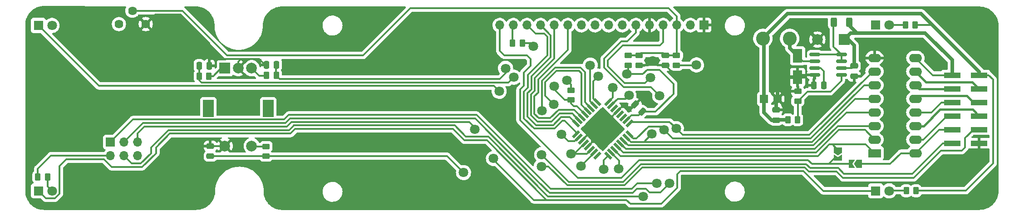
<source format=gtl>
%TF.GenerationSoftware,KiCad,Pcbnew,6.0.11+dfsg-1*%
%TF.CreationDate,2023-11-10T00:48:11+01:00*%
%TF.ProjectId,tallySdoAdapter,74616c6c-7953-4646-9f41-646170746572,0.1*%
%TF.SameCoordinates,Original*%
%TF.FileFunction,Copper,L1,Top*%
%TF.FilePolarity,Positive*%
%FSLAX46Y46*%
G04 Gerber Fmt 4.6, Leading zero omitted, Abs format (unit mm)*
G04 Created by KiCad (PCBNEW 6.0.11+dfsg-1) date 2023-11-10 00:48:11*
%MOMM*%
%LPD*%
G01*
G04 APERTURE LIST*
G04 Aperture macros list*
%AMRoundRect*
0 Rectangle with rounded corners*
0 $1 Rounding radius*
0 $2 $3 $4 $5 $6 $7 $8 $9 X,Y pos of 4 corners*
0 Add a 4 corners polygon primitive as box body*
4,1,4,$2,$3,$4,$5,$6,$7,$8,$9,$2,$3,0*
0 Add four circle primitives for the rounded corners*
1,1,$1+$1,$2,$3*
1,1,$1+$1,$4,$5*
1,1,$1+$1,$6,$7*
1,1,$1+$1,$8,$9*
0 Add four rect primitives between the rounded corners*
20,1,$1+$1,$2,$3,$4,$5,0*
20,1,$1+$1,$4,$5,$6,$7,0*
20,1,$1+$1,$6,$7,$8,$9,0*
20,1,$1+$1,$8,$9,$2,$3,0*%
%AMRotRect*
0 Rectangle, with rotation*
0 The origin of the aperture is its center*
0 $1 length*
0 $2 width*
0 $3 Rotation angle, in degrees counterclockwise*
0 Add horizontal line*
21,1,$1,$2,0,0,$3*%
%AMFreePoly0*
4,1,6,1.000000,0.000000,0.500000,-0.750000,-0.500000,-0.750000,-0.500000,0.750000,0.500000,0.750000,1.000000,0.000000,1.000000,0.000000,$1*%
%AMFreePoly1*
4,1,6,0.500000,-0.750000,-0.650000,-0.750000,-0.150000,0.000000,-0.650000,0.750000,0.500000,0.750000,0.500000,-0.750000,0.500000,-0.750000,$1*%
G04 Aperture macros list end*
%TA.AperFunction,SMDPad,CuDef*%
%ADD10RoundRect,0.250000X0.450000X-0.262500X0.450000X0.262500X-0.450000X0.262500X-0.450000X-0.262500X0*%
%TD*%
%TA.AperFunction,SMDPad,CuDef*%
%ADD11FreePoly0,270.000000*%
%TD*%
%TA.AperFunction,SMDPad,CuDef*%
%ADD12FreePoly1,270.000000*%
%TD*%
%TA.AperFunction,SMDPad,CuDef*%
%ADD13RoundRect,0.250000X0.250000X0.475000X-0.250000X0.475000X-0.250000X-0.475000X0.250000X-0.475000X0*%
%TD*%
%TA.AperFunction,SMDPad,CuDef*%
%ADD14RoundRect,0.250000X-0.450000X0.262500X-0.450000X-0.262500X0.450000X-0.262500X0.450000X0.262500X0*%
%TD*%
%TA.AperFunction,SMDPad,CuDef*%
%ADD15RoundRect,0.250000X0.262500X0.450000X-0.262500X0.450000X-0.262500X-0.450000X0.262500X-0.450000X0*%
%TD*%
%TA.AperFunction,SMDPad,CuDef*%
%ADD16R,1.800000X2.500000*%
%TD*%
%TA.AperFunction,SMDPad,CuDef*%
%ADD17R,3.150000X1.000000*%
%TD*%
%TA.AperFunction,SMDPad,CuDef*%
%ADD18RoundRect,0.250000X-0.262500X-0.450000X0.262500X-0.450000X0.262500X0.450000X-0.262500X0.450000X0*%
%TD*%
%TA.AperFunction,SMDPad,CuDef*%
%ADD19RoundRect,0.250000X-0.475000X0.250000X-0.475000X-0.250000X0.475000X-0.250000X0.475000X0.250000X0*%
%TD*%
%TA.AperFunction,SMDPad,CuDef*%
%ADD20RoundRect,0.150000X-0.825000X-0.150000X0.825000X-0.150000X0.825000X0.150000X-0.825000X0.150000X0*%
%TD*%
%TA.AperFunction,SMDPad,CuDef*%
%ADD21FreePoly0,180.000000*%
%TD*%
%TA.AperFunction,SMDPad,CuDef*%
%ADD22FreePoly1,180.000000*%
%TD*%
%TA.AperFunction,SMDPad,CuDef*%
%ADD23RoundRect,0.250000X0.475000X-0.250000X0.475000X0.250000X-0.475000X0.250000X-0.475000X-0.250000X0*%
%TD*%
%TA.AperFunction,SMDPad,CuDef*%
%ADD24RotRect,1.600000X0.550000X45.000000*%
%TD*%
%TA.AperFunction,SMDPad,CuDef*%
%ADD25RotRect,1.600000X0.550000X135.000000*%
%TD*%
%TA.AperFunction,SMDPad,CuDef*%
%ADD26RoundRect,0.250000X-0.512652X-0.159099X-0.159099X-0.512652X0.512652X0.159099X0.159099X0.512652X0*%
%TD*%
%TA.AperFunction,SMDPad,CuDef*%
%ADD27RoundRect,0.250000X0.312500X0.625000X-0.312500X0.625000X-0.312500X-0.625000X0.312500X-0.625000X0*%
%TD*%
%TA.AperFunction,SMDPad,CuDef*%
%ADD28RoundRect,0.250000X-0.250000X-0.475000X0.250000X-0.475000X0.250000X0.475000X-0.250000X0.475000X0*%
%TD*%
%TA.AperFunction,ComponentPad*%
%ADD29R,1.800000X1.800000*%
%TD*%
%TA.AperFunction,ComponentPad*%
%ADD30C,1.800000*%
%TD*%
%TA.AperFunction,ComponentPad*%
%ADD31R,2.000000X2.000000*%
%TD*%
%TA.AperFunction,ComponentPad*%
%ADD32C,2.000000*%
%TD*%
%TA.AperFunction,ComponentPad*%
%ADD33R,2.400000X1.600000*%
%TD*%
%TA.AperFunction,ComponentPad*%
%ADD34O,2.400000X1.600000*%
%TD*%
%TA.AperFunction,ComponentPad*%
%ADD35R,1.700000X1.700000*%
%TD*%
%TA.AperFunction,ComponentPad*%
%ADD36O,1.700000X1.700000*%
%TD*%
%TA.AperFunction,ComponentPad*%
%ADD37R,1.600000X1.600000*%
%TD*%
%TA.AperFunction,ComponentPad*%
%ADD38C,1.600000*%
%TD*%
%TA.AperFunction,ComponentPad*%
%ADD39R,2.000000X3.200000*%
%TD*%
%TA.AperFunction,ComponentPad*%
%ADD40C,1.620000*%
%TD*%
%TA.AperFunction,ComponentPad*%
%ADD41C,2.600000*%
%TD*%
%TA.AperFunction,ViaPad*%
%ADD42C,1.800000*%
%TD*%
%TA.AperFunction,Conductor*%
%ADD43C,0.350000*%
%TD*%
%TA.AperFunction,Conductor*%
%ADD44C,0.700000*%
%TD*%
%TA.AperFunction,Conductor*%
%ADD45C,0.400000*%
%TD*%
G04 APERTURE END LIST*
D10*
%TO.P,R11,1*%
%TO.N,+5V*%
X194843400Y-107287700D03*
%TO.P,R11,2*%
%TO.N,Net-(C7-Pad1)*%
X194843400Y-105462700D03*
%TD*%
D11*
%TO.P,JP1,1,A*%
%TO.N,LCD_BLC*%
X233984800Y-123139200D03*
D12*
%TO.P,JP1,2,B*%
%TO.N,LCD_BL*%
X233984800Y-124589200D03*
%TD*%
D13*
%TO.P,C5,1*%
%TO.N,ENC_B*%
X129260600Y-107213400D03*
%TO.P,C5,2*%
%TO.N,GND*%
X127360600Y-107213400D03*
%TD*%
D14*
%TO.P,R9,1*%
%TO.N,Net-(R9-Pad1)*%
X127304800Y-122455300D03*
%TO.P,R9,2*%
%TO.N,BTN*%
X127304800Y-124280300D03*
%TD*%
%TO.P,R8,1*%
%TO.N,+5V*%
X184200800Y-111939700D03*
%TO.P,R8,2*%
%TO.N,nRES*%
X184200800Y-113764700D03*
%TD*%
D13*
%TO.P,CT1,1*%
%TO.N,Net-(CT1-Pad1)*%
X231363600Y-111023400D03*
%TO.P,CT1,2*%
%TO.N,GND*%
X229463600Y-111023400D03*
%TD*%
D15*
%TO.P,R4,1*%
%TO.N,Net-(D1-Pad2)*%
X86561300Y-128168400D03*
%TO.P,R4,2*%
%TO.N,+5V*%
X84736300Y-128168400D03*
%TD*%
D16*
%TO.P,D5,1,K*%
%TO.N,Net-(D5-Pad1)*%
X226453700Y-105549700D03*
%TO.P,D5,2,A*%
%TO.N,GND*%
X226453700Y-109549700D03*
%TD*%
D15*
%TO.P,R3,1*%
%TO.N,Net-(R2-Pad1)*%
X226466400Y-117475000D03*
%TO.P,R3,2*%
%TO.N,+5V*%
X224641400Y-117475000D03*
%TD*%
D17*
%TO.P,J1,1,Pin_1*%
%TO.N,+12V*%
X255285000Y-109143800D03*
%TO.P,J1,2,Pin_2*%
%TO.N,+5V*%
X260335000Y-109143800D03*
%TO.P,J1,3,Pin_3*%
%TO.N,X5*%
X255285000Y-111683800D03*
%TO.P,J1,4,Pin_4*%
%TO.N,X6*%
X260335000Y-111683800D03*
%TO.P,J1,5,Pin_5*%
%TO.N,GLUE_RED*%
X255285000Y-114223800D03*
%TO.P,J1,6,Pin_6*%
%TO.N,X4*%
X260335000Y-114223800D03*
%TO.P,J1,7,Pin_7*%
%TO.N,LED_GREEN*%
X255285000Y-116763800D03*
%TO.P,J1,8,Pin_8*%
%TO.N,LED_RED*%
X260335000Y-116763800D03*
%TO.P,J1,9,Pin_9*%
%TO.N,X7*%
X255285000Y-119303800D03*
%TO.P,J1,10,Pin_10*%
%TO.N,SCL*%
X260335000Y-119303800D03*
%TO.P,J1,11,Pin_11*%
%TO.N,SDA*%
X255285000Y-121843800D03*
%TO.P,J1,12,Pin_12*%
%TO.N,GND*%
X260335000Y-121843800D03*
%TD*%
D18*
%TO.P,R14,1*%
%TO.N,Net-(D3-Pad2)*%
X246714000Y-130708400D03*
%TO.P,R14,2*%
%TO.N,+5V*%
X248539000Y-130708400D03*
%TD*%
D19*
%TO.P,C9,1*%
%TO.N,GND*%
X222427800Y-115646200D03*
%TO.P,C9,2*%
%TO.N,+5V*%
X222427800Y-117546200D03*
%TD*%
D10*
%TO.P,R2,1*%
%TO.N,Net-(R2-Pad1)*%
X226479100Y-114004100D03*
%TO.P,R2,2*%
%TO.N,GND*%
X226479100Y-112179100D03*
%TD*%
D15*
%TO.P,R7,1*%
%TO.N,ENC_B*%
X129235200Y-109194600D03*
%TO.P,R7,2*%
%TO.N,Net-(R7-Pad2)*%
X127410200Y-109194600D03*
%TD*%
D14*
%TO.P,R13,1*%
%TO.N,Net-(C7-Pad1)*%
X203860400Y-105488100D03*
%TO.P,R13,2*%
%TO.N,LCD_V0*%
X203860400Y-107313100D03*
%TD*%
D20*
%TO.P,U1,1,SwC*%
%TO.N,Net-(R1-Pad2)*%
X229657100Y-105270300D03*
%TO.P,U1,2,SwE*%
%TO.N,Net-(D5-Pad1)*%
X229657100Y-106540300D03*
%TO.P,U1,3,TC*%
%TO.N,Net-(CT1-Pad1)*%
X229657100Y-107810300D03*
%TO.P,U1,4,GND*%
%TO.N,GND*%
X229657100Y-109080300D03*
%TO.P,U1,5,Vfb*%
%TO.N,Net-(R2-Pad1)*%
X234607100Y-109080300D03*
%TO.P,U1,6,Vin*%
%TO.N,+12V*%
X234607100Y-107810300D03*
%TO.P,U1,7,Ipk*%
%TO.N,Net-(R1-Pad2)*%
X234607100Y-106540300D03*
%TO.P,U1,8,DC*%
X234607100Y-105270300D03*
%TD*%
D21*
%TO.P,JP2,1,A*%
%TO.N,X7*%
X237921800Y-125730000D03*
D22*
%TO.P,JP2,2,B*%
%TO.N,LCD_BL*%
X236471800Y-125730000D03*
%TD*%
D23*
%TO.P,C6,1*%
%TO.N,BTN*%
X116916200Y-124282200D03*
%TO.P,C6,2*%
%TO.N,GND*%
X116916200Y-122382200D03*
%TD*%
D18*
%TO.P,R10,1*%
%TO.N,Net-(J3-Pad15)*%
X173306100Y-103149400D03*
%TO.P,R10,2*%
%TO.N,+5V*%
X175131100Y-103149400D03*
%TD*%
D24*
%TO.P,U2,1,PD3*%
%TO.N,LCD_DB7*%
X185097050Y-120206666D03*
%TO.P,U2,2,PD4*%
%TO.N,LCD_RS*%
X185662736Y-120772351D03*
%TO.P,U2,3,GND*%
%TO.N,GND*%
X186228421Y-121338037D03*
%TO.P,U2,4,VCC*%
%TO.N,+5V*%
X186794106Y-121903722D03*
%TO.P,U2,5,GND*%
%TO.N,GND*%
X187359792Y-122469408D03*
%TO.P,U2,6,VCC*%
%TO.N,+5V*%
X187925477Y-123035093D03*
%TO.P,U2,7,XTAL1/PB6*%
%TO.N,BTN*%
X188491163Y-123600778D03*
%TO.P,U2,8,XTAL2/PB7*%
%TO.N,unconnected-(U2-Pad8)*%
X189056848Y-124166464D03*
D25*
%TO.P,U2,9,PD5*%
%TO.N,LCD_E*%
X191107458Y-124166464D03*
%TO.P,U2,10,PD6*%
%TO.N,LCD_V0*%
X191673143Y-123600778D03*
%TO.P,U2,11,PD7*%
%TO.N,LCD_BLC*%
X192238829Y-123035093D03*
%TO.P,U2,12,PB0*%
%TO.N,LED_GRUEN_C*%
X192804514Y-122469408D03*
%TO.P,U2,13,PB1*%
%TO.N,LED_ROT_C*%
X193370200Y-121903722D03*
%TO.P,U2,14,PB2*%
%TO.N,GLUE_ROT_C*%
X193935885Y-121338037D03*
%TO.P,U2,15,PB3*%
%TO.N,MOSI_X4C*%
X194501570Y-120772351D03*
%TO.P,U2,16,PB4*%
%TO.N,MISO_X5C*%
X195067256Y-120206666D03*
D24*
%TO.P,U2,17,PB5*%
%TO.N,SCK_X6C*%
X195067256Y-118156056D03*
%TO.P,U2,18,AVCC*%
%TO.N,+5V*%
X194501570Y-117590371D03*
%TO.P,U2,19,ADC6*%
%TO.N,unconnected-(U2-Pad19)*%
X193935885Y-117024685D03*
%TO.P,U2,20,AREF*%
%TO.N,unconnected-(U2-Pad20)*%
X193370200Y-116459000D03*
%TO.P,U2,21,GND*%
%TO.N,GND*%
X192804514Y-115893314D03*
%TO.P,U2,22,ADC7*%
%TO.N,unconnected-(U2-Pad22)*%
X192238829Y-115327629D03*
%TO.P,U2,23,PC0*%
%TO.N,LED_GREEN_ONB*%
X191673143Y-114761944D03*
%TO.P,U2,24,PC1*%
%TO.N,LED_RED_ONB*%
X191107458Y-114196258D03*
D25*
%TO.P,U2,25,PC2*%
%TO.N,ENC_A*%
X189056848Y-114196258D03*
%TO.P,U2,26,PC3*%
%TO.N,ENC_B*%
X188491163Y-114761944D03*
%TO.P,U2,27,PC4*%
%TO.N,SDA*%
X187925477Y-115327629D03*
%TO.P,U2,28,PC5*%
%TO.N,SCL*%
X187359792Y-115893314D03*
%TO.P,U2,29,~{RESET}/PC6*%
%TO.N,nRES*%
X186794106Y-116459000D03*
%TO.P,U2,30,PD0*%
%TO.N,LCD_DB4*%
X186228421Y-117024685D03*
%TO.P,U2,31,PD1*%
%TO.N,LCD_DB5*%
X185662736Y-117590371D03*
%TO.P,U2,32,PD2*%
%TO.N,LCD_DB6*%
X185097050Y-118156056D03*
%TD*%
D26*
%TO.P,C3,1*%
%TO.N,GND*%
X196102049Y-114644249D03*
%TO.P,C3,2*%
%TO.N,+5V*%
X197445551Y-115987751D03*
%TD*%
D19*
%TO.P,C7,1*%
%TO.N,Net-(C7-Pad1)*%
X201777600Y-105450600D03*
%TO.P,C7,2*%
%TO.N,GND*%
X201777600Y-107350600D03*
%TD*%
D23*
%TO.P,C8,1*%
%TO.N,GND*%
X237007400Y-109331800D03*
%TO.P,C8,2*%
%TO.N,+12V*%
X237007400Y-107431800D03*
%TD*%
D14*
%TO.P,R12,1*%
%TO.N,Net-(C7-Pad1)*%
X196875400Y-105464600D03*
%TO.P,R12,2*%
%TO.N,GND*%
X196875400Y-107289600D03*
%TD*%
D18*
%TO.P,R6,1*%
%TO.N,ENC_A*%
X114833400Y-109347000D03*
%TO.P,R6,2*%
%TO.N,Net-(R6-Pad2)*%
X116658400Y-109347000D03*
%TD*%
D27*
%TO.P,R1,1*%
%TO.N,+12V*%
X236118400Y-99237800D03*
%TO.P,R1,2*%
%TO.N,Net-(R1-Pad2)*%
X233193400Y-99237800D03*
%TD*%
D18*
%TO.P,R5,1*%
%TO.N,Net-(D4-Pad2)*%
X246561600Y-99771200D03*
%TO.P,R5,2*%
%TO.N,+5V*%
X248386600Y-99771200D03*
%TD*%
D28*
%TO.P,C4,1*%
%TO.N,ENC_A*%
X114813000Y-107365800D03*
%TO.P,C4,2*%
%TO.N,GND*%
X116713000Y-107365800D03*
%TD*%
D29*
%TO.P,D4,1,K*%
%TO.N,Net-(D2-Pad2)*%
X241015600Y-99745800D03*
D30*
%TO.P,D4,2,A*%
%TO.N,Net-(D4-Pad2)*%
X243555600Y-99745800D03*
%TD*%
D31*
%TO.P,C1,1*%
%TO.N,+12V*%
X235133277Y-102514400D03*
D32*
%TO.P,C1,2*%
%TO.N,GND*%
X230133277Y-102514400D03*
%TD*%
D33*
%TO.P,U3,1,I1*%
%TO.N,LCD_BLC*%
X240802000Y-123708000D03*
D34*
%TO.P,U3,2,I2*%
%TO.N,LED_GRUEN_C*%
X240802000Y-121168000D03*
%TO.P,U3,3,I3*%
%TO.N,LED_ROT_C*%
X240802000Y-118628000D03*
%TO.P,U3,4,I4*%
%TO.N,GLUE_ROT_C*%
X240802000Y-116088000D03*
%TO.P,U3,5,I5*%
%TO.N,MOSI_X4C*%
X240802000Y-113548000D03*
%TO.P,U3,6,I6*%
%TO.N,MISO_X5C*%
X240802000Y-111008000D03*
%TO.P,U3,7,I7*%
%TO.N,SCK_X6C*%
X240802000Y-108468000D03*
%TO.P,U3,8,GND*%
%TO.N,GND*%
X240802000Y-105928000D03*
%TO.P,U3,9,COM*%
%TO.N,+12V*%
X248422000Y-105928000D03*
%TO.P,U3,10,O7*%
%TO.N,X6*%
X248422000Y-108468000D03*
%TO.P,U3,11,O6*%
%TO.N,X5*%
X248422000Y-111008000D03*
%TO.P,U3,12,O5*%
%TO.N,X4*%
X248422000Y-113548000D03*
%TO.P,U3,13,O4*%
%TO.N,GLUE_RED*%
X248422000Y-116088000D03*
%TO.P,U3,14,O3*%
%TO.N,LED_RED*%
X248422000Y-118628000D03*
%TO.P,U3,15,O2*%
%TO.N,LED_GREEN*%
X248422000Y-121168000D03*
%TO.P,U3,16,O1*%
%TO.N,X7*%
X248422000Y-123708000D03*
%TD*%
D29*
%TO.P,D1,1,K*%
%TO.N,LED_GREEN_ONB*%
X84831000Y-130733800D03*
D30*
%TO.P,D1,2,A*%
%TO.N,Net-(D1-Pad2)*%
X87371000Y-130733800D03*
%TD*%
D29*
%TO.P,D2,1,K*%
%TO.N,LED_RED_ONB*%
X84831000Y-99872800D03*
D30*
%TO.P,D2,2,A*%
%TO.N,Net-(D2-Pad2)*%
X87371000Y-99872800D03*
%TD*%
D35*
%TO.P,J3,1,Pin_1*%
%TO.N,GND*%
X208991200Y-99822000D03*
D36*
%TO.P,J3,2,Pin_2*%
%TO.N,+5V*%
X206451200Y-99822000D03*
%TO.P,J3,3,Pin_3*%
%TO.N,Net-(C7-Pad1)*%
X203911200Y-99822000D03*
%TO.P,J3,4,Pin_4*%
%TO.N,LCD_RS*%
X201371200Y-99822000D03*
%TO.P,J3,5,Pin_5*%
%TO.N,GND*%
X198831200Y-99822000D03*
%TO.P,J3,6,Pin_6*%
%TO.N,LCD_E*%
X196291200Y-99822000D03*
%TO.P,J3,7,Pin_7*%
%TO.N,unconnected-(J3-Pad7)*%
X193751200Y-99822000D03*
%TO.P,J3,8,Pin_8*%
%TO.N,unconnected-(J3-Pad8)*%
X191211200Y-99822000D03*
%TO.P,J3,9,Pin_9*%
%TO.N,unconnected-(J3-Pad9)*%
X188671200Y-99822000D03*
%TO.P,J3,10,Pin_10*%
%TO.N,unconnected-(J3-Pad10)*%
X186131200Y-99822000D03*
%TO.P,J3,11,Pin_11*%
%TO.N,LCD_DB4*%
X183591200Y-99822000D03*
%TO.P,J3,12,Pin_12*%
%TO.N,LCD_DB5*%
X181051200Y-99822000D03*
%TO.P,J3,13,Pin_13*%
%TO.N,LCD_DB6*%
X178511200Y-99822000D03*
%TO.P,J3,14,Pin_14*%
%TO.N,LCD_DB7*%
X175971200Y-99822000D03*
%TO.P,J3,15,Pin_15*%
%TO.N,Net-(J3-Pad15)*%
X173431200Y-99822000D03*
%TO.P,J3,16,Pin_16*%
%TO.N,LCD_BL*%
X170891200Y-99822000D03*
%TD*%
D37*
%TO.P,C2,1*%
%TO.N,+5V*%
X220207200Y-113588800D03*
D38*
%TO.P,C2,2*%
%TO.N,GND*%
X222707200Y-113588800D03*
%TD*%
D31*
%TO.P,SW1,A,A*%
%TO.N,Net-(R6-Pad2)*%
X119623200Y-107862800D03*
D32*
%TO.P,SW1,B,B*%
%TO.N,Net-(R7-Pad2)*%
X124623200Y-107862800D03*
%TO.P,SW1,C,C*%
%TO.N,GND*%
X122123200Y-107862800D03*
D39*
%TO.P,SW1,MP*%
%TO.N,N/C*%
X116523200Y-115362800D03*
X127723200Y-115362800D03*
D32*
%TO.P,SW1,S1,S1*%
%TO.N,Net-(R9-Pad1)*%
X124623200Y-122362800D03*
%TO.P,SW1,S2,S2*%
%TO.N,GND*%
X119623200Y-122362800D03*
%TD*%
D29*
%TO.P,D3,1,K*%
%TO.N,LED_GREEN_ONB*%
X241015600Y-130733800D03*
D30*
%TO.P,D3,2,A*%
%TO.N,Net-(D3-Pad2)*%
X243555600Y-130733800D03*
%TD*%
D40*
%TO.P,RV1,1,1*%
%TO.N,GND*%
X104862000Y-99623000D03*
%TO.P,RV1,2,2*%
%TO.N,Net-(C7-Pad1)*%
X102362000Y-97123000D03*
%TO.P,RV1,3,3*%
%TO.N,+5V*%
X99862000Y-99623000D03*
%TD*%
D41*
%TO.P,L1,1,1*%
%TO.N,Net-(D5-Pad1)*%
X224967800Y-102285800D03*
%TO.P,L1,2,2*%
%TO.N,+5V*%
X219967800Y-102285800D03*
%TD*%
D35*
%TO.P,J2,1,MISO*%
%TO.N,MISO_X5C*%
X98272600Y-121640600D03*
D36*
%TO.P,J2,2,VCC*%
%TO.N,+5V*%
X98272600Y-124180600D03*
%TO.P,J2,3,SCK*%
%TO.N,SCK_X6C*%
X100812600Y-121640600D03*
%TO.P,J2,4,MOSI*%
%TO.N,MOSI_X4C*%
X100812600Y-124180600D03*
%TO.P,J2,5,~{RST}*%
%TO.N,nRES*%
X103352600Y-121640600D03*
%TO.P,J2,6,GND*%
%TO.N,GND*%
X103352600Y-124180600D03*
%TD*%
D42*
%TO.N,GND*%
X199415400Y-106451400D03*
X111709200Y-101168200D03*
X115062000Y-97815400D03*
X94208600Y-101625400D03*
X197789819Y-113028700D03*
X187833000Y-103225600D03*
X258445000Y-126263400D03*
X204825600Y-109728000D03*
%TO.N,+5V*%
X183438800Y-110074500D03*
X177139600Y-103733600D03*
X194593049Y-108936951D03*
X184175400Y-123850400D03*
%TO.N,ENC_A*%
X173507400Y-109524800D03*
X189306200Y-109347000D03*
%TO.N,ENC_B*%
X171983400Y-107873800D03*
X187782200Y-107289600D03*
%TO.N,BTN*%
X186029600Y-126136400D03*
X164134800Y-127330200D03*
%TO.N,LED_GREEN_ONB*%
X194995800Y-112928400D03*
X169722800Y-124714000D03*
%TO.N,LED_RED_ONB*%
X191998600Y-111429800D03*
X170789600Y-112166400D03*
%TO.N,SCL*%
X180984285Y-114560983D03*
X178663600Y-126161800D03*
%TO.N,SDA*%
X178739800Y-115798600D03*
X178714400Y-123977400D03*
%TO.N,nRES*%
X181089300Y-111213900D03*
X166217600Y-119253000D03*
%TO.N,LCD_RS*%
X182397400Y-120167400D03*
X198983600Y-109601000D03*
%TO.N,LCD_E*%
X190296800Y-126669800D03*
X200722271Y-113028700D03*
%TO.N,LCD_V0*%
X207594200Y-107238800D03*
X193116200Y-126619000D03*
%TO.N,MISO_X5C*%
X200202800Y-129306819D03*
X201549000Y-119354600D03*
%TO.N,SCK_X6C*%
X203835000Y-119126000D03*
X202565000Y-129306819D03*
%TO.N,MOSI_X4C*%
X199288400Y-120091200D03*
X197637400Y-131749800D03*
%TD*%
D43*
%TO.N,+12V*%
X251637800Y-109143800D02*
X248422000Y-105928000D01*
X236628900Y-107810300D02*
X237007400Y-107431800D01*
D44*
X255285000Y-106337726D02*
X255285000Y-109143800D01*
X237007400Y-107431800D02*
X237007400Y-103602600D01*
D43*
X234607100Y-107810300D02*
X236628900Y-107810300D01*
D44*
X236327914Y-101319763D02*
X235133277Y-102514400D01*
X250267037Y-101319763D02*
X255285000Y-106337726D01*
D43*
X255285000Y-109143800D02*
X251637800Y-109143800D01*
D44*
X236118400Y-99898200D02*
X237539963Y-101319763D01*
X237539963Y-101319763D02*
X236327914Y-101319763D01*
X237007400Y-103602600D02*
X235919200Y-102514400D01*
X236118400Y-99237800D02*
X236118400Y-99898200D01*
X237539963Y-101319763D02*
X250267037Y-101319763D01*
X235919200Y-102514400D02*
X235133277Y-102514400D01*
D43*
%TO.N,GND*%
X188099955Y-120597873D02*
X188099955Y-121729245D01*
X116713000Y-107365800D02*
X116713000Y-106095800D01*
X188308714Y-120389114D02*
X187177344Y-120389114D01*
X204155000Y-109728000D02*
X204825600Y-109728000D01*
X104862000Y-99623000D02*
X102859600Y-101625400D01*
X127360600Y-107213400D02*
X127127000Y-107213400D01*
D44*
X222707200Y-111170800D02*
X222707200Y-113588800D01*
D43*
X192804514Y-115893314D02*
X193559628Y-115138200D01*
D44*
X222377000Y-108026200D02*
X223900500Y-109549700D01*
D43*
X229657100Y-109080300D02*
X229661100Y-109076300D01*
D44*
X222377000Y-101727000D02*
X222377000Y-105410000D01*
X222427800Y-115646200D02*
X222427800Y-113868200D01*
D43*
X116713000Y-106095800D02*
X116713000Y-103194060D01*
X193559628Y-115138200D02*
X195608098Y-115138200D01*
X226923100Y-109080300D02*
X226453700Y-109549700D01*
X106952600Y-97873000D02*
X106612000Y-97873000D01*
X108414000Y-97873000D02*
X111709200Y-101168200D01*
X119623200Y-122362800D02*
X116935600Y-122362800D01*
X122656600Y-106121200D02*
X116738400Y-106121200D01*
X127127000Y-107213400D02*
X126034800Y-106121200D01*
X200314600Y-107350600D02*
X201777600Y-107350600D01*
X116713000Y-103194060D02*
X111391940Y-97873000D01*
X229463600Y-109273800D02*
X229657100Y-109080300D01*
X199415400Y-106451400D02*
X198577200Y-107289600D01*
D44*
X223900500Y-109549700D02*
X226453700Y-109549700D01*
D43*
X260335000Y-124373400D02*
X258445000Y-126263400D01*
D44*
X227110677Y-99491800D02*
X224612200Y-99491800D01*
D43*
X116935600Y-122362800D02*
X116916200Y-122382200D01*
D44*
X222427800Y-113868200D02*
X222707200Y-113588800D01*
D43*
X226479100Y-112179100D02*
X226479100Y-109575100D01*
X187177344Y-120389114D02*
X186228421Y-121338037D01*
D44*
X222377000Y-105410000D02*
X222377000Y-110840600D01*
D43*
X192804514Y-115893314D02*
X188308714Y-120389114D01*
X188308714Y-120389114D02*
X188099955Y-120597873D01*
X122123200Y-106654600D02*
X122656600Y-106121200D01*
X102859600Y-101625400D02*
X94208600Y-101625400D01*
X116738400Y-106121200D02*
X116713000Y-106095800D01*
X226479100Y-109575100D02*
X226453700Y-109549700D01*
X260335000Y-121843800D02*
X260335000Y-124373400D01*
X122123200Y-107862800D02*
X122123200Y-106654600D01*
X195608098Y-115138200D02*
X196102049Y-114644249D01*
X106952600Y-97873000D02*
X108414000Y-97873000D01*
X199415400Y-106451400D02*
X200314600Y-107350600D01*
X201777600Y-107350600D02*
X204155000Y-109728000D01*
D44*
X230133277Y-102514400D02*
X227110677Y-99491800D01*
D43*
X104862000Y-99623000D02*
X106612000Y-97873000D01*
X111391940Y-97873000D02*
X106952600Y-97873000D01*
X229657100Y-109080300D02*
X226923100Y-109080300D01*
X197789819Y-113028700D02*
X196264519Y-114554000D01*
X229463600Y-111023400D02*
X229463600Y-109273800D01*
D44*
X224612200Y-99491800D02*
X222377000Y-101727000D01*
X222377000Y-105410000D02*
X222377000Y-108026200D01*
D43*
X188099955Y-121729245D02*
X187359792Y-122469408D01*
X126034800Y-106121200D02*
X122656600Y-106121200D01*
D44*
X222377000Y-110840600D02*
X222707200Y-111170800D01*
D43*
X198577200Y-107289600D02*
X196875400Y-107289600D01*
D44*
%TO.N,+5V*%
X249504200Y-97688400D02*
X252679200Y-100863400D01*
D43*
X262915400Y-109982000D02*
X262077200Y-109143800D01*
X200658200Y-108126000D02*
X203327000Y-110794800D01*
X248539000Y-130708400D02*
X257835400Y-130708400D01*
X257835400Y-130708400D02*
X262915400Y-125628400D01*
X194843400Y-108686600D02*
X194593049Y-108936951D01*
D44*
X222427800Y-117546200D02*
X221610000Y-117546200D01*
X224565200Y-97688400D02*
X249504200Y-97688400D01*
X222499000Y-117475000D02*
X222427800Y-117546200D01*
D43*
X197445551Y-115987751D02*
X196771102Y-116662200D01*
X87147400Y-124180600D02*
X98272600Y-124180600D01*
D44*
X224641400Y-117475000D02*
X222499000Y-117475000D01*
D43*
X203327000Y-110794800D02*
X203327000Y-112623600D01*
D44*
X220207200Y-102046400D02*
X224565200Y-97688400D01*
X260335000Y-108519200D02*
X260335000Y-109143800D01*
D43*
X184175400Y-123850400D02*
X187156023Y-123850400D01*
X187156023Y-123850400D02*
X187156023Y-123804547D01*
X184776720Y-123850400D02*
X186736660Y-121890460D01*
D44*
X220207200Y-104713400D02*
X220207200Y-102046400D01*
D43*
X84736300Y-126591700D02*
X87147400Y-124180600D01*
D44*
X220207200Y-104713400D02*
X220207200Y-102525200D01*
D43*
X199962849Y-115987751D02*
X197445551Y-115987751D01*
X176555400Y-103149400D02*
X177139600Y-103733600D01*
X184175400Y-123850400D02*
X184776720Y-123850400D01*
X175131100Y-103149400D02*
X176555400Y-103149400D01*
D44*
X220207200Y-116143400D02*
X220207200Y-113588800D01*
D43*
X251587000Y-99771200D02*
X252679200Y-100863400D01*
X262077200Y-109143800D02*
X260335000Y-109143800D01*
X198372634Y-108126000D02*
X200658200Y-108126000D01*
D44*
X220207200Y-102525200D02*
X219967800Y-102285800D01*
X252679200Y-100863400D02*
X260335000Y-108519200D01*
D43*
X194593049Y-108936951D02*
X197561683Y-108936951D01*
X197561683Y-108936951D02*
X198372634Y-108126000D01*
X187156023Y-123804547D02*
X187925477Y-123035093D01*
D44*
X220207200Y-113588800D02*
X220207200Y-104713400D01*
D43*
X262915400Y-125628400D02*
X262915400Y-109982000D01*
X184200800Y-111939700D02*
X184200800Y-110836500D01*
X196771102Y-116662200D02*
X195429741Y-116662200D01*
X84736300Y-128168400D02*
X84736300Y-126591700D01*
X203327000Y-112623600D02*
X199962849Y-115987751D01*
X194843400Y-107287700D02*
X194843400Y-108686600D01*
X184200800Y-110836500D02*
X183438800Y-110074500D01*
X195429741Y-116662200D02*
X194501570Y-117590371D01*
X248386600Y-99771200D02*
X251587000Y-99771200D01*
D44*
X221610000Y-117546200D02*
X220207200Y-116143400D01*
D43*
%TO.N,ENC_A*%
X189306200Y-109347000D02*
X188352600Y-110300600D01*
X115246400Y-110522000D02*
X172510200Y-110522000D01*
X114813000Y-107365800D02*
X114813000Y-110088600D01*
X188352600Y-110300600D02*
X188352600Y-113492010D01*
X188352600Y-113492010D02*
X189056848Y-114196258D01*
X114813000Y-110088600D02*
X115246400Y-110522000D01*
X172510200Y-110522000D02*
X173507400Y-109524800D01*
%TO.N,ENC_B*%
X170925000Y-109872000D02*
X172339000Y-108458000D01*
X187782200Y-107289600D02*
X187702600Y-107369200D01*
X187702600Y-107369200D02*
X187702600Y-113973381D01*
X129184400Y-107289600D02*
X129260600Y-107213400D01*
X155761200Y-109872000D02*
X170925000Y-109872000D01*
X172339000Y-108229400D02*
X171983400Y-107873800D01*
X129184400Y-109245400D02*
X129811000Y-109872000D01*
X129811000Y-109872000D02*
X155761200Y-109872000D01*
X187702600Y-113973381D02*
X188491163Y-114761944D01*
X172339000Y-108458000D02*
X172339000Y-108229400D01*
X129184400Y-109245400D02*
X129184400Y-107289600D01*
%TO.N,BTN*%
X116916200Y-124282200D02*
X127302900Y-124282200D01*
X187714013Y-124451987D02*
X187714013Y-124448641D01*
X187714013Y-124448641D02*
X188526520Y-123636134D01*
X127302900Y-124282200D02*
X127304800Y-124280300D01*
X186029600Y-126136400D02*
X187714013Y-124451987D01*
X127304800Y-124280300D02*
X161084900Y-124280300D01*
X161084900Y-124280300D02*
X164134800Y-127330200D01*
%TO.N,Net-(C7-Pad1)*%
X111702600Y-97123000D02*
X120050800Y-105471200D01*
X203911200Y-105437300D02*
X203911200Y-99822000D01*
X203924500Y-105450600D02*
X203962000Y-105488100D01*
X145404600Y-105471200D02*
X154254200Y-96621600D01*
X203911200Y-98145600D02*
X203911200Y-99822000D01*
X201403400Y-105076400D02*
X201777600Y-105450600D01*
X102362000Y-97123000D02*
X111702600Y-97123000D01*
X201777600Y-105450600D02*
X203924500Y-105450600D01*
X154254200Y-96621600D02*
X202387200Y-96621600D01*
X194845300Y-105464600D02*
X194843400Y-105462700D01*
X203962000Y-105488100D02*
X203911200Y-105437300D01*
X196875400Y-105464600D02*
X194845300Y-105464600D01*
X202387200Y-96621600D02*
X203911200Y-98145600D01*
X196875400Y-105464600D02*
X197263600Y-105076400D01*
X120050800Y-105471200D02*
X145404600Y-105471200D01*
X197263600Y-105076400D02*
X201403400Y-105076400D01*
%TO.N,Net-(CT1-Pad1)*%
X229657100Y-107810300D02*
X230746300Y-107810300D01*
X231363600Y-108427600D02*
X231363600Y-111023400D01*
X230746300Y-107810300D02*
X231363600Y-108427600D01*
%TO.N,LED_GREEN_ONB*%
X109357519Y-120060119D02*
X106761038Y-122656600D01*
X176682400Y-131851400D02*
X169722800Y-124891800D01*
X86206000Y-132108800D02*
X84831000Y-130733800D01*
X195238200Y-133124800D02*
X194538600Y-132425200D01*
X104212093Y-126255600D02*
X98473767Y-126255600D01*
X204556600Y-127040400D02*
X203987400Y-127609600D01*
X203987400Y-130149600D02*
X201012200Y-133124800D01*
X131836519Y-120060119D02*
X109357519Y-120060119D01*
X88746000Y-126138000D02*
X88746000Y-131303344D01*
X169722800Y-124891800D02*
X169722800Y-124714000D01*
X194995800Y-112928400D02*
X194360800Y-113563400D01*
X97048767Y-124830600D02*
X90053400Y-124830600D01*
X179634123Y-132425200D02*
X168486924Y-121278000D01*
X227540681Y-127040400D02*
X204556600Y-127040400D01*
X98473767Y-126255600D02*
X97048767Y-124830600D01*
X192871687Y-113563400D02*
X191673143Y-114761944D01*
X179634123Y-132425200D02*
X177256200Y-132425200D01*
X194538600Y-132425200D02*
X179634123Y-132425200D01*
X168486924Y-121278000D02*
X164306442Y-121278000D01*
X106761038Y-123706655D02*
X104212093Y-126255600D01*
X177256200Y-132425200D02*
X176682400Y-131851400D01*
X241015600Y-130733800D02*
X231234081Y-130733800D01*
X87940544Y-132108800D02*
X86206000Y-132108800D01*
X132710519Y-119186119D02*
X131836519Y-120060119D01*
X90053400Y-124830600D02*
X88746000Y-126138000D01*
X162214561Y-119186119D02*
X132710519Y-119186119D01*
X194360800Y-113563400D02*
X192871687Y-113563400D01*
X231234081Y-130733800D02*
X227540681Y-127040400D01*
X203987400Y-127609600D02*
X203987400Y-130149600D01*
X201012200Y-133124800D02*
X195238200Y-133124800D01*
X164306442Y-121278000D02*
X162214561Y-119186119D01*
X88746000Y-131303344D02*
X87940544Y-132108800D01*
X106761038Y-122656600D02*
X106761038Y-123706655D01*
%TO.N,Net-(D1-Pad2)*%
X86561300Y-129924100D02*
X87371000Y-130733800D01*
X86561300Y-128168400D02*
X86561300Y-129924100D01*
%TO.N,LED_RED_ONB*%
X191107458Y-114196258D02*
X191998600Y-113305116D01*
X84831000Y-99872800D02*
X96130200Y-111172000D01*
X96130200Y-111172000D02*
X116306838Y-111172000D01*
X116306838Y-111172000D02*
X169795200Y-111172000D01*
X191998600Y-113305116D02*
X191998600Y-111429800D01*
X169795200Y-111172000D02*
X170789600Y-112166400D01*
%TO.N,Net-(D3-Pad2)*%
X243581000Y-130708400D02*
X243555600Y-130733800D01*
X246714000Y-130708400D02*
X243581000Y-130708400D01*
%TO.N,Net-(D4-Pad2)*%
X243581000Y-99771200D02*
X243555600Y-99745800D01*
X246561600Y-99771200D02*
X243581000Y-99771200D01*
D44*
%TO.N,Net-(D5-Pad1)*%
X224967800Y-104063800D02*
X226453700Y-105549700D01*
D43*
X227444300Y-106540300D02*
X226453700Y-105549700D01*
X229657100Y-106540300D02*
X227444300Y-106540300D01*
D44*
X224967800Y-102285800D02*
X224967800Y-104063800D01*
D43*
%TO.N,LED_GREEN*%
X254305540Y-116763800D02*
X255285000Y-116763800D01*
X248422000Y-121168000D02*
X249901340Y-121168000D01*
X249901340Y-121168000D02*
X254305540Y-116763800D01*
D45*
%TO.N,LED_RED*%
X250002200Y-118628000D02*
X248422000Y-118628000D01*
X260335000Y-116763800D02*
X259141200Y-115570000D01*
X259141200Y-115570000D02*
X253060200Y-115570000D01*
X253060200Y-115570000D02*
X250002200Y-118628000D01*
D43*
%TO.N,GLUE_RED*%
X255285000Y-114223800D02*
X253310384Y-114223800D01*
X253310384Y-114223800D02*
X251446184Y-116088000D01*
X251446184Y-116088000D02*
X248422000Y-116088000D01*
D45*
%TO.N,X4*%
X260335000Y-114223800D02*
X259260000Y-114223800D01*
X258015400Y-112979200D02*
X248990800Y-112979200D01*
X248990800Y-112979200D02*
X248422000Y-113548000D01*
X259260000Y-114223800D02*
X258015400Y-112979200D01*
%TO.N,X5*%
X255285000Y-111683800D02*
X249097800Y-111683800D01*
X249097800Y-111683800D02*
X248422000Y-111008000D01*
D43*
%TO.N,SCL*%
X187359792Y-115893314D02*
X187359792Y-115858792D01*
X257708400Y-122605800D02*
X257073400Y-123240800D01*
X187359792Y-115858792D02*
X186156600Y-114655600D01*
X259260000Y-119303800D02*
X257708400Y-120855400D01*
X185684162Y-108371400D02*
X186156600Y-108843838D01*
X260335000Y-119303800D02*
X258927600Y-119303800D01*
X234933162Y-128308800D02*
X233754362Y-127130000D01*
X260335000Y-119303800D02*
X259260000Y-119303800D01*
X183513161Y-129695400D02*
X179979562Y-126161800D01*
X233754362Y-127130000D02*
X228549519Y-127130000D01*
X180934083Y-114560983D02*
X179389800Y-113016700D01*
X186156600Y-114655600D02*
X186156600Y-111912400D01*
X181508400Y-108371400D02*
X185684162Y-108371400D01*
X180984285Y-114560983D02*
X180934083Y-114560983D01*
X248138460Y-128308800D02*
X234933162Y-128308800D01*
X227809919Y-126390400D02*
X197470038Y-126390400D01*
X257708400Y-120855400D02*
X257708400Y-122605800D01*
X179979562Y-126161800D02*
X178663600Y-126161800D01*
X179389800Y-113016700D02*
X179389800Y-110490000D01*
X257073400Y-123240800D02*
X253206460Y-123240800D01*
X194165038Y-129695400D02*
X183513161Y-129695400D01*
X179389800Y-110490000D02*
X181508400Y-108371400D01*
X197470038Y-126390400D02*
X194165038Y-129695400D01*
X253206460Y-123240800D02*
X248138460Y-128308800D01*
X186156600Y-108843838D02*
X186156600Y-111912400D01*
X228549519Y-127130000D02*
X227809919Y-126390400D01*
%TO.N,SDA*%
X186806600Y-108574600D02*
X185953400Y-107721400D01*
X234023600Y-126480000D02*
X228818757Y-126480000D01*
X179273200Y-109677200D02*
X178739800Y-110210600D01*
X193895800Y-129045400D02*
X183782400Y-129045400D01*
X186806600Y-111592600D02*
X186806600Y-108574600D01*
X185953400Y-107721400D02*
X181229000Y-107721400D01*
X197200800Y-125740400D02*
X193895800Y-129045400D01*
X186806600Y-114208752D02*
X186806600Y-111592600D01*
X187925477Y-115327629D02*
X186806600Y-114208752D01*
X253542800Y-121843800D02*
X247827800Y-127558800D01*
X247827800Y-127558800D02*
X235102400Y-127558800D01*
X235102400Y-127558800D02*
X234023600Y-126480000D01*
X181229000Y-107721400D02*
X179273200Y-109677200D01*
X228818757Y-126480000D02*
X228079157Y-125740400D01*
X255285000Y-121843800D02*
X253542800Y-121843800D01*
X183782400Y-129045400D02*
X178714400Y-123977400D01*
X228079157Y-125740400D02*
X197200800Y-125740400D01*
X178739800Y-110210600D02*
X178739800Y-115798600D01*
%TO.N,X7*%
X255285000Y-119303800D02*
X252826200Y-119303800D01*
X252826200Y-119303800D02*
X248422000Y-123708000D01*
X245709600Y-123708000D02*
X243687600Y-125730000D01*
X248422000Y-123708000D02*
X245709600Y-123708000D01*
X243687600Y-125730000D02*
X237921800Y-125730000D01*
D45*
%TO.N,X6*%
X259065000Y-110413800D02*
X250367800Y-110413800D01*
X260335000Y-111683800D02*
X259065000Y-110413800D01*
X250367800Y-110413800D02*
X248422000Y-108468000D01*
D43*
%TO.N,nRES*%
X184719200Y-114945400D02*
X185280506Y-114945400D01*
X184200800Y-113764700D02*
X184200800Y-114427000D01*
X181089300Y-111848900D02*
X183005100Y-113764700D01*
X166217600Y-119253000D02*
X166217600Y-118917961D01*
X165185758Y-117886119D02*
X132059558Y-117886119D01*
X184200800Y-114427000D02*
X184719200Y-114945400D01*
X183005100Y-113764700D02*
X184200800Y-113764700D01*
X132059558Y-117886119D02*
X131185558Y-118760119D01*
X131185558Y-118760119D02*
X104612319Y-118760119D01*
X185280506Y-114945400D02*
X186794106Y-116459000D01*
X166217600Y-118917961D02*
X165185758Y-117886119D01*
X104612319Y-118760119D02*
X103352600Y-120019838D01*
X181089300Y-111213900D02*
X181089300Y-111848900D01*
X103352600Y-120019838D02*
X103352600Y-121640600D01*
%TO.N,LCD_RS*%
X193802000Y-103581200D02*
X191023000Y-106360200D01*
X182397400Y-120167400D02*
X183701093Y-121471093D01*
X201371200Y-99822000D02*
X201371200Y-102997000D01*
X194185419Y-110614581D02*
X197970019Y-110614581D01*
X191023000Y-107452162D02*
X194185419Y-110614581D01*
X191023000Y-106360200D02*
X191023000Y-107452162D01*
X197970019Y-110614581D02*
X198983600Y-109601000D01*
X184893281Y-121471093D02*
X185627379Y-120736995D01*
X200787000Y-103581200D02*
X193802000Y-103581200D01*
X183701093Y-121471093D02*
X184893281Y-121471093D01*
X201371200Y-102997000D02*
X200787000Y-103581200D01*
%TO.N,LCD_E*%
X190296800Y-126669800D02*
X190296800Y-124977122D01*
X190373000Y-106045000D02*
X193568400Y-102849600D01*
X190296800Y-124977122D02*
X191107458Y-124166464D01*
X193568400Y-102849600D02*
X194660600Y-102849600D01*
X199072571Y-111379000D02*
X194030600Y-111379000D01*
X196291200Y-101219000D02*
X196291200Y-99822000D01*
X194660600Y-102849600D02*
X196291200Y-101219000D01*
X194030600Y-111379000D02*
X190373000Y-107721400D01*
X190373000Y-107721400D02*
X190373000Y-106045000D01*
X200722271Y-113028700D02*
X199072571Y-111379000D01*
%TO.N,LCD_DB4*%
X180311200Y-117173600D02*
X181889400Y-115595400D01*
X183591200Y-104419400D02*
X178089800Y-109920800D01*
X177364800Y-116368144D02*
X178170256Y-117173600D01*
X183591200Y-99822000D02*
X183591200Y-104419400D01*
X177364800Y-113120000D02*
X177364800Y-116368144D01*
X181889400Y-115595400D02*
X184799136Y-115595400D01*
X184799136Y-115595400D02*
X186228421Y-117024685D01*
X178089800Y-109920800D02*
X178089800Y-112395000D01*
X178089800Y-112395000D02*
X177364800Y-113120000D01*
X178170256Y-117173600D02*
X180311200Y-117173600D01*
%TO.N,LCD_DB5*%
X177439800Y-109651561D02*
X177439800Y-112039400D01*
X181051200Y-99822000D02*
X181051200Y-106040162D01*
X177901017Y-117823600D02*
X180580439Y-117823600D01*
X182069619Y-116334419D02*
X184406784Y-116334419D01*
X180580439Y-117823600D02*
X182069619Y-116334419D01*
X176714800Y-112764400D02*
X176714800Y-116637382D01*
X176714800Y-116637382D02*
X177901017Y-117823600D01*
X181051200Y-106040162D02*
X177439800Y-109651561D01*
X184406784Y-116334419D02*
X185662736Y-117590371D01*
X177439800Y-112039400D02*
X176714800Y-112764400D01*
%TO.N,LCD_DB6*%
X182338858Y-116984419D02*
X180849678Y-118473600D01*
X177631778Y-118473600D02*
X176064800Y-116906621D01*
X176064800Y-116906621D02*
X176064800Y-112495161D01*
X176779281Y-111780681D02*
X176779281Y-109392841D01*
X183925413Y-116984419D02*
X182338858Y-116984419D01*
X180849678Y-118473600D02*
X177631778Y-118473600D01*
X180401200Y-105770924D02*
X180401200Y-101712000D01*
X180401200Y-101712000D02*
X178511200Y-99822000D01*
X176064800Y-112495161D02*
X176779281Y-111780681D01*
X176779281Y-109392841D02*
X180401200Y-105770924D01*
X185097050Y-118156056D02*
X183925413Y-116984419D01*
%TO.N,LCD_DB7*%
X175414800Y-117223400D02*
X177315000Y-119123600D01*
X177315000Y-119123600D02*
X181118917Y-119123600D01*
X177548419Y-101399219D02*
X179169181Y-101399219D01*
X179751200Y-105486200D02*
X176129281Y-109108119D01*
X185097050Y-119724469D02*
X185097050Y-120206666D01*
X175414800Y-112225922D02*
X175414800Y-117223400D01*
X181118917Y-119123600D02*
X182608097Y-117634419D01*
X176129281Y-109108119D02*
X176129281Y-111511442D01*
X182608097Y-117634419D02*
X183007000Y-117634419D01*
X175971200Y-99822000D02*
X177548419Y-101399219D01*
X176129281Y-111511442D02*
X175414800Y-112225922D01*
X179169181Y-101399219D02*
X179751200Y-101981238D01*
X179751200Y-101981238D02*
X179751200Y-105486200D01*
X183007000Y-117634419D02*
X185097050Y-119724469D01*
%TO.N,Net-(J3-Pad15)*%
X173306100Y-103149400D02*
X173306100Y-99947100D01*
X173306100Y-99947100D02*
X173431200Y-99822000D01*
%TO.N,LCD_BL*%
X232283000Y-125730000D02*
X233298800Y-124714200D01*
X175379281Y-111099600D02*
X174664800Y-111814081D01*
X193548000Y-128295400D02*
X196853000Y-124990400D01*
X171772481Y-105460800D02*
X175971200Y-105460800D01*
X176682400Y-106172000D02*
X176682400Y-107365800D01*
X233298800Y-124714200D02*
X233984800Y-124714200D01*
X228389817Y-124990400D02*
X229129417Y-125730000D01*
X196853000Y-124990400D02*
X228389817Y-124990400D01*
X170891200Y-104579519D02*
X171772481Y-105460800D01*
X175971200Y-105460800D02*
X176682400Y-106172000D01*
X229129417Y-125730000D02*
X232359200Y-125730000D01*
X185426140Y-128295400D02*
X193548000Y-128295400D01*
X174664800Y-111814081D02*
X174664800Y-117534060D01*
X170891200Y-99822000D02*
X170891200Y-104579519D01*
X176682400Y-107365800D02*
X175379281Y-108668919D01*
X236346800Y-125730000D02*
X232283000Y-125730000D01*
X175379281Y-108668919D02*
X175379281Y-111099600D01*
X174664800Y-117534060D02*
X185426140Y-128295400D01*
%TO.N,LCD_BLC*%
X232918000Y-122072400D02*
X232372320Y-122072400D01*
X233984800Y-123139200D02*
X232918000Y-122072400D01*
X239166400Y-122072400D02*
X240802000Y-123708000D01*
X193444136Y-124240400D02*
X192238829Y-123035093D01*
X230204320Y-124240400D02*
X193444136Y-124240400D01*
X232372320Y-122072400D02*
X230204320Y-124240400D01*
X232918000Y-122072400D02*
X239166400Y-122072400D01*
%TO.N,Net-(R1-Pad2)*%
X233157300Y-99273900D02*
X233193400Y-99237800D01*
X233157300Y-103820500D02*
X233157300Y-99273900D01*
X229657100Y-105270300D02*
X234607100Y-105270300D01*
X234607100Y-105270300D02*
X233157300Y-103820500D01*
X234607100Y-105270300D02*
X234607100Y-106540300D01*
%TO.N,Net-(R2-Pad1)*%
X226479100Y-117462300D02*
X226466400Y-117475000D01*
X228259800Y-112223400D02*
X232581600Y-112223400D01*
X232581600Y-112223400D02*
X234607100Y-110197900D01*
X226479100Y-114004100D02*
X226479100Y-117462300D01*
X234607100Y-110197900D02*
X234607100Y-109080300D01*
X226479100Y-114004100D02*
X228259800Y-112223400D01*
%TO.N,Net-(R6-Pad2)*%
X116687600Y-109347000D02*
X117449600Y-109347000D01*
X118933800Y-107862800D02*
X119623200Y-107862800D01*
X117449600Y-109347000D02*
X118933800Y-107862800D01*
%TO.N,Net-(R7-Pad2)*%
X126005800Y-109245400D02*
X124623200Y-107862800D01*
X127359400Y-109245400D02*
X126005800Y-109245400D01*
%TO.N,Net-(R9-Pad1)*%
X124715700Y-122455300D02*
X124623200Y-122362800D01*
X127304800Y-122455300D02*
X124715700Y-122455300D01*
%TO.N,LCD_V0*%
X193141600Y-125069235D02*
X193141600Y-125120400D01*
X207594200Y-107238800D02*
X207519900Y-107313100D01*
X193141600Y-125120400D02*
X193141600Y-126593600D01*
X207519900Y-107313100D02*
X203962000Y-107313100D01*
X191673143Y-123600778D02*
X193141600Y-125069235D01*
X193141600Y-126593600D02*
X193116200Y-126619000D01*
%TO.N,MISO_X5C*%
X130669400Y-117437800D02*
X131521081Y-116586119D01*
X98272600Y-121640600D02*
X102475400Y-117437800D01*
X180337439Y-130345400D02*
X195542162Y-130345400D01*
X102475400Y-117437800D02*
X130669400Y-117437800D01*
X238840529Y-111008000D02*
X240802000Y-111008000D01*
X195542162Y-130345400D02*
X196580743Y-129306819D01*
X203144600Y-120950200D02*
X201549000Y-119354600D01*
X198626800Y-118716200D02*
X196392800Y-120950200D01*
X195067256Y-120206666D02*
X195810790Y-120950200D01*
X228898329Y-120950200D02*
X238840529Y-111008000D01*
X201549000Y-119354600D02*
X200910600Y-118716200D01*
X196580743Y-129306819D02*
X200202800Y-129306819D01*
X200910600Y-118716200D02*
X198626800Y-118716200D01*
X166578158Y-116586119D02*
X180337439Y-130345400D01*
X131521081Y-116586119D02*
X166578158Y-116586119D01*
X228898329Y-120950200D02*
X203144600Y-120950200D01*
X196392800Y-120950200D02*
X195810790Y-120950200D01*
%TO.N,LED_GRUEN_C*%
X229935082Y-123590400D02*
X234147482Y-119378000D01*
X240802000Y-121168000D02*
X239012000Y-119378000D01*
X193925506Y-123590400D02*
X229935082Y-123590400D01*
X234147482Y-119378000D02*
X239012000Y-119378000D01*
X192804514Y-122469408D02*
X193925506Y-123590400D01*
%TO.N,LED_ROT_C*%
X233978244Y-118628000D02*
X229665844Y-122940400D01*
X229665844Y-122940400D02*
X194406878Y-122940400D01*
X194406878Y-122940400D02*
X193370200Y-121903722D01*
X240802000Y-118628000D02*
X233978244Y-118628000D01*
%TO.N,GLUE_ROT_C*%
X193935885Y-121338037D02*
X194848048Y-122250200D01*
X235599006Y-116088000D02*
X240802000Y-116088000D01*
X194848048Y-122250200D02*
X229436806Y-122250200D01*
X229436806Y-122250200D02*
X235599006Y-116088000D01*
%TO.N,SCK_X6C*%
X104365400Y-118087800D02*
X100812600Y-121640600D01*
X178130201Y-129057400D02*
X166308920Y-117236119D01*
X195681600Y-131125200D02*
X180172600Y-131125200D01*
X203835000Y-119126000D02*
X205009200Y-120300200D01*
X240461290Y-108468000D02*
X240802000Y-108468000D01*
X166308920Y-117236119D02*
X131790319Y-117236119D01*
X205009200Y-120300200D02*
X228629091Y-120300200D01*
X130938638Y-118087800D02*
X104365400Y-118087800D01*
X198177544Y-130345400D02*
X196461400Y-130345400D01*
X196461400Y-130345400D02*
X195681600Y-131125200D01*
X200876419Y-130995400D02*
X198827544Y-130995400D01*
X178130201Y-129082801D02*
X178130201Y-129057400D01*
X131790319Y-117236119D02*
X130938638Y-118087800D01*
X198827544Y-130995400D02*
X198177544Y-130345400D01*
X180172600Y-131125200D02*
X178130201Y-129082801D01*
X195416025Y-117878000D02*
X195102612Y-118191413D01*
X203835000Y-119126000D02*
X202587000Y-117878000D01*
X228629091Y-120300200D02*
X240461290Y-108468000D01*
X202565000Y-129306819D02*
X200876419Y-130995400D01*
X202587000Y-117878000D02*
X195416025Y-117878000D01*
%TO.N,MOSI_X4C*%
X229167568Y-121600200D02*
X237219768Y-113548000D01*
X131567281Y-119410119D02*
X132435600Y-118541800D01*
X197728600Y-121600200D02*
X229167568Y-121600200D01*
X179903362Y-131775200D02*
X195783200Y-131775200D01*
X169098082Y-120944519D02*
X169098082Y-120969920D01*
X197779400Y-121600200D02*
X197728600Y-121600200D01*
X132441281Y-118536119D02*
X162483800Y-118536119D01*
X105841800Y-123706655D02*
X105841800Y-122656600D01*
X102237600Y-125605600D02*
X103942855Y-125605600D01*
X105841800Y-122656600D02*
X109088281Y-119410119D01*
X162483800Y-118536119D02*
X164575681Y-120628000D01*
X195783200Y-131775200D02*
X197612000Y-131775200D01*
X237219768Y-113548000D02*
X240802000Y-113548000D01*
X100812600Y-124180600D02*
X102237600Y-125605600D01*
X103942855Y-125605600D02*
X105841800Y-123706655D01*
X199288400Y-120091200D02*
X197779400Y-121600200D01*
X169098082Y-120969920D02*
X179903362Y-131775200D01*
X194501570Y-120772351D02*
X195329419Y-121600200D01*
X168781563Y-120628000D02*
X169098082Y-120944519D01*
X132435600Y-118541800D02*
X132441281Y-118536119D01*
X195329419Y-121600200D02*
X197728600Y-121600200D01*
X197612000Y-131775200D02*
X197637400Y-131749800D01*
X164575681Y-120628000D02*
X168781563Y-120628000D01*
X109088281Y-119410119D02*
X131567281Y-119410119D01*
%TD*%
%TA.AperFunction,Conductor*%
%TO.N,GND*%
G36*
X101095425Y-96296169D02*
G01*
X101163473Y-96316414D01*
X101209774Y-96370235D01*
X101219627Y-96440545D01*
X101209169Y-96475418D01*
X101118283Y-96670324D01*
X101058571Y-96893170D01*
X101038464Y-97123000D01*
X101058571Y-97352830D01*
X101118283Y-97575676D01*
X101151992Y-97647965D01*
X101213458Y-97779781D01*
X101213461Y-97779786D01*
X101215784Y-97784768D01*
X101231001Y-97806500D01*
X101344951Y-97969237D01*
X101348113Y-97973753D01*
X101511247Y-98136887D01*
X101515755Y-98140044D01*
X101515758Y-98140046D01*
X101551505Y-98165076D01*
X101700232Y-98269216D01*
X101705214Y-98271539D01*
X101705219Y-98271542D01*
X101807192Y-98319092D01*
X101909324Y-98366717D01*
X102132170Y-98426429D01*
X102362000Y-98446536D01*
X102591830Y-98426429D01*
X102814676Y-98366717D01*
X102916808Y-98319092D01*
X103018781Y-98271542D01*
X103018786Y-98271539D01*
X103023768Y-98269216D01*
X103172495Y-98165076D01*
X103208242Y-98140046D01*
X103208245Y-98140044D01*
X103212753Y-98136887D01*
X103375887Y-97973753D01*
X103379046Y-97969242D01*
X103379050Y-97969237D01*
X103455377Y-97860230D01*
X103510834Y-97815901D01*
X103558590Y-97806500D01*
X111367295Y-97806500D01*
X111435416Y-97826502D01*
X111456390Y-97843405D01*
X119547644Y-105934659D01*
X119553498Y-105940924D01*
X119590090Y-105982870D01*
X119640452Y-106018266D01*
X119645712Y-106022172D01*
X119694129Y-106060135D01*
X119701054Y-106063262D01*
X119705382Y-106065883D01*
X119714783Y-106071246D01*
X119719225Y-106073628D01*
X119725439Y-106077995D01*
X119732514Y-106080754D01*
X119732517Y-106080755D01*
X119782756Y-106100342D01*
X119788837Y-106102898D01*
X119812236Y-106113463D01*
X119866090Y-106159726D01*
X119886384Y-106227760D01*
X119866674Y-106295966D01*
X119813218Y-106342688D01*
X119760385Y-106354300D01*
X118575066Y-106354300D01*
X118512884Y-106361055D01*
X118376495Y-106412185D01*
X118259939Y-106499539D01*
X118172585Y-106616095D01*
X118121455Y-106752484D01*
X118114700Y-106814666D01*
X118114700Y-107663095D01*
X118094698Y-107731216D01*
X118077795Y-107752190D01*
X117936095Y-107893890D01*
X117873783Y-107927916D01*
X117802968Y-107922851D01*
X117746132Y-107880304D01*
X117721321Y-107813784D01*
X117721000Y-107804795D01*
X117721000Y-107637915D01*
X117716525Y-107622676D01*
X117715135Y-107621471D01*
X117707452Y-107619800D01*
X116585000Y-107619800D01*
X116516879Y-107599798D01*
X116470386Y-107546142D01*
X116459000Y-107493800D01*
X116459000Y-107093685D01*
X116967000Y-107093685D01*
X116971475Y-107108924D01*
X116972865Y-107110129D01*
X116980548Y-107111800D01*
X117702884Y-107111800D01*
X117718123Y-107107325D01*
X117719328Y-107105935D01*
X117720999Y-107098252D01*
X117720999Y-106843705D01*
X117720662Y-106837186D01*
X117710743Y-106741594D01*
X117707851Y-106728200D01*
X117656412Y-106574016D01*
X117650239Y-106560838D01*
X117564937Y-106422993D01*
X117555901Y-106411592D01*
X117441171Y-106297061D01*
X117429760Y-106288049D01*
X117291757Y-106202984D01*
X117278576Y-106196837D01*
X117124290Y-106145662D01*
X117110914Y-106142795D01*
X117016562Y-106133128D01*
X117010145Y-106132800D01*
X116985115Y-106132800D01*
X116969876Y-106137275D01*
X116968671Y-106138665D01*
X116967000Y-106146348D01*
X116967000Y-107093685D01*
X116459000Y-107093685D01*
X116459000Y-106150916D01*
X116454525Y-106135677D01*
X116453135Y-106134472D01*
X116445452Y-106132801D01*
X116415905Y-106132801D01*
X116409386Y-106133138D01*
X116313794Y-106143057D01*
X116300400Y-106145949D01*
X116146216Y-106197388D01*
X116133038Y-106203561D01*
X115995193Y-106288863D01*
X115983792Y-106297899D01*
X115869262Y-106412628D01*
X115862206Y-106421562D01*
X115804288Y-106462623D01*
X115733365Y-106465853D01*
X115671954Y-106430226D01*
X115665154Y-106422393D01*
X115661478Y-106416452D01*
X115536303Y-106291495D01*
X115530072Y-106287654D01*
X115391968Y-106202525D01*
X115391966Y-106202524D01*
X115385738Y-106198685D01*
X115295396Y-106168720D01*
X115224389Y-106145168D01*
X115224387Y-106145168D01*
X115217861Y-106143003D01*
X115211025Y-106142303D01*
X115211022Y-106142302D01*
X115167969Y-106137891D01*
X115113400Y-106132300D01*
X114512600Y-106132300D01*
X114509354Y-106132637D01*
X114509350Y-106132637D01*
X114413692Y-106142562D01*
X114413688Y-106142563D01*
X114406834Y-106143274D01*
X114400298Y-106145455D01*
X114400296Y-106145455D01*
X114302034Y-106178238D01*
X114239054Y-106199250D01*
X114088652Y-106292322D01*
X113963695Y-106417497D01*
X113959855Y-106423727D01*
X113959854Y-106423728D01*
X113896133Y-106527103D01*
X113870885Y-106568062D01*
X113848036Y-106636949D01*
X113824003Y-106709409D01*
X113815203Y-106735939D01*
X113814503Y-106742775D01*
X113814502Y-106742778D01*
X113813508Y-106752484D01*
X113804500Y-106840400D01*
X113804500Y-107891200D01*
X113804837Y-107894446D01*
X113804837Y-107894450D01*
X113814688Y-107989389D01*
X113815474Y-107996966D01*
X113817655Y-108003502D01*
X113817655Y-108003504D01*
X113837052Y-108061642D01*
X113871450Y-108164746D01*
X113955847Y-108301129D01*
X113960636Y-108308868D01*
X113979474Y-108377320D01*
X113960752Y-108441287D01*
X113886405Y-108561900D01*
X113878785Y-108574262D01*
X113863695Y-108619756D01*
X113827089Y-108730123D01*
X113823103Y-108742139D01*
X113822403Y-108748975D01*
X113822402Y-108748978D01*
X113820399Y-108768530D01*
X113812400Y-108846600D01*
X113812400Y-109847400D01*
X113812737Y-109850646D01*
X113812737Y-109850650D01*
X113822200Y-109941848D01*
X113823374Y-109953166D01*
X113825555Y-109959702D01*
X113825555Y-109959704D01*
X113864977Y-110077865D01*
X113879350Y-110120946D01*
X113972422Y-110271348D01*
X113977604Y-110276521D01*
X113982151Y-110282258D01*
X113980158Y-110283838D01*
X114008486Y-110335624D01*
X114003475Y-110406443D01*
X113960971Y-110463311D01*
X113894470Y-110488172D01*
X113885386Y-110488500D01*
X96465505Y-110488500D01*
X96397384Y-110468498D01*
X96376410Y-110451595D01*
X87416573Y-101491758D01*
X87382547Y-101429446D01*
X87387612Y-101358631D01*
X87430159Y-101301795D01*
X87489656Y-101277685D01*
X87664847Y-101255242D01*
X87669795Y-101253757D01*
X87669802Y-101253756D01*
X87881747Y-101190169D01*
X87886690Y-101188686D01*
X87896760Y-101183753D01*
X88090049Y-101089062D01*
X88090052Y-101089060D01*
X88094684Y-101086791D01*
X88283243Y-100952294D01*
X88447303Y-100788805D01*
X88467951Y-100760071D01*
X88495950Y-100721106D01*
X88582458Y-100600717D01*
X88590643Y-100584157D01*
X88682784Y-100397722D01*
X88682785Y-100397720D01*
X88685078Y-100393080D01*
X88752408Y-100171471D01*
X88782640Y-99941841D01*
X88782729Y-99938189D01*
X88784245Y-99876165D01*
X88784245Y-99876161D01*
X88784327Y-99872800D01*
X88772561Y-99729690D01*
X88765773Y-99647118D01*
X88765772Y-99647112D01*
X88765349Y-99641967D01*
X88760585Y-99623000D01*
X98538464Y-99623000D01*
X98558571Y-99852830D01*
X98618283Y-100075676D01*
X98660562Y-100166344D01*
X98713458Y-100279781D01*
X98713461Y-100279786D01*
X98715784Y-100284768D01*
X98756083Y-100342321D01*
X98843043Y-100466512D01*
X98848113Y-100473753D01*
X99011247Y-100636887D01*
X99015755Y-100640044D01*
X99015758Y-100640046D01*
X99027516Y-100648279D01*
X99200232Y-100769216D01*
X99205214Y-100771539D01*
X99205219Y-100771542D01*
X99266150Y-100799954D01*
X99409324Y-100866717D01*
X99632170Y-100926429D01*
X99862000Y-100946536D01*
X100091830Y-100926429D01*
X100314676Y-100866717D01*
X100457850Y-100799954D01*
X100518781Y-100771542D01*
X100518786Y-100771539D01*
X100523768Y-100769216D01*
X100599421Y-100716243D01*
X104133312Y-100716243D01*
X104142608Y-100728258D01*
X104195974Y-100765625D01*
X104205469Y-100771108D01*
X104404513Y-100863923D01*
X104414805Y-100867669D01*
X104626942Y-100924511D01*
X104637737Y-100926414D01*
X104856525Y-100945556D01*
X104867475Y-100945556D01*
X105086263Y-100926414D01*
X105097058Y-100924511D01*
X105309195Y-100867669D01*
X105319487Y-100863923D01*
X105518531Y-100771108D01*
X105528026Y-100765625D01*
X105582230Y-100727671D01*
X105590605Y-100717194D01*
X105583537Y-100703747D01*
X104874812Y-99995022D01*
X104860868Y-99987408D01*
X104859035Y-99987539D01*
X104852420Y-99991790D01*
X104139742Y-100704468D01*
X104133312Y-100716243D01*
X100599421Y-100716243D01*
X100696484Y-100648279D01*
X100708242Y-100640046D01*
X100708245Y-100640044D01*
X100712753Y-100636887D01*
X100875887Y-100473753D01*
X100880958Y-100466512D01*
X100967917Y-100342321D01*
X101008216Y-100284768D01*
X101010539Y-100279786D01*
X101010542Y-100279781D01*
X101063438Y-100166344D01*
X101105717Y-100075676D01*
X101165429Y-99852830D01*
X101185057Y-99628475D01*
X103539444Y-99628475D01*
X103558586Y-99847263D01*
X103560489Y-99858058D01*
X103617331Y-100070195D01*
X103621077Y-100080487D01*
X103713895Y-100279536D01*
X103719373Y-100289022D01*
X103757328Y-100343229D01*
X103767806Y-100351604D01*
X103781254Y-100344536D01*
X104489978Y-99635812D01*
X104496356Y-99624132D01*
X105226408Y-99624132D01*
X105226539Y-99625965D01*
X105230790Y-99632580D01*
X105943468Y-100345258D01*
X105955242Y-100351688D01*
X105967258Y-100342391D01*
X106004627Y-100289022D01*
X106010105Y-100279536D01*
X106102923Y-100080487D01*
X106106669Y-100070195D01*
X106163511Y-99858058D01*
X106165414Y-99847263D01*
X106184556Y-99628475D01*
X106184556Y-99617525D01*
X106165414Y-99398737D01*
X106163511Y-99387942D01*
X106106669Y-99175805D01*
X106102923Y-99165513D01*
X106010105Y-98966464D01*
X106004627Y-98956978D01*
X105966672Y-98902771D01*
X105956194Y-98894396D01*
X105942746Y-98901464D01*
X105234022Y-99610188D01*
X105226408Y-99624132D01*
X104496356Y-99624132D01*
X104497592Y-99621868D01*
X104497461Y-99620035D01*
X104493210Y-99613420D01*
X103780532Y-98900742D01*
X103768758Y-98894312D01*
X103756742Y-98903609D01*
X103719373Y-98956978D01*
X103713895Y-98966464D01*
X103621077Y-99165513D01*
X103617331Y-99175805D01*
X103560489Y-99387942D01*
X103558586Y-99398737D01*
X103539444Y-99617525D01*
X103539444Y-99628475D01*
X101185057Y-99628475D01*
X101185536Y-99623000D01*
X101165429Y-99393170D01*
X101105717Y-99170324D01*
X101054150Y-99059738D01*
X101010542Y-98966219D01*
X101010539Y-98966214D01*
X101008216Y-98961232D01*
X100900045Y-98806748D01*
X100879046Y-98776758D01*
X100879044Y-98776755D01*
X100875887Y-98772247D01*
X100712753Y-98609113D01*
X100708245Y-98605956D01*
X100708242Y-98605954D01*
X100617269Y-98542254D01*
X100598063Y-98528806D01*
X104133396Y-98528806D01*
X104140464Y-98542254D01*
X104849188Y-99250978D01*
X104863132Y-99258592D01*
X104864965Y-99258461D01*
X104871580Y-99254210D01*
X105584258Y-98541532D01*
X105590688Y-98529757D01*
X105581392Y-98517742D01*
X105528026Y-98480375D01*
X105518531Y-98474892D01*
X105319487Y-98382077D01*
X105309195Y-98378331D01*
X105097058Y-98321489D01*
X105086263Y-98319586D01*
X104867475Y-98300444D01*
X104856525Y-98300444D01*
X104637737Y-98319586D01*
X104626942Y-98321489D01*
X104414805Y-98378331D01*
X104404513Y-98382077D01*
X104205464Y-98474895D01*
X104195978Y-98480373D01*
X104141771Y-98518328D01*
X104133396Y-98528806D01*
X100598063Y-98528806D01*
X100523768Y-98476784D01*
X100518786Y-98474461D01*
X100518781Y-98474458D01*
X100341540Y-98391810D01*
X100314676Y-98379283D01*
X100091830Y-98319571D01*
X99862000Y-98299464D01*
X99632170Y-98319571D01*
X99409324Y-98379283D01*
X99382460Y-98391810D01*
X99205219Y-98474458D01*
X99205214Y-98474461D01*
X99200232Y-98476784D01*
X99106731Y-98542254D01*
X99015758Y-98605954D01*
X99015755Y-98605956D01*
X99011247Y-98609113D01*
X98848113Y-98772247D01*
X98844956Y-98776755D01*
X98844954Y-98776758D01*
X98823955Y-98806748D01*
X98715784Y-98961232D01*
X98713461Y-98966214D01*
X98713458Y-98966219D01*
X98669850Y-99059738D01*
X98618283Y-99170324D01*
X98558571Y-99393170D01*
X98538464Y-99623000D01*
X88760585Y-99623000D01*
X88716842Y-99448851D01*
X88710184Y-99422344D01*
X88710183Y-99422340D01*
X88708925Y-99417333D01*
X88702331Y-99402167D01*
X88618630Y-99209668D01*
X88618628Y-99209665D01*
X88616570Y-99204931D01*
X88490764Y-99010465D01*
X88476344Y-98994617D01*
X88406176Y-98917504D01*
X88334887Y-98839158D01*
X88330836Y-98835959D01*
X88330832Y-98835955D01*
X88157177Y-98698811D01*
X88157172Y-98698808D01*
X88153123Y-98695610D01*
X88148607Y-98693117D01*
X88148604Y-98693115D01*
X87954879Y-98586173D01*
X87954875Y-98586171D01*
X87950355Y-98583676D01*
X87945486Y-98581952D01*
X87945482Y-98581950D01*
X87736903Y-98508088D01*
X87736899Y-98508087D01*
X87732028Y-98506362D01*
X87726935Y-98505455D01*
X87726932Y-98505454D01*
X87509095Y-98466651D01*
X87509089Y-98466650D01*
X87504006Y-98465745D01*
X87429182Y-98464831D01*
X87277581Y-98462979D01*
X87277579Y-98462979D01*
X87272411Y-98462916D01*
X87043464Y-98497950D01*
X86823314Y-98569906D01*
X86818726Y-98572294D01*
X86818722Y-98572296D01*
X86623151Y-98674104D01*
X86617872Y-98676852D01*
X86613739Y-98679955D01*
X86613736Y-98679957D01*
X86436790Y-98812812D01*
X86432655Y-98815917D01*
X86423926Y-98825051D01*
X86415170Y-98834214D01*
X86353646Y-98869644D01*
X86282733Y-98866187D01*
X86224947Y-98824941D01*
X86206094Y-98791392D01*
X86184768Y-98734505D01*
X86184767Y-98734503D01*
X86181615Y-98726095D01*
X86094261Y-98609539D01*
X85977705Y-98522185D01*
X85841316Y-98471055D01*
X85779134Y-98464300D01*
X83882866Y-98464300D01*
X83820684Y-98471055D01*
X83684295Y-98522185D01*
X83567739Y-98609539D01*
X83480385Y-98726095D01*
X83429255Y-98862484D01*
X83422500Y-98924666D01*
X83422500Y-100820934D01*
X83429255Y-100883116D01*
X83480385Y-101019505D01*
X83567739Y-101136061D01*
X83684295Y-101223415D01*
X83820684Y-101274545D01*
X83882866Y-101281300D01*
X85220695Y-101281300D01*
X85288816Y-101301302D01*
X85309790Y-101318205D01*
X95627044Y-111635459D01*
X95632898Y-111641724D01*
X95669490Y-111683670D01*
X95719855Y-111719066D01*
X95725120Y-111722978D01*
X95773528Y-111760935D01*
X95780452Y-111764061D01*
X95784761Y-111766671D01*
X95794176Y-111772042D01*
X95798624Y-111774427D01*
X95804839Y-111778795D01*
X95811916Y-111781554D01*
X95862157Y-111801142D01*
X95868229Y-111803694D01*
X95924305Y-111829014D01*
X95931782Y-111830400D01*
X95936602Y-111831910D01*
X95947018Y-111834878D01*
X95951898Y-111836131D01*
X95958972Y-111838889D01*
X95966503Y-111839881D01*
X95966505Y-111839881D01*
X96019977Y-111846921D01*
X96026490Y-111847953D01*
X96079499Y-111857777D01*
X96079501Y-111857777D01*
X96086968Y-111859161D01*
X96094549Y-111858724D01*
X96094550Y-111858724D01*
X96146843Y-111855709D01*
X96154095Y-111855500D01*
X169266047Y-111855500D01*
X169334168Y-111875502D01*
X169380661Y-111929158D01*
X169391334Y-111994889D01*
X169376695Y-112131869D01*
X169376992Y-112137022D01*
X169376992Y-112137025D01*
X169389240Y-112349453D01*
X169390027Y-112363097D01*
X169391164Y-112368143D01*
X169391165Y-112368149D01*
X169422153Y-112505650D01*
X169440946Y-112589042D01*
X169442888Y-112593824D01*
X169442889Y-112593828D01*
X169517096Y-112776578D01*
X169528084Y-112803637D01*
X169582820Y-112892958D01*
X169641697Y-112989036D01*
X169649101Y-113001119D01*
X169800747Y-113176184D01*
X169919203Y-113274528D01*
X169973870Y-113319913D01*
X169978949Y-113324130D01*
X170178922Y-113440984D01*
X170183747Y-113442826D01*
X170183748Y-113442827D01*
X170206047Y-113451342D01*
X170395294Y-113523609D01*
X170400360Y-113524640D01*
X170400361Y-113524640D01*
X170453446Y-113535440D01*
X170622256Y-113569785D01*
X170752924Y-113574576D01*
X170848549Y-113578083D01*
X170848553Y-113578083D01*
X170853713Y-113578272D01*
X170858833Y-113577616D01*
X170858835Y-113577616D01*
X170931870Y-113568260D01*
X171083447Y-113548842D01*
X171088395Y-113547357D01*
X171088402Y-113547356D01*
X171300347Y-113483769D01*
X171305290Y-113482286D01*
X171309924Y-113480016D01*
X171508649Y-113382662D01*
X171508652Y-113382660D01*
X171513284Y-113380391D01*
X171701843Y-113245894D01*
X171865903Y-113082405D01*
X171878904Y-113064313D01*
X171902644Y-113031275D01*
X172001058Y-112894317D01*
X172003900Y-112888568D01*
X172101384Y-112691322D01*
X172101385Y-112691320D01*
X172103678Y-112686680D01*
X172171008Y-112465071D01*
X172201240Y-112235441D01*
X172202423Y-112187016D01*
X172202845Y-112169765D01*
X172202845Y-112169761D01*
X172202927Y-112166400D01*
X172192831Y-112043600D01*
X172184373Y-111940718D01*
X172184372Y-111940712D01*
X172183949Y-111935567D01*
X172144479Y-111778429D01*
X172128784Y-111715944D01*
X172128783Y-111715940D01*
X172127525Y-111710933D01*
X172120327Y-111694379D01*
X172037230Y-111503268D01*
X172037228Y-111503265D01*
X172035170Y-111498531D01*
X171971388Y-111399939D01*
X171951181Y-111331880D01*
X171970977Y-111263700D01*
X172024492Y-111217045D01*
X172077180Y-111205500D01*
X172482155Y-111205500D01*
X172490724Y-111205792D01*
X172538658Y-111209060D01*
X172538662Y-111209060D01*
X172546234Y-111209576D01*
X172553711Y-111208271D01*
X172553714Y-111208271D01*
X172606847Y-111198998D01*
X172613371Y-111198035D01*
X172666891Y-111191558D01*
X172674435Y-111190645D01*
X172681545Y-111187958D01*
X172686448Y-111186754D01*
X172696934Y-111183886D01*
X172701726Y-111182439D01*
X172709204Y-111181134D01*
X172716157Y-111178082D01*
X172765541Y-111156405D01*
X172771646Y-111153914D01*
X172822082Y-111134855D01*
X172822085Y-111134853D01*
X172829189Y-111132169D01*
X172835446Y-111127869D01*
X172839914Y-111125533D01*
X172849360Y-111120275D01*
X172853726Y-111117693D01*
X172860685Y-111114638D01*
X172909504Y-111077177D01*
X172914823Y-111073314D01*
X172959265Y-111042769D01*
X172965526Y-111038466D01*
X173005433Y-110993676D01*
X173010413Y-110988402D01*
X173068305Y-110930510D01*
X173130617Y-110896484D01*
X173182519Y-110896134D01*
X173340056Y-110928185D01*
X173470724Y-110932976D01*
X173566349Y-110936483D01*
X173566353Y-110936483D01*
X173571513Y-110936672D01*
X173576633Y-110936016D01*
X173576635Y-110936016D01*
X173649670Y-110926660D01*
X173801247Y-110907242D01*
X173806195Y-110905757D01*
X173806202Y-110905756D01*
X174018147Y-110842169D01*
X174023090Y-110840686D01*
X174027724Y-110838416D01*
X174226449Y-110741062D01*
X174226452Y-110741060D01*
X174231084Y-110738791D01*
X174419643Y-110604294D01*
X174480841Y-110543309D01*
X174543212Y-110509393D01*
X174614019Y-110514581D01*
X174670781Y-110557227D01*
X174695475Y-110623790D01*
X174695781Y-110632560D01*
X174695781Y-110764295D01*
X174675779Y-110832416D01*
X174658876Y-110853390D01*
X174201341Y-111310925D01*
X174195076Y-111316779D01*
X174153130Y-111353371D01*
X174117734Y-111403736D01*
X174113822Y-111409001D01*
X174075865Y-111457409D01*
X174072739Y-111464333D01*
X174070129Y-111468642D01*
X174064758Y-111478057D01*
X174062373Y-111482505D01*
X174058005Y-111488720D01*
X174044909Y-111522310D01*
X174035658Y-111546038D01*
X174033106Y-111552110D01*
X174007786Y-111608186D01*
X174006400Y-111615663D01*
X174004890Y-111620483D01*
X174001918Y-111630916D01*
X174000670Y-111635777D01*
X173997911Y-111642853D01*
X173993291Y-111677945D01*
X173989882Y-111703843D01*
X173988850Y-111710359D01*
X173977639Y-111770848D01*
X173978076Y-111778428D01*
X173978076Y-111778429D01*
X173981091Y-111830723D01*
X173981300Y-111837975D01*
X173981300Y-117506015D01*
X173981008Y-117514583D01*
X173977224Y-117570094D01*
X173978529Y-117577571D01*
X173978529Y-117577574D01*
X173987802Y-117630707D01*
X173988765Y-117637231D01*
X173996155Y-117698295D01*
X173998842Y-117705405D01*
X174000046Y-117710308D01*
X174002914Y-117720794D01*
X174004361Y-117725586D01*
X174005666Y-117733064D01*
X174008718Y-117740016D01*
X174008718Y-117740017D01*
X174030395Y-117789401D01*
X174032886Y-117795506D01*
X174049463Y-117839373D01*
X174054631Y-117853049D01*
X174058931Y-117859306D01*
X174061267Y-117863774D01*
X174066525Y-117873220D01*
X174069107Y-117877586D01*
X174072162Y-117884545D01*
X174109623Y-117933364D01*
X174113486Y-117938683D01*
X174132772Y-117966743D01*
X174148334Y-117989386D01*
X174154003Y-117994437D01*
X174193123Y-118029292D01*
X174198398Y-118034273D01*
X178540272Y-122376147D01*
X178574298Y-122438459D01*
X178569233Y-122509274D01*
X178526686Y-122566110D01*
X178470236Y-122589792D01*
X178448881Y-122593060D01*
X178386864Y-122602550D01*
X178166714Y-122674506D01*
X178162126Y-122676894D01*
X178162122Y-122676896D01*
X177971933Y-122775902D01*
X177961272Y-122781452D01*
X177957139Y-122784555D01*
X177957136Y-122784557D01*
X177780190Y-122917412D01*
X177776055Y-122920517D01*
X177746702Y-122951233D01*
X177657135Y-123044960D01*
X177616039Y-123087964D01*
X177613125Y-123092236D01*
X177613124Y-123092237D01*
X177566057Y-123161235D01*
X177485519Y-123279299D01*
X177388002Y-123489381D01*
X177326107Y-123712569D01*
X177301495Y-123942869D01*
X177301792Y-123948022D01*
X177301792Y-123948025D01*
X177311381Y-124114326D01*
X177314827Y-124174097D01*
X177315964Y-124179143D01*
X177315965Y-124179149D01*
X177341586Y-124292835D01*
X177365746Y-124400042D01*
X177367688Y-124404824D01*
X177367689Y-124404828D01*
X177450940Y-124609850D01*
X177452884Y-124614637D01*
X177573901Y-124812119D01*
X177687886Y-124943707D01*
X177703836Y-124962120D01*
X177733318Y-125026705D01*
X177723203Y-125096977D01*
X177699696Y-125131663D01*
X177565239Y-125272364D01*
X177562325Y-125276636D01*
X177562324Y-125276637D01*
X177516699Y-125343521D01*
X177434719Y-125463699D01*
X177337202Y-125673781D01*
X177275307Y-125896969D01*
X177272510Y-125923145D01*
X177262794Y-126014053D01*
X177235666Y-126079662D01*
X177177373Y-126120190D01*
X177106423Y-126122769D01*
X177048412Y-126089758D01*
X167081314Y-116122660D01*
X167075460Y-116116395D01*
X167062911Y-116102010D01*
X167038868Y-116074449D01*
X166988503Y-116039053D01*
X166983235Y-116035139D01*
X166977866Y-116030929D01*
X166934830Y-115997184D01*
X166927906Y-115994058D01*
X166923597Y-115991448D01*
X166914182Y-115986077D01*
X166909734Y-115983692D01*
X166903519Y-115979324D01*
X166846197Y-115956975D01*
X166840129Y-115954425D01*
X166784053Y-115929105D01*
X166776576Y-115927719D01*
X166771756Y-115926209D01*
X166761323Y-115923237D01*
X166756462Y-115921989D01*
X166749386Y-115919230D01*
X166688396Y-115911201D01*
X166681880Y-115910169D01*
X166628858Y-115900342D01*
X166621391Y-115898958D01*
X166613811Y-115899395D01*
X166613810Y-115899395D01*
X166561516Y-115902410D01*
X166554264Y-115902619D01*
X131549137Y-115902619D01*
X131540567Y-115902327D01*
X131539524Y-115902256D01*
X131485047Y-115898542D01*
X131477570Y-115899847D01*
X131477567Y-115899847D01*
X131424423Y-115909122D01*
X131417900Y-115910085D01*
X131364389Y-115916561D01*
X131364388Y-115916561D01*
X131356846Y-115917474D01*
X131349736Y-115920160D01*
X131344833Y-115921365D01*
X131334347Y-115924233D01*
X131329555Y-115925680D01*
X131322077Y-115926985D01*
X131315125Y-115930037D01*
X131315124Y-115930037D01*
X131265740Y-115951714D01*
X131259635Y-115954205D01*
X131209199Y-115973264D01*
X131209196Y-115973266D01*
X131202092Y-115975950D01*
X131195835Y-115980250D01*
X131191367Y-115982586D01*
X131181921Y-115987844D01*
X131177555Y-115990426D01*
X131170596Y-115993481D01*
X131121777Y-116030942D01*
X131116458Y-116034805D01*
X131110247Y-116039074D01*
X131065755Y-116069653D01*
X131060704Y-116075322D01*
X131025849Y-116114442D01*
X131020868Y-116119717D01*
X130423190Y-116717395D01*
X130360878Y-116751421D01*
X130334095Y-116754300D01*
X129357700Y-116754300D01*
X129289579Y-116734298D01*
X129243086Y-116680642D01*
X129231700Y-116628300D01*
X129231700Y-113714666D01*
X129224945Y-113652484D01*
X129173815Y-113516095D01*
X129086461Y-113399539D01*
X128969905Y-113312185D01*
X128833516Y-113261055D01*
X128771334Y-113254300D01*
X126675066Y-113254300D01*
X126612884Y-113261055D01*
X126476495Y-113312185D01*
X126359939Y-113399539D01*
X126272585Y-113516095D01*
X126221455Y-113652484D01*
X126214700Y-113714666D01*
X126214700Y-116628300D01*
X126194698Y-116696421D01*
X126141042Y-116742914D01*
X126088700Y-116754300D01*
X118157700Y-116754300D01*
X118089579Y-116734298D01*
X118043086Y-116680642D01*
X118031700Y-116628300D01*
X118031700Y-113714666D01*
X118024945Y-113652484D01*
X117973815Y-113516095D01*
X117886461Y-113399539D01*
X117769905Y-113312185D01*
X117633516Y-113261055D01*
X117571334Y-113254300D01*
X115475066Y-113254300D01*
X115412884Y-113261055D01*
X115276495Y-113312185D01*
X115159939Y-113399539D01*
X115072585Y-113516095D01*
X115021455Y-113652484D01*
X115014700Y-113714666D01*
X115014700Y-116628300D01*
X114994698Y-116696421D01*
X114941042Y-116742914D01*
X114888700Y-116754300D01*
X102503456Y-116754300D01*
X102494886Y-116754008D01*
X102493843Y-116753937D01*
X102439366Y-116750223D01*
X102431889Y-116751528D01*
X102431886Y-116751528D01*
X102378742Y-116760803D01*
X102372219Y-116761766D01*
X102318708Y-116768242D01*
X102318707Y-116768242D01*
X102311165Y-116769155D01*
X102304055Y-116771841D01*
X102299152Y-116773046D01*
X102288666Y-116775914D01*
X102283874Y-116777361D01*
X102276396Y-116778666D01*
X102269444Y-116781718D01*
X102269443Y-116781718D01*
X102220059Y-116803395D01*
X102213954Y-116805886D01*
X102163518Y-116824945D01*
X102163515Y-116824947D01*
X102156411Y-116827631D01*
X102150154Y-116831931D01*
X102145686Y-116834267D01*
X102136240Y-116839525D01*
X102131874Y-116842107D01*
X102124915Y-116845162D01*
X102076096Y-116882623D01*
X102070777Y-116886486D01*
X102032079Y-116913083D01*
X102020074Y-116921334D01*
X102015023Y-116927003D01*
X101980168Y-116966123D01*
X101975187Y-116971398D01*
X98701390Y-120245195D01*
X98639078Y-120279221D01*
X98612295Y-120282100D01*
X97374466Y-120282100D01*
X97312284Y-120288855D01*
X97175895Y-120339985D01*
X97059339Y-120427339D01*
X96971985Y-120543895D01*
X96920855Y-120680284D01*
X96914100Y-120742466D01*
X96914100Y-122538734D01*
X96920855Y-122600916D01*
X96971985Y-122737305D01*
X97059339Y-122853861D01*
X97175895Y-122941215D01*
X97184304Y-122944367D01*
X97184305Y-122944368D01*
X97293051Y-122985135D01*
X97349816Y-123027776D01*
X97374516Y-123094338D01*
X97359309Y-123163687D01*
X97339916Y-123190168D01*
X97255424Y-123278584D01*
X97213229Y-123322738D01*
X97210320Y-123327003D01*
X97210314Y-123327011D01*
X97131803Y-123442104D01*
X97076892Y-123487107D01*
X97027715Y-123497100D01*
X87175445Y-123497100D01*
X87166876Y-123496808D01*
X87118942Y-123493540D01*
X87118938Y-123493540D01*
X87111366Y-123493024D01*
X87103889Y-123494329D01*
X87103886Y-123494329D01*
X87050753Y-123503602D01*
X87044229Y-123504565D01*
X86990709Y-123511042D01*
X86983165Y-123511955D01*
X86976055Y-123514642D01*
X86971152Y-123515846D01*
X86960666Y-123518714D01*
X86955874Y-123520161D01*
X86948396Y-123521466D01*
X86941444Y-123524518D01*
X86941443Y-123524518D01*
X86892059Y-123546195D01*
X86885954Y-123548686D01*
X86835518Y-123567745D01*
X86835515Y-123567747D01*
X86828411Y-123570431D01*
X86822154Y-123574731D01*
X86817686Y-123577067D01*
X86808240Y-123582325D01*
X86803874Y-123584907D01*
X86796915Y-123587962D01*
X86748096Y-123625423D01*
X86742777Y-123629286D01*
X86704079Y-123655883D01*
X86692074Y-123664134D01*
X86687023Y-123669803D01*
X86652168Y-123708923D01*
X86647187Y-123714198D01*
X84272841Y-126088544D01*
X84266576Y-126094398D01*
X84224630Y-126130990D01*
X84189234Y-126181355D01*
X84185322Y-126186620D01*
X84147365Y-126235028D01*
X84144239Y-126241952D01*
X84141629Y-126246261D01*
X84136258Y-126255676D01*
X84133873Y-126260124D01*
X84129505Y-126266339D01*
X84112111Y-126310954D01*
X84107158Y-126323657D01*
X84104606Y-126329729D01*
X84079286Y-126385805D01*
X84077900Y-126393282D01*
X84076390Y-126398102D01*
X84073418Y-126408535D01*
X84072170Y-126413396D01*
X84069411Y-126420472D01*
X84066976Y-126438967D01*
X84061382Y-126481462D01*
X84060350Y-126487978D01*
X84053560Y-126524616D01*
X84049139Y-126548467D01*
X84049576Y-126556047D01*
X84049576Y-126556048D01*
X84052591Y-126608342D01*
X84052800Y-126615594D01*
X84052800Y-127017810D01*
X84032798Y-127085931D01*
X84005282Y-127116314D01*
X83999452Y-127119922D01*
X83874495Y-127245097D01*
X83870655Y-127251327D01*
X83870654Y-127251328D01*
X83793934Y-127375791D01*
X83781685Y-127395662D01*
X83758281Y-127466223D01*
X83732186Y-127544899D01*
X83726003Y-127563539D01*
X83725303Y-127570375D01*
X83725302Y-127570378D01*
X83723562Y-127587362D01*
X83715300Y-127668000D01*
X83715300Y-128668800D01*
X83715637Y-128672046D01*
X83715637Y-128672050D01*
X83724103Y-128753641D01*
X83726274Y-128774566D01*
X83728455Y-128781102D01*
X83728455Y-128781104D01*
X83753391Y-128855845D01*
X83782250Y-128942346D01*
X83875322Y-129092748D01*
X83880504Y-129097921D01*
X83899829Y-129117212D01*
X83933909Y-129179495D01*
X83928906Y-129250315D01*
X83886410Y-129307188D01*
X83835704Y-129327198D01*
X83836222Y-129329375D01*
X83828540Y-129331202D01*
X83820684Y-129332055D01*
X83684295Y-129383185D01*
X83567739Y-129470539D01*
X83480385Y-129587095D01*
X83429255Y-129723484D01*
X83422500Y-129785666D01*
X83422500Y-131681934D01*
X83429255Y-131744116D01*
X83480385Y-131880505D01*
X83567739Y-131997061D01*
X83684295Y-132084415D01*
X83820684Y-132135545D01*
X83882866Y-132142300D01*
X85220695Y-132142300D01*
X85288816Y-132162302D01*
X85309790Y-132179205D01*
X85702844Y-132572259D01*
X85708698Y-132578524D01*
X85745290Y-132620470D01*
X85795652Y-132655866D01*
X85800912Y-132659772D01*
X85849329Y-132697735D01*
X85856254Y-132700862D01*
X85860582Y-132703483D01*
X85869983Y-132708846D01*
X85874425Y-132711228D01*
X85880639Y-132715595D01*
X85887714Y-132718354D01*
X85887717Y-132718355D01*
X85937956Y-132737942D01*
X85944037Y-132740498D01*
X85947098Y-132741880D01*
X86000105Y-132765814D01*
X86007577Y-132767199D01*
X86012378Y-132768703D01*
X86022818Y-132771678D01*
X86027698Y-132772931D01*
X86034772Y-132775689D01*
X86042303Y-132776681D01*
X86042305Y-132776681D01*
X86095777Y-132783721D01*
X86102290Y-132784753D01*
X86155299Y-132794577D01*
X86155301Y-132794577D01*
X86162768Y-132795961D01*
X86170349Y-132795524D01*
X86170350Y-132795524D01*
X86222643Y-132792509D01*
X86229895Y-132792300D01*
X87912499Y-132792300D01*
X87921068Y-132792592D01*
X87969002Y-132795860D01*
X87969006Y-132795860D01*
X87976578Y-132796376D01*
X87984055Y-132795071D01*
X87984058Y-132795071D01*
X88037191Y-132785798D01*
X88043715Y-132784835D01*
X88097235Y-132778358D01*
X88104779Y-132777445D01*
X88111889Y-132774758D01*
X88116792Y-132773554D01*
X88127278Y-132770686D01*
X88132070Y-132769239D01*
X88139548Y-132767934D01*
X88151497Y-132762689D01*
X88195885Y-132743205D01*
X88201990Y-132740714D01*
X88252426Y-132721655D01*
X88252429Y-132721653D01*
X88259533Y-132718969D01*
X88265790Y-132714669D01*
X88270258Y-132712333D01*
X88279704Y-132707075D01*
X88284070Y-132704493D01*
X88291029Y-132701438D01*
X88339848Y-132663977D01*
X88345167Y-132660114D01*
X88389609Y-132629569D01*
X88395870Y-132625266D01*
X88409204Y-132610301D01*
X88435776Y-132580477D01*
X88440757Y-132575202D01*
X89209459Y-131806500D01*
X89215724Y-131800646D01*
X89234511Y-131784257D01*
X89257670Y-131764054D01*
X89293066Y-131713689D01*
X89296980Y-131708421D01*
X89326878Y-131670291D01*
X89334935Y-131660016D01*
X89338061Y-131653092D01*
X89340671Y-131648783D01*
X89346042Y-131639368D01*
X89348427Y-131634920D01*
X89352795Y-131628705D01*
X89375144Y-131571383D01*
X89377698Y-131565306D01*
X89387635Y-131543300D01*
X89403014Y-131509239D01*
X89404400Y-131501762D01*
X89405910Y-131496942D01*
X89408878Y-131486526D01*
X89410131Y-131481646D01*
X89412889Y-131474572D01*
X89414389Y-131463181D01*
X89420921Y-131413567D01*
X89421953Y-131407054D01*
X89431777Y-131354045D01*
X89431777Y-131354043D01*
X89433161Y-131346576D01*
X89431787Y-131322735D01*
X89429709Y-131286701D01*
X89429500Y-131279449D01*
X89429500Y-126473305D01*
X89449502Y-126405184D01*
X89466405Y-126384210D01*
X90299610Y-125551005D01*
X90361922Y-125516979D01*
X90388705Y-125514100D01*
X96713462Y-125514100D01*
X96781583Y-125534102D01*
X96802557Y-125551005D01*
X97970611Y-126719059D01*
X97976465Y-126725324D01*
X98013057Y-126767270D01*
X98063393Y-126802646D01*
X98068679Y-126806572D01*
X98081240Y-126816421D01*
X98117095Y-126844535D01*
X98124016Y-126847660D01*
X98128331Y-126850273D01*
X98137743Y-126855642D01*
X98142191Y-126858027D01*
X98148406Y-126862395D01*
X98205719Y-126884740D01*
X98211801Y-126887297D01*
X98212282Y-126887514D01*
X98267871Y-126912614D01*
X98275343Y-126913999D01*
X98280194Y-126915519D01*
X98290524Y-126918462D01*
X98295463Y-126919730D01*
X98302539Y-126922489D01*
X98310070Y-126923481D01*
X98310072Y-126923481D01*
X98363552Y-126930522D01*
X98370046Y-126931550D01*
X98430534Y-126942760D01*
X98438115Y-126942323D01*
X98438116Y-126942323D01*
X98490398Y-126939309D01*
X98497650Y-126939100D01*
X104184048Y-126939100D01*
X104192617Y-126939392D01*
X104240551Y-126942660D01*
X104240555Y-126942660D01*
X104248127Y-126943176D01*
X104255604Y-126941871D01*
X104255607Y-126941871D01*
X104308740Y-126932598D01*
X104315264Y-126931635D01*
X104368784Y-126925158D01*
X104376328Y-126924245D01*
X104383438Y-126921558D01*
X104388341Y-126920354D01*
X104398827Y-126917486D01*
X104403619Y-126916039D01*
X104411097Y-126914734D01*
X104418050Y-126911682D01*
X104467434Y-126890005D01*
X104473539Y-126887514D01*
X104523975Y-126868455D01*
X104523978Y-126868453D01*
X104531082Y-126865769D01*
X104537339Y-126861469D01*
X104541807Y-126859133D01*
X104551253Y-126853875D01*
X104555619Y-126851293D01*
X104562578Y-126848238D01*
X104611397Y-126810777D01*
X104616716Y-126806914D01*
X104661158Y-126776369D01*
X104667419Y-126772066D01*
X104680181Y-126757743D01*
X104707325Y-126727277D01*
X104712306Y-126722002D01*
X107224497Y-124209811D01*
X107230762Y-124203957D01*
X107272708Y-124167365D01*
X107308104Y-124117003D01*
X107312014Y-124111738D01*
X107315917Y-124106761D01*
X107349973Y-124063326D01*
X107353100Y-124056401D01*
X107355721Y-124052073D01*
X107361084Y-124042672D01*
X107363466Y-124038230D01*
X107367833Y-124032016D01*
X107390180Y-123974699D01*
X107392736Y-123968618D01*
X107414927Y-123919471D01*
X107418052Y-123912550D01*
X107419437Y-123905078D01*
X107420941Y-123900277D01*
X107423916Y-123889837D01*
X107425169Y-123884957D01*
X107427927Y-123877883D01*
X107429682Y-123864553D01*
X107435959Y-123816878D01*
X107436991Y-123810365D01*
X107446815Y-123757356D01*
X107446815Y-123757354D01*
X107448199Y-123749887D01*
X107446048Y-123712569D01*
X107444747Y-123690012D01*
X107444538Y-123682760D01*
X107444538Y-122991905D01*
X107464540Y-122923784D01*
X107481443Y-122902810D01*
X108274168Y-122110085D01*
X115683200Y-122110085D01*
X115687675Y-122125324D01*
X115689065Y-122126529D01*
X115696748Y-122128200D01*
X116644085Y-122128200D01*
X116659324Y-122123725D01*
X116660529Y-122122335D01*
X116662200Y-122114652D01*
X116662200Y-121392316D01*
X116657725Y-121377077D01*
X116656335Y-121375872D01*
X116648652Y-121374201D01*
X116394105Y-121374201D01*
X116387586Y-121374538D01*
X116291994Y-121384457D01*
X116278600Y-121387349D01*
X116124416Y-121438788D01*
X116111238Y-121444961D01*
X115973393Y-121530263D01*
X115961992Y-121539299D01*
X115847461Y-121654029D01*
X115838449Y-121665440D01*
X115753384Y-121803443D01*
X115747237Y-121816624D01*
X115696062Y-121970910D01*
X115693195Y-121984286D01*
X115683528Y-122078638D01*
X115683200Y-122085055D01*
X115683200Y-122110085D01*
X108274168Y-122110085D01*
X109603729Y-120780524D01*
X109666041Y-120746498D01*
X109692824Y-120743619D01*
X118958209Y-120743619D01*
X119026330Y-120763621D01*
X119072823Y-120817277D01*
X119082927Y-120887551D01*
X119053433Y-120952131D01*
X119006427Y-120986028D01*
X118941037Y-121013113D01*
X118932242Y-121017595D01*
X118764755Y-121120232D01*
X118755293Y-121130690D01*
X118759076Y-121139466D01*
X119610388Y-121990778D01*
X119624332Y-121998392D01*
X119626165Y-121998261D01*
X119632780Y-121994010D01*
X120484280Y-121142510D01*
X120491040Y-121130130D01*
X120485313Y-121122480D01*
X120314158Y-121017595D01*
X120305363Y-121013113D01*
X120239973Y-120986028D01*
X120184692Y-120941480D01*
X120162271Y-120874117D01*
X120179829Y-120805325D01*
X120231791Y-120756947D01*
X120288191Y-120743619D01*
X123956902Y-120743619D01*
X124025023Y-120763621D01*
X124071516Y-120817277D01*
X124081620Y-120887551D01*
X124052126Y-120952131D01*
X124005120Y-120986028D01*
X123940811Y-121012665D01*
X123940807Y-121012667D01*
X123936237Y-121014560D01*
X123932017Y-121017146D01*
X123737998Y-121136041D01*
X123737992Y-121136045D01*
X123733784Y-121138624D01*
X123553231Y-121292831D01*
X123399024Y-121473384D01*
X123396445Y-121477592D01*
X123396441Y-121477598D01*
X123288324Y-121654029D01*
X123274960Y-121675837D01*
X123273067Y-121680407D01*
X123273065Y-121680411D01*
X123185989Y-121890633D01*
X123184095Y-121895206D01*
X123167301Y-121965160D01*
X123131411Y-122114652D01*
X123128665Y-122126089D01*
X123110035Y-122362800D01*
X123128665Y-122599511D01*
X123129819Y-122604318D01*
X123129820Y-122604324D01*
X123147236Y-122676867D01*
X123184095Y-122830394D01*
X123185988Y-122834965D01*
X123185989Y-122834967D01*
X123272972Y-123044963D01*
X123274960Y-123049763D01*
X123277546Y-123053983D01*
X123396441Y-123248002D01*
X123396445Y-123248008D01*
X123399024Y-123252216D01*
X123497750Y-123367809D01*
X123517445Y-123390869D01*
X123546476Y-123455659D01*
X123535871Y-123525859D01*
X123488996Y-123579182D01*
X123421634Y-123598700D01*
X120552080Y-123598700D01*
X120483959Y-123578698D01*
X120462985Y-123561795D01*
X119636012Y-122734822D01*
X119622068Y-122727208D01*
X119620235Y-122727339D01*
X119613620Y-122731590D01*
X118783415Y-123561795D01*
X118721103Y-123595821D01*
X118694320Y-123598700D01*
X118081883Y-123598700D01*
X118013762Y-123578698D01*
X117990184Y-123557345D01*
X117989678Y-123557852D01*
X117928820Y-123497100D01*
X117864503Y-123432895D01*
X117859965Y-123430098D01*
X117819376Y-123372847D01*
X117816146Y-123301924D01*
X117851772Y-123240513D01*
X117860268Y-123233138D01*
X117870407Y-123225102D01*
X117984939Y-123110371D01*
X117993953Y-123098957D01*
X118045191Y-123015833D01*
X118097963Y-122968339D01*
X118168034Y-122956915D01*
X118233158Y-122985189D01*
X118268859Y-123033728D01*
X118273512Y-123044960D01*
X118277995Y-123053758D01*
X118380632Y-123221245D01*
X118391090Y-123230707D01*
X118399866Y-123226924D01*
X119251178Y-122375612D01*
X119257556Y-122363932D01*
X119987608Y-122363932D01*
X119987739Y-122365765D01*
X119991990Y-122372380D01*
X120843490Y-123223880D01*
X120855870Y-123230640D01*
X120863520Y-123224913D01*
X120968405Y-123053758D01*
X120972887Y-123044963D01*
X121059934Y-122834812D01*
X121062983Y-122825427D01*
X121116085Y-122604246D01*
X121117628Y-122594499D01*
X121135475Y-122367730D01*
X121135475Y-122357870D01*
X121117628Y-122131101D01*
X121116085Y-122121354D01*
X121062983Y-121900173D01*
X121059934Y-121890788D01*
X120972887Y-121680637D01*
X120968405Y-121671842D01*
X120865768Y-121504355D01*
X120855310Y-121494893D01*
X120846534Y-121498676D01*
X119995222Y-122349988D01*
X119987608Y-122363932D01*
X119257556Y-122363932D01*
X119258792Y-122361668D01*
X119258661Y-122359835D01*
X119254410Y-122353220D01*
X118402910Y-121501720D01*
X118390530Y-121494960D01*
X118382880Y-121500687D01*
X118277995Y-121671842D01*
X118273513Y-121680637D01*
X118259247Y-121715079D01*
X118214699Y-121770360D01*
X118147336Y-121792781D01*
X118078544Y-121775223D01*
X118035694Y-121733164D01*
X117993137Y-121664393D01*
X117984101Y-121652992D01*
X117869371Y-121538461D01*
X117857960Y-121529449D01*
X117719957Y-121444384D01*
X117706776Y-121438237D01*
X117552490Y-121387062D01*
X117539114Y-121384195D01*
X117444762Y-121374528D01*
X117438345Y-121374200D01*
X117188315Y-121374200D01*
X117173076Y-121378675D01*
X117171871Y-121380065D01*
X117170200Y-121387748D01*
X117170200Y-122510200D01*
X117150198Y-122578321D01*
X117096542Y-122624814D01*
X117044200Y-122636200D01*
X115701316Y-122636200D01*
X115686077Y-122640675D01*
X115684872Y-122642065D01*
X115683201Y-122649748D01*
X115683201Y-122679295D01*
X115683538Y-122685814D01*
X115693457Y-122781406D01*
X115696349Y-122794800D01*
X115747788Y-122948984D01*
X115753961Y-122962162D01*
X115839263Y-123100007D01*
X115848299Y-123111408D01*
X115963028Y-123225938D01*
X115971962Y-123232994D01*
X116013023Y-123290912D01*
X116016253Y-123361835D01*
X115980626Y-123423246D01*
X115972793Y-123430046D01*
X115966852Y-123433722D01*
X115841895Y-123558897D01*
X115838055Y-123565127D01*
X115838054Y-123565128D01*
X115763309Y-123686387D01*
X115749085Y-123709462D01*
X115741823Y-123731357D01*
X115701259Y-123853655D01*
X115693403Y-123877339D01*
X115692703Y-123884175D01*
X115692702Y-123884178D01*
X115691088Y-123899934D01*
X115682700Y-123981800D01*
X115682700Y-124582600D01*
X115683037Y-124585846D01*
X115683037Y-124585850D01*
X115692751Y-124679469D01*
X115693674Y-124688366D01*
X115695855Y-124694902D01*
X115695855Y-124694904D01*
X115716527Y-124756866D01*
X115749650Y-124856146D01*
X115842722Y-125006548D01*
X115847904Y-125011721D01*
X115862707Y-125026498D01*
X115967897Y-125131505D01*
X115974127Y-125135345D01*
X115974128Y-125135346D01*
X116111290Y-125219894D01*
X116118462Y-125224315D01*
X116186747Y-125246964D01*
X116279811Y-125277832D01*
X116279813Y-125277832D01*
X116286339Y-125279997D01*
X116293175Y-125280697D01*
X116293178Y-125280698D01*
X116336231Y-125285109D01*
X116390800Y-125290700D01*
X117441600Y-125290700D01*
X117444846Y-125290363D01*
X117444850Y-125290363D01*
X117540508Y-125280438D01*
X117540512Y-125280437D01*
X117547366Y-125279726D01*
X117553902Y-125277545D01*
X117553904Y-125277545D01*
X117698753Y-125229219D01*
X117715146Y-125223750D01*
X117865548Y-125130678D01*
X117964999Y-125031054D01*
X117990505Y-125005503D01*
X117992145Y-125007141D01*
X118040944Y-124972544D01*
X118081906Y-124965700D01*
X126155716Y-124965700D01*
X126223837Y-124985702D01*
X126253468Y-125012536D01*
X126256322Y-125017148D01*
X126381497Y-125142105D01*
X126387727Y-125145945D01*
X126387728Y-125145946D01*
X126524890Y-125230494D01*
X126532062Y-125234915D01*
X126608406Y-125260237D01*
X126693411Y-125288432D01*
X126693413Y-125288432D01*
X126699939Y-125290597D01*
X126706775Y-125291297D01*
X126706778Y-125291298D01*
X126749831Y-125295709D01*
X126804400Y-125301300D01*
X127805200Y-125301300D01*
X127808446Y-125300963D01*
X127808450Y-125300963D01*
X127904108Y-125291038D01*
X127904112Y-125291037D01*
X127910966Y-125290326D01*
X127917502Y-125288145D01*
X127917504Y-125288145D01*
X128068960Y-125237615D01*
X128078746Y-125234350D01*
X128229148Y-125141278D01*
X128354105Y-125016103D01*
X128357061Y-125011307D01*
X128414414Y-124970645D01*
X128455378Y-124963800D01*
X160749595Y-124963800D01*
X160817716Y-124983802D01*
X160838690Y-125000705D01*
X162728601Y-126890616D01*
X162762627Y-126952928D01*
X162760924Y-127013382D01*
X162746507Y-127065369D01*
X162745959Y-127070501D01*
X162745958Y-127070504D01*
X162743614Y-127092442D01*
X162721895Y-127295669D01*
X162722192Y-127300822D01*
X162722192Y-127300825D01*
X162730123Y-127438372D01*
X162735227Y-127526897D01*
X162736364Y-127531943D01*
X162736365Y-127531949D01*
X162761662Y-127644198D01*
X162786146Y-127752842D01*
X162788088Y-127757624D01*
X162788089Y-127757628D01*
X162871340Y-127962650D01*
X162873284Y-127967437D01*
X162994301Y-128164919D01*
X163145947Y-128339984D01*
X163324149Y-128487930D01*
X163524122Y-128604784D01*
X163528947Y-128606626D01*
X163528948Y-128606627D01*
X163569140Y-128621975D01*
X163740494Y-128687409D01*
X163745560Y-128688440D01*
X163745561Y-128688440D01*
X163785915Y-128696650D01*
X163967456Y-128733585D01*
X164098124Y-128738376D01*
X164193749Y-128741883D01*
X164193753Y-128741883D01*
X164198913Y-128742072D01*
X164204033Y-128741416D01*
X164204035Y-128741416D01*
X164280081Y-128731674D01*
X164428647Y-128712642D01*
X164433595Y-128711157D01*
X164433602Y-128711156D01*
X164645547Y-128647569D01*
X164650490Y-128646086D01*
X164655124Y-128643816D01*
X164853849Y-128546462D01*
X164853852Y-128546460D01*
X164858484Y-128544191D01*
X165047043Y-128409694D01*
X165211103Y-128246205D01*
X165346258Y-128058117D01*
X165369782Y-128010521D01*
X165446584Y-127855122D01*
X165446585Y-127855120D01*
X165448878Y-127850480D01*
X165516208Y-127628871D01*
X165546440Y-127399241D01*
X165546522Y-127395891D01*
X165548045Y-127333565D01*
X165548045Y-127333561D01*
X165548127Y-127330200D01*
X165538152Y-127208874D01*
X165529573Y-127104518D01*
X165529572Y-127104512D01*
X165529149Y-127099367D01*
X165489766Y-126942575D01*
X165473984Y-126879744D01*
X165473983Y-126879740D01*
X165472725Y-126874733D01*
X165470022Y-126868516D01*
X165382430Y-126667068D01*
X165382428Y-126667065D01*
X165380370Y-126662331D01*
X165254564Y-126467865D01*
X165098687Y-126296558D01*
X165094636Y-126293359D01*
X165094632Y-126293355D01*
X164920977Y-126156211D01*
X164920972Y-126156208D01*
X164916923Y-126153010D01*
X164912407Y-126150517D01*
X164912404Y-126150515D01*
X164718679Y-126043573D01*
X164718675Y-126043571D01*
X164714155Y-126041076D01*
X164709286Y-126039352D01*
X164709282Y-126039350D01*
X164500703Y-125965488D01*
X164500699Y-125965487D01*
X164495828Y-125963762D01*
X164490735Y-125962855D01*
X164490732Y-125962854D01*
X164272895Y-125924051D01*
X164272889Y-125924050D01*
X164267806Y-125923145D01*
X164194896Y-125922254D01*
X164041381Y-125920379D01*
X164041379Y-125920379D01*
X164036211Y-125920316D01*
X163921738Y-125937833D01*
X163812378Y-125954567D01*
X163812373Y-125954568D01*
X163807264Y-125955350D01*
X163807167Y-125954715D01*
X163740039Y-125951237D01*
X163692649Y-125921434D01*
X161588056Y-123816841D01*
X161582202Y-123810576D01*
X161568148Y-123794466D01*
X161545610Y-123768630D01*
X161495245Y-123733234D01*
X161489977Y-123729320D01*
X161473511Y-123716409D01*
X161441572Y-123691365D01*
X161434648Y-123688239D01*
X161430339Y-123685629D01*
X161420924Y-123680258D01*
X161416476Y-123677873D01*
X161410261Y-123673505D01*
X161352939Y-123651156D01*
X161346871Y-123648606D01*
X161290795Y-123623286D01*
X161283318Y-123621900D01*
X161278498Y-123620390D01*
X161268065Y-123617418D01*
X161263204Y-123616170D01*
X161256128Y-123613411D01*
X161195138Y-123605382D01*
X161188622Y-123604350D01*
X161146758Y-123596591D01*
X161128133Y-123593139D01*
X161120553Y-123593576D01*
X161120552Y-123593576D01*
X161068258Y-123596591D01*
X161061006Y-123596800D01*
X128455390Y-123596800D01*
X128387269Y-123576798D01*
X128356886Y-123549282D01*
X128353278Y-123543452D01*
X128266691Y-123457016D01*
X128232612Y-123394734D01*
X128237615Y-123323914D01*
X128266536Y-123278825D01*
X128348934Y-123196283D01*
X128354105Y-123191103D01*
X128357946Y-123184872D01*
X128443075Y-123046768D01*
X128443076Y-123046766D01*
X128446915Y-123040538D01*
X128477282Y-122948984D01*
X128500432Y-122879189D01*
X128500432Y-122879187D01*
X128502597Y-122872661D01*
X128503915Y-122859803D01*
X128508630Y-122813779D01*
X128513300Y-122768200D01*
X128513300Y-122142400D01*
X128512323Y-122132979D01*
X128503038Y-122043492D01*
X128503037Y-122043488D01*
X128502326Y-122036634D01*
X128497466Y-122022065D01*
X128448668Y-121875802D01*
X128446350Y-121868854D01*
X128353278Y-121718452D01*
X128228103Y-121593495D01*
X128197951Y-121574909D01*
X128083768Y-121504525D01*
X128083766Y-121504524D01*
X128077538Y-121500685D01*
X127995228Y-121473384D01*
X127916189Y-121447168D01*
X127916187Y-121447168D01*
X127909661Y-121445003D01*
X127902825Y-121444303D01*
X127902822Y-121444302D01*
X127854751Y-121439377D01*
X127805200Y-121434300D01*
X126804400Y-121434300D01*
X126801154Y-121434637D01*
X126801150Y-121434637D01*
X126705492Y-121444562D01*
X126705488Y-121444563D01*
X126698634Y-121445274D01*
X126692098Y-121447455D01*
X126692096Y-121447455D01*
X126625645Y-121469625D01*
X126530854Y-121501250D01*
X126380452Y-121594322D01*
X126255495Y-121719497D01*
X126252539Y-121724293D01*
X126195186Y-121764955D01*
X126154222Y-121771800D01*
X126095380Y-121771800D01*
X126027259Y-121751798D01*
X125978972Y-121694019D01*
X125973338Y-121680418D01*
X125973335Y-121680413D01*
X125971440Y-121675837D01*
X125958076Y-121654029D01*
X125849959Y-121477598D01*
X125849955Y-121477592D01*
X125847376Y-121473384D01*
X125693169Y-121292831D01*
X125512616Y-121138624D01*
X125508408Y-121136045D01*
X125508402Y-121136041D01*
X125314383Y-121017146D01*
X125310163Y-121014560D01*
X125305593Y-121012667D01*
X125305589Y-121012665D01*
X125241280Y-120986028D01*
X125185999Y-120941480D01*
X125163578Y-120874117D01*
X125181136Y-120805325D01*
X125233098Y-120756947D01*
X125289498Y-120743619D01*
X131808474Y-120743619D01*
X131817043Y-120743911D01*
X131864977Y-120747179D01*
X131864981Y-120747179D01*
X131872553Y-120747695D01*
X131880030Y-120746390D01*
X131880033Y-120746390D01*
X131933166Y-120737117D01*
X131939690Y-120736154D01*
X131993210Y-120729677D01*
X132000754Y-120728764D01*
X132007864Y-120726077D01*
X132012767Y-120724873D01*
X132023253Y-120722005D01*
X132028045Y-120720558D01*
X132035523Y-120719253D01*
X132042984Y-120715978D01*
X132091860Y-120694524D01*
X132097965Y-120692033D01*
X132148401Y-120672974D01*
X132148404Y-120672972D01*
X132155508Y-120670288D01*
X132161765Y-120665988D01*
X132166233Y-120663652D01*
X132175679Y-120658394D01*
X132180045Y-120655812D01*
X132187004Y-120652757D01*
X132235823Y-120615296D01*
X132241142Y-120611433D01*
X132285584Y-120580888D01*
X132291845Y-120576585D01*
X132331752Y-120531795D01*
X132336732Y-120526521D01*
X132956729Y-119906524D01*
X133019041Y-119872498D01*
X133045824Y-119869619D01*
X161879256Y-119869619D01*
X161947377Y-119889621D01*
X161968351Y-119906524D01*
X163803286Y-121741459D01*
X163809140Y-121747724D01*
X163845732Y-121789670D01*
X163896068Y-121825046D01*
X163901354Y-121828972D01*
X163938399Y-121858019D01*
X163949770Y-121866935D01*
X163956691Y-121870060D01*
X163961006Y-121872673D01*
X163970418Y-121878042D01*
X163974866Y-121880427D01*
X163981081Y-121884795D01*
X164020524Y-121900173D01*
X164038394Y-121907140D01*
X164044476Y-121909697D01*
X164068810Y-121920684D01*
X164100546Y-121935014D01*
X164108018Y-121936399D01*
X164112869Y-121937919D01*
X164123199Y-121940862D01*
X164128138Y-121942130D01*
X164135214Y-121944889D01*
X164142745Y-121945881D01*
X164142747Y-121945881D01*
X164196227Y-121952922D01*
X164202721Y-121953950D01*
X164263209Y-121965160D01*
X164270790Y-121964723D01*
X164270791Y-121964723D01*
X164323067Y-121961709D01*
X164330319Y-121961500D01*
X168151619Y-121961500D01*
X168219740Y-121981502D01*
X168240714Y-121998405D01*
X169390487Y-123148178D01*
X169424513Y-123210490D01*
X169419448Y-123281305D01*
X169376901Y-123338141D01*
X169340540Y-123357037D01*
X169175114Y-123411106D01*
X169170526Y-123413494D01*
X169170522Y-123413496D01*
X168997430Y-123503602D01*
X168969672Y-123518052D01*
X168965539Y-123521155D01*
X168965536Y-123521157D01*
X168788590Y-123654012D01*
X168784455Y-123657117D01*
X168772332Y-123669803D01*
X168647125Y-123800825D01*
X168624439Y-123824564D01*
X168621525Y-123828836D01*
X168621524Y-123828837D01*
X168614540Y-123839075D01*
X168493919Y-124015899D01*
X168396402Y-124225981D01*
X168334507Y-124449169D01*
X168309895Y-124679469D01*
X168310192Y-124684622D01*
X168310192Y-124684625D01*
X168320441Y-124862376D01*
X168323227Y-124910697D01*
X168324364Y-124915743D01*
X168324365Y-124915749D01*
X168352076Y-125038709D01*
X168374146Y-125136642D01*
X168376088Y-125141424D01*
X168376089Y-125141428D01*
X168457961Y-125343054D01*
X168461284Y-125351237D01*
X168538325Y-125476957D01*
X168573384Y-125534167D01*
X168582301Y-125548719D01*
X168733947Y-125723784D01*
X168912149Y-125871730D01*
X169112122Y-125988584D01*
X169328494Y-126071209D01*
X169333560Y-126072240D01*
X169333561Y-126072240D01*
X169370042Y-126079662D01*
X169555456Y-126117385D01*
X169686124Y-126122176D01*
X169781749Y-126125683D01*
X169781753Y-126125683D01*
X169786913Y-126125872D01*
X169905806Y-126110641D01*
X169975914Y-126121825D01*
X170010910Y-126146525D01*
X176753044Y-132888659D01*
X176758898Y-132894924D01*
X176795490Y-132936870D01*
X176845855Y-132972266D01*
X176851120Y-132976178D01*
X176899528Y-133014135D01*
X176906452Y-133017261D01*
X176910761Y-133019871D01*
X176920176Y-133025242D01*
X176924624Y-133027627D01*
X176930839Y-133031995D01*
X176988157Y-133054342D01*
X176994229Y-133056894D01*
X177050305Y-133082214D01*
X177057782Y-133083600D01*
X177062602Y-133085110D01*
X177073018Y-133088078D01*
X177077898Y-133089331D01*
X177084972Y-133092089D01*
X177092503Y-133093081D01*
X177092505Y-133093081D01*
X177145977Y-133100121D01*
X177152490Y-133101153D01*
X177205499Y-133110977D01*
X177205501Y-133110977D01*
X177212968Y-133112361D01*
X177220549Y-133111924D01*
X177220550Y-133111924D01*
X177272843Y-133108909D01*
X177280095Y-133108700D01*
X179559561Y-133108700D01*
X179582521Y-133110810D01*
X179583422Y-133110977D01*
X179583424Y-133110977D01*
X179590891Y-133112361D01*
X179598471Y-133111924D01*
X179598472Y-133111924D01*
X179650766Y-133108909D01*
X179658018Y-133108700D01*
X194203295Y-133108700D01*
X194271416Y-133128702D01*
X194292390Y-133145605D01*
X194735044Y-133588259D01*
X194740898Y-133594524D01*
X194777490Y-133636470D01*
X194827855Y-133671866D01*
X194833120Y-133675778D01*
X194881528Y-133713735D01*
X194888452Y-133716861D01*
X194892761Y-133719471D01*
X194902176Y-133724842D01*
X194906624Y-133727227D01*
X194912839Y-133731595D01*
X194970157Y-133753942D01*
X194976229Y-133756494D01*
X195032305Y-133781814D01*
X195039782Y-133783200D01*
X195044602Y-133784710D01*
X195055018Y-133787678D01*
X195059898Y-133788931D01*
X195066972Y-133791689D01*
X195074503Y-133792681D01*
X195074505Y-133792681D01*
X195127977Y-133799721D01*
X195134490Y-133800753D01*
X195187499Y-133810577D01*
X195187501Y-133810577D01*
X195194968Y-133811961D01*
X195202549Y-133811524D01*
X195202550Y-133811524D01*
X195254843Y-133808509D01*
X195262095Y-133808300D01*
X200984155Y-133808300D01*
X200992724Y-133808592D01*
X201040658Y-133811860D01*
X201040662Y-133811860D01*
X201048234Y-133812376D01*
X201055711Y-133811071D01*
X201055714Y-133811071D01*
X201108847Y-133801798D01*
X201115371Y-133800835D01*
X201168891Y-133794358D01*
X201176435Y-133793445D01*
X201183545Y-133790758D01*
X201188448Y-133789554D01*
X201198934Y-133786686D01*
X201203726Y-133785239D01*
X201211204Y-133783934D01*
X201218157Y-133780882D01*
X201267541Y-133759205D01*
X201273646Y-133756714D01*
X201324082Y-133737655D01*
X201324085Y-133737653D01*
X201331189Y-133734969D01*
X201337446Y-133730669D01*
X201341914Y-133728333D01*
X201351360Y-133723075D01*
X201355726Y-133720493D01*
X201362685Y-133717438D01*
X201411504Y-133679977D01*
X201416823Y-133676114D01*
X201461265Y-133645569D01*
X201467526Y-133641266D01*
X201507433Y-133596476D01*
X201512413Y-133591202D01*
X204175138Y-130928477D01*
X212868609Y-130928477D01*
X212894225Y-131196969D01*
X212895310Y-131201403D01*
X212895311Y-131201409D01*
X212948696Y-131419576D01*
X212958331Y-131458950D01*
X213059585Y-131708933D01*
X213139896Y-131846094D01*
X213181355Y-131916900D01*
X213195865Y-131941682D01*
X213282238Y-132049686D01*
X213358476Y-132145016D01*
X213364316Y-132152319D01*
X213561409Y-132336434D01*
X213783016Y-132490168D01*
X213787099Y-132492199D01*
X213787102Y-132492201D01*
X213902613Y-132549666D01*
X214024494Y-132610301D01*
X214028828Y-132611722D01*
X214028831Y-132611723D01*
X214276453Y-132692898D01*
X214276459Y-132692899D01*
X214280786Y-132694318D01*
X214285277Y-132695098D01*
X214285278Y-132695098D01*
X214542740Y-132739801D01*
X214542748Y-132739802D01*
X214546521Y-132740457D01*
X214557783Y-132741018D01*
X214630178Y-132744622D01*
X214630186Y-132744622D01*
X214631749Y-132744700D01*
X214800112Y-132744700D01*
X214802380Y-132744535D01*
X214802392Y-132744535D01*
X214938156Y-132734684D01*
X215000604Y-132730153D01*
X215005059Y-132729169D01*
X215005062Y-132729169D01*
X215259512Y-132672991D01*
X215259516Y-132672990D01*
X215263972Y-132672006D01*
X215402303Y-132619597D01*
X215511918Y-132578068D01*
X215511921Y-132578067D01*
X215516188Y-132576450D01*
X215751968Y-132445486D01*
X215966373Y-132281857D01*
X216154912Y-132088992D01*
X216313634Y-131870930D01*
X216373204Y-131757705D01*
X216437090Y-131636279D01*
X216437093Y-131636273D01*
X216439215Y-131632239D01*
X216440955Y-131627314D01*
X216527502Y-131382233D01*
X216527502Y-131382232D01*
X216529025Y-131377920D01*
X216556259Y-131239745D01*
X216580300Y-131117772D01*
X216580301Y-131117766D01*
X216581181Y-131113300D01*
X216581713Y-131102621D01*
X216594364Y-130848492D01*
X216594364Y-130848486D01*
X216594591Y-130843923D01*
X216568975Y-130575431D01*
X216564533Y-130557275D01*
X216505955Y-130317888D01*
X216504869Y-130313450D01*
X216403615Y-130063467D01*
X216267335Y-129830718D01*
X216147326Y-129680655D01*
X216101736Y-129623647D01*
X216101735Y-129623645D01*
X216098884Y-129620081D01*
X215901791Y-129435966D01*
X215680184Y-129282232D01*
X215676101Y-129280201D01*
X215676098Y-129280199D01*
X215511206Y-129198167D01*
X215438706Y-129162099D01*
X215434372Y-129160678D01*
X215434369Y-129160677D01*
X215186747Y-129079502D01*
X215186741Y-129079501D01*
X215182414Y-129078082D01*
X215177922Y-129077302D01*
X214920460Y-129032599D01*
X214920452Y-129032598D01*
X214916679Y-129031943D01*
X214905417Y-129031382D01*
X214833022Y-129027778D01*
X214833014Y-129027778D01*
X214831451Y-129027700D01*
X214663088Y-129027700D01*
X214660820Y-129027865D01*
X214660808Y-129027865D01*
X214529716Y-129037377D01*
X214462596Y-129042247D01*
X214458141Y-129043231D01*
X214458138Y-129043231D01*
X214203688Y-129099409D01*
X214203684Y-129099410D01*
X214199228Y-129100394D01*
X214154838Y-129117212D01*
X213951282Y-129194332D01*
X213951279Y-129194333D01*
X213947012Y-129195950D01*
X213846944Y-129251533D01*
X213746746Y-129307188D01*
X213711232Y-129326914D01*
X213630442Y-129388571D01*
X213530965Y-129464490D01*
X213496827Y-129490543D01*
X213493634Y-129493809D01*
X213493632Y-129493811D01*
X213450579Y-129537852D01*
X213308288Y-129683408D01*
X213149566Y-129901470D01*
X213124980Y-129948201D01*
X213026110Y-130136121D01*
X213026107Y-130136127D01*
X213023985Y-130140161D01*
X213022465Y-130144466D01*
X213022463Y-130144470D01*
X212958950Y-130324323D01*
X212934175Y-130394480D01*
X212916211Y-130485624D01*
X212883870Y-130649711D01*
X212882019Y-130659100D01*
X212881792Y-130663653D01*
X212881792Y-130663656D01*
X212871554Y-130869323D01*
X212868609Y-130928477D01*
X204175138Y-130928477D01*
X204450859Y-130652756D01*
X204457124Y-130646902D01*
X204493345Y-130615304D01*
X204499070Y-130610310D01*
X204534466Y-130559945D01*
X204538380Y-130554677D01*
X204571648Y-130512249D01*
X204576335Y-130506272D01*
X204579461Y-130499348D01*
X204582071Y-130495039D01*
X204587442Y-130485624D01*
X204589827Y-130481176D01*
X204594195Y-130474961D01*
X204616544Y-130417639D01*
X204619098Y-130411562D01*
X204624788Y-130398962D01*
X204644414Y-130355495D01*
X204645800Y-130348018D01*
X204647310Y-130343198D01*
X204650282Y-130332765D01*
X204651530Y-130327904D01*
X204654289Y-130320828D01*
X204662318Y-130259838D01*
X204663350Y-130253322D01*
X204673177Y-130200300D01*
X204674561Y-130192833D01*
X204671109Y-130132958D01*
X204670900Y-130125706D01*
X204670900Y-127944905D01*
X204690902Y-127876784D01*
X204707805Y-127855810D01*
X204802810Y-127760805D01*
X204865122Y-127726779D01*
X204891905Y-127723900D01*
X227205376Y-127723900D01*
X227273497Y-127743902D01*
X227294471Y-127760805D01*
X230730925Y-131197259D01*
X230736779Y-131203524D01*
X230773371Y-131245470D01*
X230823707Y-131280846D01*
X230828993Y-131284772D01*
X230871435Y-131318051D01*
X230877409Y-131322735D01*
X230884330Y-131325860D01*
X230888645Y-131328473D01*
X230898057Y-131333842D01*
X230902505Y-131336227D01*
X230908720Y-131340595D01*
X230915797Y-131343354D01*
X230966033Y-131362940D01*
X230972115Y-131365497D01*
X230983521Y-131370647D01*
X231028185Y-131390814D01*
X231035657Y-131392199D01*
X231040508Y-131393719D01*
X231050838Y-131396662D01*
X231055777Y-131397930D01*
X231062853Y-131400689D01*
X231070384Y-131401681D01*
X231070386Y-131401681D01*
X231123866Y-131408722D01*
X231130360Y-131409750D01*
X231190848Y-131420960D01*
X231198429Y-131420523D01*
X231198430Y-131420523D01*
X231250712Y-131417509D01*
X231257964Y-131417300D01*
X239481100Y-131417300D01*
X239549221Y-131437302D01*
X239595714Y-131490958D01*
X239607100Y-131543300D01*
X239607100Y-131681934D01*
X239613855Y-131744116D01*
X239664985Y-131880505D01*
X239752339Y-131997061D01*
X239868895Y-132084415D01*
X240005284Y-132135545D01*
X240067466Y-132142300D01*
X241963734Y-132142300D01*
X242025916Y-132135545D01*
X242162305Y-132084415D01*
X242278861Y-131997061D01*
X242366215Y-131880505D01*
X242390780Y-131814978D01*
X242433422Y-131758214D01*
X242499983Y-131733514D01*
X242569332Y-131748721D01*
X242589247Y-131762264D01*
X242731669Y-131880505D01*
X242744949Y-131891530D01*
X242944922Y-132008384D01*
X243161294Y-132091009D01*
X243166360Y-132092040D01*
X243166361Y-132092040D01*
X243177253Y-132094256D01*
X243388256Y-132137185D01*
X243517689Y-132141931D01*
X243614549Y-132145483D01*
X243614553Y-132145483D01*
X243619713Y-132145672D01*
X243624833Y-132145016D01*
X243624835Y-132145016D01*
X243716290Y-132133300D01*
X243849447Y-132116242D01*
X243854395Y-132114757D01*
X243854402Y-132114756D01*
X244066347Y-132051169D01*
X244071290Y-132049686D01*
X244151836Y-132010227D01*
X244274649Y-131950062D01*
X244274652Y-131950060D01*
X244279284Y-131947791D01*
X244467843Y-131813294D01*
X244631903Y-131649805D01*
X244640443Y-131637921D01*
X244764044Y-131465912D01*
X244764046Y-131465908D01*
X244767058Y-131461717D01*
X244769348Y-131457084D01*
X244771796Y-131453009D01*
X244824024Y-131404918D01*
X244879801Y-131391900D01*
X245638984Y-131391900D01*
X245707105Y-131411902D01*
X245753598Y-131465558D01*
X245756637Y-131473274D01*
X245757632Y-131475397D01*
X245759950Y-131482346D01*
X245853022Y-131632748D01*
X245978197Y-131757705D01*
X245984427Y-131761545D01*
X245984428Y-131761546D01*
X246121590Y-131846094D01*
X246128762Y-131850515D01*
X246190312Y-131870930D01*
X246290111Y-131904032D01*
X246290113Y-131904032D01*
X246296639Y-131906197D01*
X246303475Y-131906897D01*
X246303478Y-131906898D01*
X246346531Y-131911309D01*
X246401100Y-131916900D01*
X247026900Y-131916900D01*
X247030146Y-131916563D01*
X247030150Y-131916563D01*
X247125808Y-131906638D01*
X247125812Y-131906637D01*
X247132666Y-131905926D01*
X247139202Y-131903745D01*
X247139204Y-131903745D01*
X247271306Y-131859672D01*
X247300446Y-131849950D01*
X247450848Y-131756878D01*
X247537284Y-131670291D01*
X247599566Y-131636212D01*
X247670386Y-131641215D01*
X247715475Y-131670136D01*
X247758290Y-131712876D01*
X247803197Y-131757705D01*
X247809427Y-131761545D01*
X247809428Y-131761546D01*
X247946590Y-131846094D01*
X247953762Y-131850515D01*
X248015312Y-131870930D01*
X248115111Y-131904032D01*
X248115113Y-131904032D01*
X248121639Y-131906197D01*
X248128475Y-131906897D01*
X248128478Y-131906898D01*
X248171531Y-131911309D01*
X248226100Y-131916900D01*
X248851900Y-131916900D01*
X248855146Y-131916563D01*
X248855150Y-131916563D01*
X248950808Y-131906638D01*
X248950812Y-131906637D01*
X248957666Y-131905926D01*
X248964202Y-131903745D01*
X248964204Y-131903745D01*
X249096306Y-131859672D01*
X249125446Y-131849950D01*
X249275848Y-131756878D01*
X249400805Y-131631703D01*
X249432955Y-131579547D01*
X249489775Y-131487368D01*
X249489776Y-131487366D01*
X249493615Y-131481138D01*
X249495919Y-131474191D01*
X249499013Y-131467556D01*
X249501249Y-131468599D01*
X249535023Y-131419862D01*
X249600591Y-131392634D01*
X249614172Y-131391900D01*
X257807355Y-131391900D01*
X257815924Y-131392192D01*
X257863858Y-131395460D01*
X257863862Y-131395460D01*
X257871434Y-131395976D01*
X257878911Y-131394671D01*
X257878914Y-131394671D01*
X257932047Y-131385398D01*
X257938571Y-131384435D01*
X257992091Y-131377958D01*
X257999635Y-131377045D01*
X258006745Y-131374358D01*
X258011648Y-131373154D01*
X258022134Y-131370286D01*
X258026926Y-131368839D01*
X258034404Y-131367534D01*
X258042138Y-131364139D01*
X258090741Y-131342805D01*
X258096846Y-131340314D01*
X258147282Y-131321255D01*
X258147285Y-131321253D01*
X258154389Y-131318569D01*
X258160646Y-131314269D01*
X258165114Y-131311933D01*
X258174560Y-131306675D01*
X258178926Y-131304093D01*
X258185885Y-131301038D01*
X258234704Y-131263577D01*
X258240023Y-131259714D01*
X258284465Y-131229169D01*
X258290726Y-131224866D01*
X258330633Y-131180076D01*
X258335613Y-131174802D01*
X263378859Y-126131556D01*
X263385124Y-126125702D01*
X263406534Y-126107025D01*
X263427070Y-126089110D01*
X263462466Y-126038745D01*
X263466380Y-126033477D01*
X263470861Y-126027762D01*
X263504335Y-125985072D01*
X263507461Y-125978148D01*
X263510071Y-125973839D01*
X263515442Y-125964424D01*
X263517827Y-125959976D01*
X263522195Y-125953761D01*
X263544544Y-125896439D01*
X263547098Y-125890362D01*
X263553267Y-125876701D01*
X263572414Y-125834295D01*
X263573800Y-125826818D01*
X263575310Y-125821998D01*
X263578278Y-125811582D01*
X263579531Y-125806702D01*
X263582289Y-125799628D01*
X263584263Y-125784637D01*
X263590321Y-125738623D01*
X263591353Y-125732110D01*
X263601177Y-125679101D01*
X263601177Y-125679099D01*
X263602561Y-125671632D01*
X263601221Y-125648381D01*
X263599109Y-125611757D01*
X263598900Y-125604505D01*
X263598900Y-110010056D01*
X263599192Y-110001486D01*
X263599386Y-109998643D01*
X263602977Y-109945966D01*
X263600918Y-109934165D01*
X263592397Y-109885342D01*
X263591434Y-109878819D01*
X263584958Y-109825308D01*
X263584958Y-109825307D01*
X263584045Y-109817765D01*
X263581359Y-109810655D01*
X263580154Y-109805752D01*
X263577286Y-109795266D01*
X263575839Y-109790474D01*
X263574534Y-109782996D01*
X263571482Y-109776043D01*
X263549805Y-109726659D01*
X263547314Y-109720554D01*
X263528255Y-109670118D01*
X263528253Y-109670115D01*
X263525569Y-109663011D01*
X263521269Y-109656754D01*
X263518933Y-109652286D01*
X263513675Y-109642840D01*
X263511093Y-109638474D01*
X263508038Y-109631515D01*
X263470577Y-109582696D01*
X263466714Y-109577377D01*
X263436169Y-109532935D01*
X263431866Y-109526674D01*
X263387076Y-109486767D01*
X263381802Y-109481787D01*
X262580356Y-108680341D01*
X262574502Y-108674076D01*
X262564373Y-108662465D01*
X262537910Y-108632130D01*
X262487545Y-108596734D01*
X262482277Y-108592820D01*
X262476684Y-108588434D01*
X262441709Y-108561010D01*
X262401474Y-108506086D01*
X262363768Y-108405505D01*
X262363767Y-108405503D01*
X262360615Y-108397095D01*
X262273261Y-108280539D01*
X262156705Y-108193185D01*
X262020316Y-108142055D01*
X261958134Y-108135300D01*
X261177437Y-108135300D01*
X261109316Y-108115298D01*
X261071054Y-108076818D01*
X261066301Y-108069329D01*
X261064681Y-108066705D01*
X261026367Y-108002939D01*
X261026366Y-108002938D01*
X261022853Y-107997091D01*
X261018166Y-107992134D01*
X261016149Y-107989477D01*
X261015631Y-107988731D01*
X261012656Y-107984798D01*
X261009891Y-107980441D01*
X261006070Y-107976168D01*
X260952092Y-107922190D01*
X260949638Y-107919668D01*
X260899379Y-107866520D01*
X260899377Y-107866518D01*
X260894692Y-107861564D01*
X260889049Y-107857728D01*
X260883857Y-107853310D01*
X260884194Y-107852914D01*
X260876203Y-107846300D01*
X253253303Y-100223400D01*
X253253298Y-100223396D01*
X251698409Y-98668507D01*
X250140520Y-97110617D01*
X250133377Y-97102850D01*
X250104135Y-97068247D01*
X250099729Y-97063033D01*
X250035231Y-97013721D01*
X250032815Y-97011827D01*
X249974783Y-96965168D01*
X249974782Y-96965167D01*
X249969462Y-96960890D01*
X249963343Y-96957853D01*
X249960548Y-96956065D01*
X249960187Y-96955812D01*
X249959820Y-96955610D01*
X249956962Y-96953879D01*
X249951548Y-96949740D01*
X249877936Y-96915414D01*
X249875164Y-96914080D01*
X249874121Y-96913562D01*
X249802386Y-96877953D01*
X249795765Y-96876302D01*
X249792637Y-96875151D01*
X249792244Y-96874987D01*
X249791839Y-96874868D01*
X249788675Y-96873791D01*
X249782496Y-96870910D01*
X249703200Y-96853185D01*
X249700202Y-96852476D01*
X249628021Y-96834479D01*
X249628020Y-96834479D01*
X249621399Y-96832828D01*
X249614578Y-96832637D01*
X249611275Y-96832185D01*
X249610391Y-96832026D01*
X249605508Y-96831348D01*
X249600460Y-96830220D01*
X249594737Y-96829900D01*
X249518356Y-96829900D01*
X249514837Y-96829851D01*
X249434943Y-96827619D01*
X249428239Y-96828898D01*
X249421438Y-96829445D01*
X249421396Y-96828925D01*
X249411075Y-96829900D01*
X224606591Y-96829900D01*
X224596048Y-96829458D01*
X224595893Y-96829445D01*
X224544102Y-96825096D01*
X224537342Y-96825998D01*
X224537339Y-96825998D01*
X224463595Y-96835837D01*
X224460541Y-96836207D01*
X224421180Y-96840483D01*
X224379763Y-96844983D01*
X224373292Y-96847161D01*
X224370052Y-96847873D01*
X224369617Y-96847950D01*
X224369217Y-96848066D01*
X224365974Y-96848863D01*
X224359212Y-96849765D01*
X224282838Y-96877562D01*
X224280017Y-96878551D01*
X224252356Y-96887860D01*
X224209447Y-96902300D01*
X224209442Y-96902302D01*
X224202977Y-96904478D01*
X224197124Y-96907995D01*
X224194116Y-96909385D01*
X224193711Y-96909552D01*
X224193335Y-96909757D01*
X224190348Y-96911227D01*
X224183932Y-96913562D01*
X224115280Y-96957130D01*
X224112811Y-96958655D01*
X224043091Y-97000547D01*
X224038134Y-97005234D01*
X224035477Y-97007251D01*
X224034743Y-97007761D01*
X224030805Y-97010739D01*
X224026441Y-97013509D01*
X224022168Y-97017329D01*
X223968172Y-97071325D01*
X223965650Y-97073779D01*
X223907564Y-97128708D01*
X223903726Y-97134356D01*
X223899307Y-97139548D01*
X223898907Y-97139208D01*
X223892300Y-97147197D01*
X220540940Y-100498557D01*
X220478628Y-100532583D01*
X220413433Y-100529464D01*
X220395625Y-100523764D01*
X220395624Y-100523764D01*
X220391170Y-100522338D01*
X220386563Y-100521588D01*
X220386560Y-100521587D01*
X220179646Y-100487889D01*
X220125863Y-100479130D01*
X219995519Y-100477424D01*
X219861761Y-100475673D01*
X219861758Y-100475673D01*
X219857084Y-100475612D01*
X219590737Y-100511860D01*
X219586251Y-100513168D01*
X219586249Y-100513168D01*
X219530340Y-100529464D01*
X219332674Y-100587078D01*
X219328421Y-100589038D01*
X219328420Y-100589039D01*
X219303089Y-100600717D01*
X219088563Y-100699615D01*
X219044875Y-100728258D01*
X218867681Y-100844431D01*
X218867676Y-100844435D01*
X218863768Y-100846997D01*
X218765263Y-100934916D01*
X218667345Y-101022312D01*
X218663226Y-101025988D01*
X218491344Y-101232654D01*
X218351896Y-101462456D01*
X218350087Y-101466770D01*
X218350085Y-101466774D01*
X218270254Y-101657150D01*
X218247948Y-101710345D01*
X218181781Y-101970877D01*
X218154850Y-102238326D01*
X218155074Y-102242992D01*
X218155074Y-102242997D01*
X218161138Y-102369224D01*
X218167747Y-102506819D01*
X218220188Y-102770456D01*
X218311020Y-103023446D01*
X218313232Y-103027562D01*
X218313233Y-103027565D01*
X218352536Y-103100710D01*
X218438250Y-103260231D01*
X218441041Y-103263968D01*
X218441045Y-103263975D01*
X218528243Y-103380747D01*
X218599081Y-103475610D01*
X218602390Y-103478890D01*
X218602395Y-103478896D01*
X218786663Y-103661562D01*
X218789980Y-103664850D01*
X218793742Y-103667608D01*
X218793745Y-103667611D01*
X218982429Y-103805959D01*
X219006754Y-103823795D01*
X219010889Y-103825971D01*
X219010893Y-103825973D01*
X219240498Y-103946775D01*
X219244640Y-103948954D01*
X219258603Y-103953830D01*
X219264241Y-103955799D01*
X219321959Y-103997141D01*
X219348162Y-104063125D01*
X219348700Y-104074754D01*
X219348700Y-112180302D01*
X219328698Y-112248423D01*
X219275042Y-112294916D01*
X219266930Y-112298284D01*
X219243414Y-112307100D01*
X219160495Y-112338185D01*
X219043939Y-112425539D01*
X218956585Y-112542095D01*
X218905455Y-112678484D01*
X218898700Y-112740666D01*
X218898700Y-114436934D01*
X218905455Y-114499116D01*
X218956585Y-114635505D01*
X219043939Y-114752061D01*
X219160495Y-114839415D01*
X219168903Y-114842567D01*
X219266930Y-114879316D01*
X219323694Y-114921958D01*
X219348394Y-114988519D01*
X219348700Y-114997298D01*
X219348700Y-116102010D01*
X219348258Y-116112552D01*
X219343896Y-116164499D01*
X219344798Y-116171259D01*
X219344798Y-116171261D01*
X219354637Y-116245002D01*
X219355007Y-116248057D01*
X219358126Y-116276762D01*
X219363783Y-116328837D01*
X219365958Y-116335301D01*
X219366678Y-116338576D01*
X219366748Y-116338972D01*
X219366871Y-116339396D01*
X219367662Y-116342616D01*
X219368566Y-116349389D01*
X219396339Y-116425694D01*
X219397356Y-116428598D01*
X219403607Y-116447173D01*
X219423278Y-116505623D01*
X219426796Y-116511477D01*
X219428185Y-116514484D01*
X219428352Y-116514889D01*
X219428557Y-116515265D01*
X219430027Y-116518252D01*
X219432362Y-116524668D01*
X219445569Y-116545479D01*
X219475874Y-116593232D01*
X219477492Y-116595851D01*
X219519347Y-116665509D01*
X219524031Y-116670462D01*
X219526051Y-116673124D01*
X219526568Y-116673868D01*
X219529544Y-116677802D01*
X219532309Y-116682159D01*
X219536130Y-116686432D01*
X219537376Y-116687678D01*
X219537393Y-116687696D01*
X219590127Y-116740430D01*
X219592544Y-116742914D01*
X219647508Y-116801036D01*
X219653149Y-116804869D01*
X219658347Y-116809293D01*
X219658007Y-116809692D01*
X219666000Y-116816302D01*
X220973680Y-118123983D01*
X220980822Y-118131749D01*
X221014471Y-118171567D01*
X221019895Y-118175714D01*
X221019896Y-118175715D01*
X221030820Y-118184067D01*
X221077198Y-118219525D01*
X221078962Y-118220874D01*
X221081385Y-118222773D01*
X221127485Y-118259838D01*
X221144738Y-118273710D01*
X221150857Y-118276747D01*
X221153652Y-118278535D01*
X221154013Y-118278788D01*
X221154380Y-118278990D01*
X221157238Y-118280721D01*
X221162652Y-118284860D01*
X221199527Y-118302055D01*
X221236262Y-118319185D01*
X221239033Y-118320519D01*
X221311814Y-118356647D01*
X221318435Y-118358298D01*
X221321563Y-118359449D01*
X221321956Y-118359613D01*
X221322361Y-118359732D01*
X221325525Y-118360809D01*
X221331704Y-118363690D01*
X221378628Y-118374179D01*
X221410992Y-118381413D01*
X221413988Y-118382122D01*
X221468551Y-118395726D01*
X221504183Y-118410722D01*
X221546637Y-118436891D01*
X221622890Y-118483894D01*
X221630062Y-118488315D01*
X221709805Y-118514764D01*
X221791411Y-118541832D01*
X221791413Y-118541832D01*
X221797939Y-118543997D01*
X221804775Y-118544697D01*
X221804778Y-118544698D01*
X221847831Y-118549109D01*
X221902400Y-118554700D01*
X222953200Y-118554700D01*
X222956446Y-118554363D01*
X222956450Y-118554363D01*
X223052108Y-118544438D01*
X223052112Y-118544437D01*
X223058966Y-118543726D01*
X223065502Y-118541545D01*
X223065504Y-118541545D01*
X223217970Y-118490678D01*
X223226746Y-118487750D01*
X223361242Y-118404521D01*
X223370922Y-118398531D01*
X223370923Y-118398530D01*
X223377148Y-118394678D01*
X223401303Y-118370481D01*
X223463584Y-118336403D01*
X223490474Y-118333500D01*
X223669472Y-118333500D01*
X223737593Y-118353502D01*
X223771395Y-118387888D01*
X223772025Y-118387388D01*
X223776568Y-118393120D01*
X223780422Y-118399348D01*
X223905597Y-118524305D01*
X223911827Y-118528145D01*
X223911828Y-118528146D01*
X224048990Y-118612694D01*
X224056162Y-118617115D01*
X224105486Y-118633475D01*
X224217511Y-118670632D01*
X224217513Y-118670632D01*
X224224039Y-118672797D01*
X224230875Y-118673497D01*
X224230878Y-118673498D01*
X224273931Y-118677909D01*
X224328500Y-118683500D01*
X224954300Y-118683500D01*
X224957546Y-118683163D01*
X224957550Y-118683163D01*
X225053208Y-118673238D01*
X225053212Y-118673237D01*
X225060066Y-118672526D01*
X225066602Y-118670345D01*
X225066604Y-118670345D01*
X225209937Y-118622525D01*
X225227846Y-118616550D01*
X225378248Y-118523478D01*
X225464684Y-118436891D01*
X225526966Y-118402812D01*
X225597786Y-118407815D01*
X225642875Y-118436736D01*
X225693978Y-118487750D01*
X225730597Y-118524305D01*
X225736827Y-118528145D01*
X225736828Y-118528146D01*
X225873990Y-118612694D01*
X225881162Y-118617115D01*
X225930486Y-118633475D01*
X226042511Y-118670632D01*
X226042513Y-118670632D01*
X226049039Y-118672797D01*
X226055875Y-118673497D01*
X226055878Y-118673498D01*
X226098931Y-118677909D01*
X226153500Y-118683500D01*
X226779300Y-118683500D01*
X226782546Y-118683163D01*
X226782550Y-118683163D01*
X226878208Y-118673238D01*
X226878212Y-118673237D01*
X226885066Y-118672526D01*
X226891602Y-118670345D01*
X226891604Y-118670345D01*
X227034937Y-118622525D01*
X227052846Y-118616550D01*
X227203248Y-118523478D01*
X227328205Y-118398303D01*
X227373825Y-118324294D01*
X227417175Y-118253968D01*
X227417176Y-118253966D01*
X227421015Y-118247738D01*
X227460822Y-118127722D01*
X227474532Y-118086389D01*
X227474532Y-118086387D01*
X227476697Y-118079861D01*
X227487400Y-117975400D01*
X227487400Y-116974600D01*
X227486800Y-116968820D01*
X227477138Y-116875692D01*
X227477137Y-116875688D01*
X227476426Y-116868834D01*
X227468529Y-116845162D01*
X227422768Y-116708002D01*
X227420450Y-116701054D01*
X227327378Y-116550652D01*
X227285173Y-116508520D01*
X227202203Y-116425695D01*
X227203892Y-116424003D01*
X227169445Y-116375415D01*
X227162600Y-116334452D01*
X227162600Y-115079116D01*
X227182602Y-115010995D01*
X227236258Y-114964502D01*
X227243974Y-114961463D01*
X227246097Y-114960468D01*
X227253046Y-114958150D01*
X227403448Y-114865078D01*
X227528405Y-114739903D01*
X227541895Y-114718018D01*
X227617375Y-114595568D01*
X227617376Y-114595566D01*
X227621215Y-114589338D01*
X227648738Y-114506358D01*
X227674732Y-114427989D01*
X227674732Y-114427987D01*
X227676897Y-114421461D01*
X227679129Y-114399683D01*
X227684426Y-114347978D01*
X227687600Y-114317000D01*
X227687600Y-113814405D01*
X227707602Y-113746284D01*
X227724505Y-113725310D01*
X228506010Y-112943805D01*
X228568322Y-112909779D01*
X228595105Y-112906900D01*
X232553555Y-112906900D01*
X232562124Y-112907192D01*
X232610058Y-112910460D01*
X232610062Y-112910460D01*
X232617634Y-112910976D01*
X232625111Y-112909671D01*
X232625114Y-112909671D01*
X232678247Y-112900398D01*
X232684771Y-112899435D01*
X232738291Y-112892958D01*
X232745835Y-112892045D01*
X232752945Y-112889358D01*
X232757848Y-112888154D01*
X232768334Y-112885286D01*
X232773126Y-112883839D01*
X232780604Y-112882534D01*
X232787557Y-112879482D01*
X232836941Y-112857805D01*
X232843046Y-112855314D01*
X232893482Y-112836255D01*
X232893485Y-112836253D01*
X232900589Y-112833569D01*
X232906846Y-112829269D01*
X232911314Y-112826933D01*
X232920760Y-112821675D01*
X232925126Y-112819093D01*
X232932085Y-112816038D01*
X232980904Y-112778577D01*
X232986223Y-112774714D01*
X233030665Y-112744169D01*
X233036926Y-112739866D01*
X233076833Y-112695076D01*
X233081813Y-112689802D01*
X235070559Y-110701056D01*
X235076824Y-110695202D01*
X235080920Y-110691629D01*
X235118770Y-110658610D01*
X235154166Y-110608248D01*
X235158076Y-110602983D01*
X235191347Y-110560550D01*
X235196035Y-110554571D01*
X235199163Y-110547644D01*
X235201788Y-110543309D01*
X235207146Y-110533917D01*
X235209528Y-110529475D01*
X235213895Y-110523261D01*
X235217280Y-110514581D01*
X235236242Y-110465944D01*
X235238798Y-110459863D01*
X235260989Y-110410716D01*
X235264114Y-110403795D01*
X235265499Y-110396323D01*
X235267003Y-110391522D01*
X235269978Y-110381082D01*
X235271231Y-110376202D01*
X235273989Y-110369128D01*
X235277850Y-110339800D01*
X235282021Y-110308123D01*
X235283053Y-110301610D01*
X235292877Y-110248601D01*
X235292877Y-110248599D01*
X235294261Y-110241132D01*
X235293300Y-110224454D01*
X235290809Y-110181257D01*
X235290600Y-110174005D01*
X235290600Y-110014800D01*
X235310602Y-109946679D01*
X235364258Y-109900186D01*
X235416600Y-109888800D01*
X235498602Y-109888800D01*
X235501050Y-109888607D01*
X235501058Y-109888607D01*
X235529521Y-109886367D01*
X235529526Y-109886366D01*
X235535931Y-109885862D01*
X235542107Y-109884068D01*
X235542111Y-109884067D01*
X235693916Y-109839964D01*
X235764912Y-109840167D01*
X235824528Y-109878721D01*
X235843169Y-109907510D01*
X235845160Y-109911759D01*
X235930463Y-110049607D01*
X235939499Y-110061008D01*
X236054229Y-110175539D01*
X236065640Y-110184551D01*
X236203643Y-110269616D01*
X236216824Y-110275763D01*
X236371110Y-110326938D01*
X236384486Y-110329805D01*
X236478838Y-110339472D01*
X236485254Y-110339800D01*
X236735285Y-110339800D01*
X236750524Y-110335325D01*
X236751729Y-110333935D01*
X236753400Y-110326252D01*
X236753400Y-109203800D01*
X236773402Y-109135679D01*
X236827058Y-109089186D01*
X236879400Y-109077800D01*
X238222284Y-109077800D01*
X238237523Y-109073325D01*
X238238728Y-109071935D01*
X238240399Y-109064252D01*
X238240399Y-109034705D01*
X238240062Y-109028186D01*
X238230143Y-108932594D01*
X238227251Y-108919200D01*
X238175812Y-108765016D01*
X238169639Y-108751838D01*
X238084337Y-108613993D01*
X238075301Y-108602592D01*
X237960572Y-108488062D01*
X237951638Y-108481006D01*
X237910577Y-108423088D01*
X237907347Y-108352165D01*
X237942974Y-108290754D01*
X237950807Y-108283954D01*
X237956748Y-108280278D01*
X238081705Y-108155103D01*
X238085546Y-108148872D01*
X238170675Y-108010768D01*
X238170676Y-108010766D01*
X238174515Y-108004538D01*
X238215800Y-107880068D01*
X238228032Y-107843189D01*
X238228032Y-107843187D01*
X238230197Y-107836661D01*
X238232031Y-107818768D01*
X238236647Y-107773705D01*
X238240900Y-107732200D01*
X238240900Y-107131400D01*
X238239365Y-107116602D01*
X238230638Y-107032492D01*
X238230637Y-107032488D01*
X238229926Y-107025634D01*
X238225751Y-107013118D01*
X238176268Y-106864802D01*
X238173950Y-106857854D01*
X238080878Y-106707452D01*
X237955703Y-106582495D01*
X237930329Y-106566854D01*
X237925782Y-106564051D01*
X237878290Y-106511278D01*
X237865900Y-106456792D01*
X237865900Y-105656503D01*
X239120606Y-105656503D01*
X239120942Y-105670599D01*
X239128884Y-105674000D01*
X240529885Y-105674000D01*
X240545124Y-105669525D01*
X240546329Y-105668135D01*
X240548000Y-105660452D01*
X240548000Y-105655885D01*
X241056000Y-105655885D01*
X241060475Y-105671124D01*
X241061865Y-105672329D01*
X241069548Y-105674000D01*
X242469967Y-105674000D01*
X242483498Y-105670027D01*
X242484727Y-105661478D01*
X242437236Y-105484239D01*
X242433490Y-105473947D01*
X242341414Y-105276489D01*
X242335931Y-105266993D01*
X242210972Y-105088533D01*
X242203916Y-105080125D01*
X242049875Y-104926084D01*
X242041467Y-104919028D01*
X241863007Y-104794069D01*
X241853511Y-104788586D01*
X241656053Y-104696510D01*
X241645761Y-104692764D01*
X241435312Y-104636375D01*
X241424519Y-104634472D01*
X241261830Y-104620238D01*
X241256365Y-104620000D01*
X241074115Y-104620000D01*
X241058876Y-104624475D01*
X241057671Y-104625865D01*
X241056000Y-104633548D01*
X241056000Y-105655885D01*
X240548000Y-105655885D01*
X240548000Y-104638115D01*
X240543525Y-104622876D01*
X240542135Y-104621671D01*
X240534452Y-104620000D01*
X240347635Y-104620000D01*
X240342170Y-104620238D01*
X240179481Y-104634472D01*
X240168688Y-104636375D01*
X239958239Y-104692764D01*
X239947947Y-104696510D01*
X239750489Y-104788586D01*
X239740993Y-104794069D01*
X239562533Y-104919028D01*
X239554125Y-104926084D01*
X239400084Y-105080125D01*
X239393028Y-105088533D01*
X239268069Y-105266993D01*
X239262586Y-105276489D01*
X239170510Y-105473947D01*
X239166764Y-105484239D01*
X239120606Y-105656503D01*
X237865900Y-105656503D01*
X237865900Y-103643990D01*
X237866342Y-103633447D01*
X237870133Y-103588299D01*
X237870704Y-103581501D01*
X237861578Y-103513104D01*
X237859963Y-103500998D01*
X237859593Y-103497943D01*
X237851553Y-103423942D01*
X237850817Y-103417163D01*
X237848642Y-103410699D01*
X237847922Y-103407424D01*
X237847852Y-103407028D01*
X237847729Y-103406604D01*
X237846938Y-103403384D01*
X237846034Y-103396611D01*
X237818251Y-103320277D01*
X237817244Y-103317402D01*
X237810993Y-103298827D01*
X237791322Y-103240377D01*
X237787804Y-103234523D01*
X237786415Y-103231516D01*
X237786248Y-103231111D01*
X237786043Y-103230735D01*
X237784573Y-103227748D01*
X237782238Y-103221332D01*
X237738670Y-103152680D01*
X237737145Y-103150211D01*
X237695253Y-103080491D01*
X237690566Y-103075534D01*
X237688549Y-103072877D01*
X237688031Y-103072131D01*
X237685056Y-103068198D01*
X237682291Y-103063841D01*
X237678470Y-103059568D01*
X237624491Y-103005589D01*
X237622037Y-103003067D01*
X237593703Y-102973105D01*
X237567092Y-102944964D01*
X237561444Y-102941126D01*
X237556252Y-102936707D01*
X237556592Y-102936308D01*
X237548602Y-102929700D01*
X237012261Y-102393358D01*
X236978236Y-102331046D01*
X236983301Y-102260230D01*
X237025848Y-102203395D01*
X237092368Y-102178584D01*
X237101357Y-102178263D01*
X237525792Y-102178263D01*
X237529310Y-102178312D01*
X237602400Y-102180354D01*
X237602405Y-102180354D01*
X237609220Y-102180544D01*
X237615921Y-102179266D01*
X237622725Y-102178718D01*
X237622767Y-102179238D01*
X237633088Y-102178263D01*
X249859245Y-102178263D01*
X249927366Y-102198265D01*
X249948340Y-102215168D01*
X254389595Y-106656423D01*
X254423621Y-106718735D01*
X254426500Y-106745518D01*
X254426500Y-108009300D01*
X254406498Y-108077421D01*
X254352842Y-108123914D01*
X254300500Y-108135300D01*
X253661866Y-108135300D01*
X253599684Y-108142055D01*
X253463295Y-108193185D01*
X253346739Y-108280539D01*
X253259385Y-108397095D01*
X253259139Y-108397751D01*
X253211825Y-108444957D01*
X253151567Y-108460300D01*
X251973105Y-108460300D01*
X251904984Y-108440298D01*
X251884010Y-108423395D01*
X250049207Y-106588592D01*
X250015181Y-106526280D01*
X250020246Y-106455465D01*
X250024107Y-106446248D01*
X250053958Y-106382232D01*
X250053961Y-106382225D01*
X250056284Y-106377243D01*
X250102394Y-106205158D01*
X250114119Y-106161402D01*
X250114119Y-106161400D01*
X250115543Y-106156087D01*
X250135498Y-105928000D01*
X250115543Y-105699913D01*
X250110411Y-105680759D01*
X250057707Y-105484067D01*
X250057706Y-105484065D01*
X250056284Y-105478757D01*
X250010564Y-105380709D01*
X249961849Y-105276238D01*
X249961846Y-105276233D01*
X249959523Y-105271251D01*
X249865509Y-105136985D01*
X249831357Y-105088211D01*
X249831355Y-105088208D01*
X249828198Y-105083700D01*
X249666300Y-104921802D01*
X249661792Y-104918645D01*
X249661789Y-104918643D01*
X249583611Y-104863902D01*
X249478749Y-104790477D01*
X249473767Y-104788154D01*
X249473762Y-104788151D01*
X249276225Y-104696039D01*
X249276224Y-104696039D01*
X249271243Y-104693716D01*
X249265935Y-104692294D01*
X249265933Y-104692293D01*
X249055402Y-104635881D01*
X249055400Y-104635881D01*
X249050087Y-104634457D01*
X248945376Y-104625296D01*
X248881851Y-104619738D01*
X248881844Y-104619738D01*
X248879127Y-104619500D01*
X247964873Y-104619500D01*
X247962156Y-104619738D01*
X247962149Y-104619738D01*
X247898624Y-104625296D01*
X247793913Y-104634457D01*
X247788600Y-104635881D01*
X247788598Y-104635881D01*
X247578067Y-104692293D01*
X247578065Y-104692294D01*
X247572757Y-104693716D01*
X247567776Y-104696039D01*
X247567775Y-104696039D01*
X247370238Y-104788151D01*
X247370233Y-104788154D01*
X247365251Y-104790477D01*
X247260389Y-104863902D01*
X247182211Y-104918643D01*
X247182208Y-104918645D01*
X247177700Y-104921802D01*
X247015802Y-105083700D01*
X247012645Y-105088208D01*
X247012643Y-105088211D01*
X246978491Y-105136985D01*
X246884477Y-105271251D01*
X246882154Y-105276233D01*
X246882151Y-105276238D01*
X246833436Y-105380709D01*
X246787716Y-105478757D01*
X246786294Y-105484065D01*
X246786293Y-105484067D01*
X246733589Y-105680759D01*
X246728457Y-105699913D01*
X246708502Y-105928000D01*
X246728457Y-106156087D01*
X246729881Y-106161400D01*
X246729881Y-106161402D01*
X246782035Y-106356040D01*
X246787716Y-106377243D01*
X246790039Y-106382224D01*
X246790039Y-106382225D01*
X246882151Y-106579762D01*
X246882154Y-106579767D01*
X246884477Y-106584749D01*
X246934664Y-106656423D01*
X247001927Y-106752484D01*
X247015802Y-106772300D01*
X247177700Y-106934198D01*
X247182208Y-106937355D01*
X247182211Y-106937357D01*
X247213692Y-106959400D01*
X247365251Y-107065523D01*
X247370233Y-107067846D01*
X247370238Y-107067849D01*
X247404457Y-107083805D01*
X247457742Y-107130722D01*
X247477203Y-107198999D01*
X247456661Y-107266959D01*
X247404457Y-107312195D01*
X247370238Y-107328151D01*
X247370233Y-107328154D01*
X247365251Y-107330477D01*
X247266189Y-107399841D01*
X247182211Y-107458643D01*
X247182208Y-107458645D01*
X247177700Y-107461802D01*
X247015802Y-107623700D01*
X247012645Y-107628208D01*
X247012643Y-107628211D01*
X246962720Y-107699509D01*
X246884477Y-107811251D01*
X246882154Y-107816233D01*
X246882151Y-107816238D01*
X246791441Y-108010768D01*
X246787716Y-108018757D01*
X246786294Y-108024065D01*
X246786293Y-108024067D01*
X246729881Y-108234598D01*
X246728457Y-108239913D01*
X246708502Y-108468000D01*
X246728457Y-108696087D01*
X246729881Y-108701400D01*
X246729881Y-108701402D01*
X246765111Y-108832879D01*
X246787716Y-108917243D01*
X246790039Y-108922224D01*
X246790039Y-108922225D01*
X246882151Y-109119762D01*
X246882154Y-109119767D01*
X246884477Y-109124749D01*
X246924061Y-109181280D01*
X247004179Y-109295700D01*
X247015802Y-109312300D01*
X247177700Y-109474198D01*
X247182208Y-109477355D01*
X247182211Y-109477357D01*
X247215293Y-109500521D01*
X247365251Y-109605523D01*
X247370233Y-109607846D01*
X247370238Y-109607849D01*
X247404457Y-109623805D01*
X247457742Y-109670722D01*
X247477203Y-109738999D01*
X247456661Y-109806959D01*
X247404457Y-109852195D01*
X247370238Y-109868151D01*
X247370233Y-109868154D01*
X247365251Y-109870477D01*
X247274295Y-109934165D01*
X247182211Y-109998643D01*
X247182208Y-109998645D01*
X247177700Y-110001802D01*
X247015802Y-110163700D01*
X247012645Y-110168208D01*
X247012643Y-110168211D01*
X247003508Y-110181257D01*
X246884477Y-110351251D01*
X246882154Y-110356233D01*
X246882151Y-110356238D01*
X246796715Y-110539459D01*
X246787716Y-110558757D01*
X246786294Y-110564065D01*
X246786293Y-110564067D01*
X246731722Y-110767729D01*
X246728457Y-110779913D01*
X246708502Y-111008000D01*
X246728457Y-111236087D01*
X246729881Y-111241400D01*
X246729881Y-111241402D01*
X246780056Y-111428654D01*
X246787716Y-111457243D01*
X246790039Y-111462224D01*
X246790039Y-111462225D01*
X246882151Y-111659762D01*
X246882154Y-111659767D01*
X246884477Y-111664749D01*
X246951827Y-111760935D01*
X247012036Y-111846921D01*
X247015802Y-111852300D01*
X247177700Y-112014198D01*
X247182208Y-112017355D01*
X247182211Y-112017357D01*
X247253162Y-112067037D01*
X247365251Y-112145523D01*
X247370233Y-112147846D01*
X247370238Y-112147849D01*
X247404457Y-112163805D01*
X247457742Y-112210722D01*
X247477203Y-112278999D01*
X247456661Y-112346959D01*
X247404457Y-112392195D01*
X247370238Y-112408151D01*
X247370233Y-112408154D01*
X247365251Y-112410477D01*
X247301853Y-112454869D01*
X247182211Y-112538643D01*
X247182208Y-112538645D01*
X247177700Y-112541802D01*
X247015802Y-112703700D01*
X247012645Y-112708208D01*
X247012643Y-112708211D01*
X246969035Y-112770490D01*
X246884477Y-112891251D01*
X246882154Y-112896233D01*
X246882151Y-112896238D01*
X246814938Y-113040379D01*
X246787716Y-113098757D01*
X246786294Y-113104065D01*
X246786293Y-113104067D01*
X246740978Y-113273185D01*
X246728457Y-113319913D01*
X246708502Y-113548000D01*
X246728457Y-113776087D01*
X246729881Y-113781400D01*
X246729881Y-113781402D01*
X246762409Y-113902795D01*
X246787716Y-113997243D01*
X246790039Y-114002224D01*
X246790039Y-114002225D01*
X246882151Y-114199762D01*
X246882154Y-114199767D01*
X246884477Y-114204749D01*
X246941818Y-114286640D01*
X247012045Y-114386934D01*
X247015802Y-114392300D01*
X247177700Y-114554198D01*
X247182208Y-114557355D01*
X247182211Y-114557357D01*
X247260389Y-114612098D01*
X247365251Y-114685523D01*
X247370233Y-114687846D01*
X247370238Y-114687849D01*
X247404457Y-114703805D01*
X247457742Y-114750722D01*
X247477203Y-114818999D01*
X247456661Y-114886959D01*
X247404457Y-114932195D01*
X247370238Y-114948151D01*
X247370233Y-114948154D01*
X247365251Y-114950477D01*
X247278823Y-115010995D01*
X247182211Y-115078643D01*
X247182208Y-115078645D01*
X247177700Y-115081802D01*
X247015802Y-115243700D01*
X247012645Y-115248208D01*
X247012643Y-115248211D01*
X246974195Y-115303121D01*
X246884477Y-115431251D01*
X246882154Y-115436233D01*
X246882151Y-115436238D01*
X246875697Y-115450079D01*
X246787716Y-115638757D01*
X246786294Y-115644065D01*
X246786293Y-115644067D01*
X246729881Y-115854598D01*
X246728457Y-115859913D01*
X246708502Y-116088000D01*
X246728457Y-116316087D01*
X246729881Y-116321400D01*
X246729881Y-116321402D01*
X246784347Y-116524668D01*
X246787716Y-116537243D01*
X246790039Y-116542224D01*
X246790039Y-116542225D01*
X246882151Y-116739762D01*
X246882154Y-116739767D01*
X246884477Y-116744749D01*
X246929951Y-116809692D01*
X247008124Y-116921334D01*
X247015802Y-116932300D01*
X247177700Y-117094198D01*
X247182208Y-117097355D01*
X247182211Y-117097357D01*
X247215751Y-117120842D01*
X247365251Y-117225523D01*
X247370233Y-117227846D01*
X247370238Y-117227849D01*
X247404457Y-117243805D01*
X247457742Y-117290722D01*
X247477203Y-117358999D01*
X247456661Y-117426959D01*
X247404457Y-117472195D01*
X247370238Y-117488151D01*
X247370233Y-117488154D01*
X247365251Y-117490477D01*
X247262366Y-117562518D01*
X247182211Y-117618643D01*
X247182208Y-117618645D01*
X247177700Y-117621802D01*
X247015802Y-117783700D01*
X247012645Y-117788208D01*
X247012643Y-117788211D01*
X246967243Y-117853049D01*
X246884477Y-117971251D01*
X246882154Y-117976233D01*
X246882151Y-117976238D01*
X246797299Y-118158205D01*
X246787716Y-118178757D01*
X246786294Y-118184065D01*
X246786293Y-118184067D01*
X246736343Y-118370482D01*
X246728457Y-118399913D01*
X246708502Y-118628000D01*
X246728457Y-118856087D01*
X246729881Y-118861400D01*
X246729881Y-118861402D01*
X246765224Y-118993301D01*
X246787716Y-119077243D01*
X246790039Y-119082224D01*
X246790039Y-119082225D01*
X246882151Y-119279762D01*
X246882154Y-119279767D01*
X246884477Y-119284749D01*
X246920714Y-119336500D01*
X247003513Y-119454749D01*
X247015802Y-119472300D01*
X247177700Y-119634198D01*
X247182208Y-119637355D01*
X247182211Y-119637357D01*
X247203311Y-119652131D01*
X247365251Y-119765523D01*
X247370233Y-119767846D01*
X247370238Y-119767849D01*
X247404457Y-119783805D01*
X247457742Y-119830722D01*
X247477203Y-119898999D01*
X247456661Y-119966959D01*
X247404457Y-120012195D01*
X247370238Y-120028151D01*
X247370233Y-120028154D01*
X247365251Y-120030477D01*
X247268240Y-120098405D01*
X247182211Y-120158643D01*
X247182208Y-120158645D01*
X247177700Y-120161802D01*
X247015802Y-120323700D01*
X247012645Y-120328208D01*
X247012643Y-120328211D01*
X246983978Y-120369149D01*
X246884477Y-120511251D01*
X246882154Y-120516233D01*
X246882151Y-120516238D01*
X246799634Y-120693199D01*
X246787716Y-120718757D01*
X246786294Y-120724065D01*
X246786293Y-120724067D01*
X246729881Y-120934598D01*
X246728457Y-120939913D01*
X246708502Y-121168000D01*
X246728457Y-121396087D01*
X246729881Y-121401400D01*
X246729881Y-121401402D01*
X246780542Y-121590468D01*
X246787716Y-121617243D01*
X246790039Y-121622224D01*
X246790039Y-121622225D01*
X246882151Y-121819762D01*
X246882154Y-121819767D01*
X246884477Y-121824749D01*
X246925804Y-121883770D01*
X247006073Y-121998405D01*
X247015802Y-122012300D01*
X247177700Y-122174198D01*
X247182208Y-122177355D01*
X247182211Y-122177357D01*
X247196711Y-122187510D01*
X247365251Y-122305523D01*
X247370233Y-122307846D01*
X247370238Y-122307849D01*
X247404457Y-122323805D01*
X247457742Y-122370722D01*
X247477203Y-122438999D01*
X247456661Y-122506959D01*
X247404457Y-122552195D01*
X247370238Y-122568151D01*
X247370233Y-122568154D01*
X247365251Y-122570477D01*
X247307904Y-122610632D01*
X247182211Y-122698643D01*
X247182208Y-122698645D01*
X247177700Y-122701802D01*
X247015802Y-122863700D01*
X247012645Y-122868209D01*
X247012643Y-122868211D01*
X247004956Y-122879189D01*
X246946642Y-122962471D01*
X246940830Y-122970771D01*
X246885373Y-123015099D01*
X246837617Y-123024500D01*
X245737656Y-123024500D01*
X245729086Y-123024208D01*
X245728043Y-123024137D01*
X245673566Y-123020423D01*
X245666089Y-123021728D01*
X245666086Y-123021728D01*
X245612942Y-123031003D01*
X245606419Y-123031966D01*
X245552908Y-123038442D01*
X245552907Y-123038442D01*
X245545365Y-123039355D01*
X245538255Y-123042041D01*
X245533352Y-123043246D01*
X245522866Y-123046114D01*
X245518074Y-123047561D01*
X245510596Y-123048866D01*
X245503644Y-123051918D01*
X245503643Y-123051918D01*
X245454259Y-123073595D01*
X245448154Y-123076086D01*
X245397718Y-123095145D01*
X245397715Y-123095147D01*
X245390611Y-123097831D01*
X245384354Y-123102131D01*
X245379886Y-123104467D01*
X245370440Y-123109725D01*
X245366074Y-123112307D01*
X245359115Y-123115362D01*
X245310296Y-123152823D01*
X245304977Y-123156686D01*
X245290116Y-123166900D01*
X245254274Y-123191534D01*
X245249223Y-123197203D01*
X245214368Y-123236323D01*
X245209387Y-123241598D01*
X243441390Y-125009595D01*
X243379078Y-125043621D01*
X243352295Y-125046500D01*
X242485817Y-125046500D01*
X242417696Y-125026498D01*
X242371203Y-124972842D01*
X242361099Y-124902568D01*
X242384991Y-124844935D01*
X242452615Y-124754705D01*
X242503745Y-124618316D01*
X242510500Y-124556134D01*
X242510500Y-122859866D01*
X242503745Y-122797684D01*
X242452615Y-122661295D01*
X242365261Y-122544739D01*
X242248705Y-122457385D01*
X242112316Y-122406255D01*
X242101526Y-122405083D01*
X242099394Y-122404197D01*
X242096778Y-122403575D01*
X242096879Y-122403152D01*
X242035965Y-122377845D01*
X241995537Y-122319483D01*
X241993078Y-122248529D01*
X242029371Y-122187510D01*
X242038031Y-122180511D01*
X242041793Y-122177354D01*
X242046300Y-122174198D01*
X242208198Y-122012300D01*
X242217928Y-121998405D01*
X242298196Y-121883770D01*
X242339523Y-121824749D01*
X242341846Y-121819767D01*
X242341849Y-121819762D01*
X242433961Y-121622225D01*
X242433961Y-121622224D01*
X242436284Y-121617243D01*
X242443459Y-121590468D01*
X242494119Y-121401402D01*
X242494119Y-121401400D01*
X242495543Y-121396087D01*
X242515498Y-121168000D01*
X242495543Y-120939913D01*
X242494119Y-120934598D01*
X242437707Y-120724067D01*
X242437706Y-120724065D01*
X242436284Y-120718757D01*
X242424366Y-120693199D01*
X242341849Y-120516238D01*
X242341846Y-120516233D01*
X242339523Y-120511251D01*
X242240022Y-120369149D01*
X242211357Y-120328211D01*
X242211355Y-120328208D01*
X242208198Y-120323700D01*
X242046300Y-120161802D01*
X242041792Y-120158645D01*
X242041789Y-120158643D01*
X241955760Y-120098405D01*
X241858749Y-120030477D01*
X241853767Y-120028154D01*
X241853762Y-120028151D01*
X241819543Y-120012195D01*
X241766258Y-119965278D01*
X241746797Y-119897001D01*
X241767339Y-119829041D01*
X241819543Y-119783805D01*
X241853762Y-119767849D01*
X241853767Y-119767846D01*
X241858749Y-119765523D01*
X242020689Y-119652131D01*
X242041789Y-119637357D01*
X242041792Y-119637355D01*
X242046300Y-119634198D01*
X242208198Y-119472300D01*
X242220488Y-119454749D01*
X242303286Y-119336500D01*
X242339523Y-119284749D01*
X242341846Y-119279767D01*
X242341849Y-119279762D01*
X242433961Y-119082225D01*
X242433961Y-119082224D01*
X242436284Y-119077243D01*
X242458777Y-118993301D01*
X242494119Y-118861402D01*
X242494119Y-118861400D01*
X242495543Y-118856087D01*
X242515498Y-118628000D01*
X242495543Y-118399913D01*
X242487657Y-118370482D01*
X242437707Y-118184067D01*
X242437706Y-118184065D01*
X242436284Y-118178757D01*
X242426701Y-118158205D01*
X242341849Y-117976238D01*
X242341846Y-117976233D01*
X242339523Y-117971251D01*
X242256757Y-117853049D01*
X242211357Y-117788211D01*
X242211355Y-117788208D01*
X242208198Y-117783700D01*
X242046300Y-117621802D01*
X242041792Y-117618645D01*
X242041789Y-117618643D01*
X241961634Y-117562518D01*
X241858749Y-117490477D01*
X241853767Y-117488154D01*
X241853762Y-117488151D01*
X241819543Y-117472195D01*
X241766258Y-117425278D01*
X241746797Y-117357001D01*
X241767339Y-117289041D01*
X241819543Y-117243805D01*
X241853762Y-117227849D01*
X241853767Y-117227846D01*
X241858749Y-117225523D01*
X242008249Y-117120842D01*
X242041789Y-117097357D01*
X242041792Y-117097355D01*
X242046300Y-117094198D01*
X242208198Y-116932300D01*
X242215877Y-116921334D01*
X242294049Y-116809692D01*
X242339523Y-116744749D01*
X242341846Y-116739767D01*
X242341849Y-116739762D01*
X242433961Y-116542225D01*
X242433961Y-116542224D01*
X242436284Y-116537243D01*
X242439654Y-116524668D01*
X242494119Y-116321402D01*
X242494119Y-116321400D01*
X242495543Y-116316087D01*
X242515498Y-116088000D01*
X242495543Y-115859913D01*
X242494119Y-115854598D01*
X242437707Y-115644067D01*
X242437706Y-115644065D01*
X242436284Y-115638757D01*
X242348303Y-115450079D01*
X242341849Y-115436238D01*
X242341846Y-115436233D01*
X242339523Y-115431251D01*
X242249805Y-115303121D01*
X242211357Y-115248211D01*
X242211355Y-115248208D01*
X242208198Y-115243700D01*
X242046300Y-115081802D01*
X242041792Y-115078645D01*
X242041789Y-115078643D01*
X241945177Y-115010995D01*
X241858749Y-114950477D01*
X241853767Y-114948154D01*
X241853762Y-114948151D01*
X241819543Y-114932195D01*
X241766258Y-114885278D01*
X241746797Y-114817001D01*
X241767339Y-114749041D01*
X241819543Y-114703805D01*
X241853762Y-114687849D01*
X241853767Y-114687846D01*
X241858749Y-114685523D01*
X241963611Y-114612098D01*
X242041789Y-114557357D01*
X242041792Y-114557355D01*
X242046300Y-114554198D01*
X242208198Y-114392300D01*
X242211956Y-114386934D01*
X242282182Y-114286640D01*
X242339523Y-114204749D01*
X242341846Y-114199767D01*
X242341849Y-114199762D01*
X242433961Y-114002225D01*
X242433961Y-114002224D01*
X242436284Y-113997243D01*
X242461592Y-113902795D01*
X242494119Y-113781402D01*
X242494119Y-113781400D01*
X242495543Y-113776087D01*
X242515498Y-113548000D01*
X242495543Y-113319913D01*
X242483022Y-113273185D01*
X242437707Y-113104067D01*
X242437706Y-113104065D01*
X242436284Y-113098757D01*
X242409062Y-113040379D01*
X242341849Y-112896238D01*
X242341846Y-112896233D01*
X242339523Y-112891251D01*
X242254965Y-112770490D01*
X242211357Y-112708211D01*
X242211355Y-112708208D01*
X242208198Y-112703700D01*
X242046300Y-112541802D01*
X242041792Y-112538645D01*
X242041789Y-112538643D01*
X241922147Y-112454869D01*
X241858749Y-112410477D01*
X241853767Y-112408154D01*
X241853762Y-112408151D01*
X241819543Y-112392195D01*
X241766258Y-112345278D01*
X241746797Y-112277001D01*
X241767339Y-112209041D01*
X241819543Y-112163805D01*
X241853762Y-112147849D01*
X241853767Y-112147846D01*
X241858749Y-112145523D01*
X241970838Y-112067037D01*
X242041789Y-112017357D01*
X242041792Y-112017355D01*
X242046300Y-112014198D01*
X242208198Y-111852300D01*
X242211965Y-111846921D01*
X242272173Y-111760935D01*
X242339523Y-111664749D01*
X242341846Y-111659767D01*
X242341849Y-111659762D01*
X242433961Y-111462225D01*
X242433961Y-111462224D01*
X242436284Y-111457243D01*
X242443945Y-111428654D01*
X242494119Y-111241402D01*
X242494119Y-111241400D01*
X242495543Y-111236087D01*
X242515498Y-111008000D01*
X242495543Y-110779913D01*
X242492278Y-110767729D01*
X242437707Y-110564067D01*
X242437706Y-110564065D01*
X242436284Y-110558757D01*
X242427285Y-110539459D01*
X242341849Y-110356238D01*
X242341846Y-110356233D01*
X242339523Y-110351251D01*
X242220492Y-110181257D01*
X242211357Y-110168211D01*
X242211355Y-110168208D01*
X242208198Y-110163700D01*
X242046300Y-110001802D01*
X242041792Y-109998645D01*
X242041789Y-109998643D01*
X241949705Y-109934165D01*
X241858749Y-109870477D01*
X241853767Y-109868154D01*
X241853762Y-109868151D01*
X241819543Y-109852195D01*
X241766258Y-109805278D01*
X241746797Y-109737001D01*
X241767339Y-109669041D01*
X241819543Y-109623805D01*
X241853762Y-109607849D01*
X241853767Y-109607846D01*
X241858749Y-109605523D01*
X242008707Y-109500521D01*
X242041789Y-109477357D01*
X242041792Y-109477355D01*
X242046300Y-109474198D01*
X242208198Y-109312300D01*
X242219822Y-109295700D01*
X242299939Y-109181280D01*
X242339523Y-109124749D01*
X242341846Y-109119767D01*
X242341849Y-109119762D01*
X242433961Y-108922225D01*
X242433961Y-108922224D01*
X242436284Y-108917243D01*
X242458890Y-108832879D01*
X242494119Y-108701402D01*
X242494119Y-108701400D01*
X242495543Y-108696087D01*
X242515498Y-108468000D01*
X242495543Y-108239913D01*
X242494119Y-108234598D01*
X242437707Y-108024067D01*
X242437706Y-108024065D01*
X242436284Y-108018757D01*
X242432559Y-108010768D01*
X242341849Y-107816238D01*
X242341846Y-107816233D01*
X242339523Y-107811251D01*
X242261280Y-107699509D01*
X242211357Y-107628211D01*
X242211355Y-107628208D01*
X242208198Y-107623700D01*
X242046300Y-107461802D01*
X242041792Y-107458645D01*
X242041789Y-107458643D01*
X241957811Y-107399841D01*
X241858749Y-107330477D01*
X241853767Y-107328154D01*
X241853762Y-107328151D01*
X241818951Y-107311919D01*
X241765666Y-107265002D01*
X241746205Y-107196725D01*
X241766747Y-107128765D01*
X241818951Y-107083529D01*
X241853511Y-107067414D01*
X241863007Y-107061931D01*
X242041467Y-106936972D01*
X242049875Y-106929916D01*
X242203916Y-106775875D01*
X242210972Y-106767467D01*
X242335931Y-106589007D01*
X242341414Y-106579511D01*
X242433490Y-106382053D01*
X242437236Y-106371761D01*
X242483394Y-106199497D01*
X242483058Y-106185401D01*
X242475116Y-106182000D01*
X239134033Y-106182000D01*
X239120502Y-106185973D01*
X239119273Y-106194522D01*
X239166764Y-106371761D01*
X239170510Y-106382053D01*
X239262586Y-106579511D01*
X239268069Y-106589007D01*
X239393028Y-106767467D01*
X239400084Y-106775875D01*
X239554125Y-106929916D01*
X239562533Y-106936972D01*
X239740993Y-107061931D01*
X239750489Y-107067414D01*
X239785049Y-107083529D01*
X239838334Y-107130446D01*
X239857795Y-107198723D01*
X239837253Y-107266683D01*
X239785049Y-107311919D01*
X239750238Y-107328151D01*
X239750233Y-107328154D01*
X239745251Y-107330477D01*
X239646189Y-107399841D01*
X239562211Y-107458643D01*
X239562208Y-107458645D01*
X239557700Y-107461802D01*
X239395802Y-107623700D01*
X239392645Y-107628208D01*
X239392643Y-107628211D01*
X239342720Y-107699509D01*
X239264477Y-107811251D01*
X239262154Y-107816233D01*
X239262151Y-107816238D01*
X239171441Y-108010768D01*
X239167716Y-108018757D01*
X239166294Y-108024065D01*
X239166293Y-108024067D01*
X239109881Y-108234598D01*
X239108457Y-108239913D01*
X239088502Y-108468000D01*
X239108457Y-108696087D01*
X239109881Y-108701400D01*
X239109881Y-108701402D01*
X239123046Y-108750534D01*
X239121356Y-108821510D01*
X239090435Y-108872240D01*
X238392850Y-109569825D01*
X238330539Y-109603849D01*
X238259724Y-109598785D01*
X238244198Y-109589573D01*
X238226852Y-109585800D01*
X237279515Y-109585800D01*
X237264276Y-109590275D01*
X237263071Y-109591665D01*
X237261400Y-109599348D01*
X237261400Y-110321684D01*
X237265875Y-110336923D01*
X237267265Y-110338128D01*
X237274948Y-110339799D01*
X237318686Y-110339799D01*
X237386807Y-110359801D01*
X237433300Y-110413457D01*
X237443404Y-110483731D01*
X237413910Y-110548311D01*
X237407781Y-110554894D01*
X228382881Y-119579795D01*
X228320569Y-119613821D01*
X228293786Y-119616700D01*
X205344505Y-119616700D01*
X205276384Y-119596698D01*
X205255410Y-119579795D01*
X205242777Y-119567162D01*
X205208751Y-119504850D01*
X205211314Y-119441438D01*
X205216408Y-119424671D01*
X205246640Y-119195041D01*
X205248050Y-119137329D01*
X205248245Y-119129365D01*
X205248245Y-119129361D01*
X205248327Y-119126000D01*
X205236995Y-118988169D01*
X205229773Y-118900318D01*
X205229772Y-118900312D01*
X205229349Y-118895167D01*
X205185954Y-118722402D01*
X205174184Y-118675544D01*
X205174183Y-118675540D01*
X205172925Y-118670533D01*
X205150700Y-118619419D01*
X205082630Y-118462868D01*
X205082628Y-118462865D01*
X205080570Y-118458131D01*
X204954764Y-118263665D01*
X204945941Y-118253968D01*
X204892246Y-118194958D01*
X204798887Y-118092358D01*
X204794836Y-118089159D01*
X204794832Y-118089155D01*
X204621177Y-117952011D01*
X204621172Y-117952008D01*
X204617123Y-117948810D01*
X204612607Y-117946317D01*
X204612604Y-117946315D01*
X204418879Y-117839373D01*
X204418875Y-117839371D01*
X204414355Y-117836876D01*
X204409486Y-117835152D01*
X204409482Y-117835150D01*
X204200903Y-117761288D01*
X204200899Y-117761287D01*
X204196028Y-117759562D01*
X204190935Y-117758655D01*
X204190932Y-117758654D01*
X203973095Y-117719851D01*
X203973089Y-117719850D01*
X203968006Y-117718945D01*
X203895096Y-117718054D01*
X203741581Y-117716179D01*
X203741579Y-117716179D01*
X203736411Y-117716116D01*
X203634361Y-117731732D01*
X203512578Y-117750367D01*
X203512573Y-117750368D01*
X203507464Y-117751150D01*
X203507367Y-117750515D01*
X203440239Y-117747037D01*
X203392849Y-117717234D01*
X203090156Y-117414541D01*
X203084302Y-117408276D01*
X203052704Y-117372055D01*
X203047710Y-117366330D01*
X202997345Y-117330934D01*
X202992077Y-117327020D01*
X202977170Y-117315331D01*
X202943672Y-117289065D01*
X202936748Y-117285939D01*
X202932439Y-117283329D01*
X202923024Y-117277958D01*
X202918576Y-117275573D01*
X202912361Y-117271205D01*
X202855039Y-117248856D01*
X202848971Y-117246306D01*
X202792895Y-117220986D01*
X202785418Y-117219600D01*
X202780598Y-117218090D01*
X202770165Y-117215118D01*
X202765304Y-117213870D01*
X202758228Y-117211111D01*
X202697238Y-117203082D01*
X202690722Y-117202050D01*
X202637700Y-117192223D01*
X202630233Y-117190839D01*
X202622653Y-117191276D01*
X202622652Y-117191276D01*
X202570358Y-117194291D01*
X202563106Y-117194500D01*
X197969226Y-117194500D01*
X197901105Y-117174498D01*
X197854612Y-117120842D01*
X197844508Y-117050568D01*
X197874002Y-116985988D01*
X197880131Y-116979405D01*
X198151380Y-116708156D01*
X198213692Y-116674130D01*
X198240475Y-116671251D01*
X199934804Y-116671251D01*
X199943373Y-116671543D01*
X199991307Y-116674811D01*
X199991311Y-116674811D01*
X199998883Y-116675327D01*
X200006360Y-116674022D01*
X200006363Y-116674022D01*
X200059496Y-116664749D01*
X200066020Y-116663786D01*
X200119540Y-116657309D01*
X200127084Y-116656396D01*
X200134194Y-116653709D01*
X200139097Y-116652505D01*
X200149583Y-116649637D01*
X200154375Y-116648190D01*
X200161853Y-116646885D01*
X200168965Y-116643763D01*
X200218190Y-116622156D01*
X200224295Y-116619665D01*
X200274731Y-116600606D01*
X200274734Y-116600604D01*
X200281838Y-116597920D01*
X200288095Y-116593620D01*
X200292563Y-116591284D01*
X200302009Y-116586026D01*
X200306375Y-116583444D01*
X200313334Y-116580389D01*
X200362153Y-116542928D01*
X200367472Y-116539065D01*
X200411914Y-116508520D01*
X200418175Y-116504217D01*
X200458082Y-116459427D01*
X200463062Y-116454153D01*
X203790459Y-113126756D01*
X203796724Y-113120902D01*
X203798244Y-113119576D01*
X203838670Y-113084310D01*
X203874066Y-113033945D01*
X203877980Y-113028677D01*
X203888482Y-113015284D01*
X203915935Y-112980272D01*
X203919061Y-112973348D01*
X203921671Y-112969039D01*
X203927042Y-112959624D01*
X203929427Y-112955176D01*
X203933795Y-112948961D01*
X203956144Y-112891639D01*
X203958698Y-112885562D01*
X203960066Y-112882534D01*
X203984014Y-112829495D01*
X203985400Y-112822018D01*
X203986910Y-112817198D01*
X203989878Y-112806782D01*
X203991131Y-112801902D01*
X203993889Y-112794828D01*
X203996952Y-112771562D01*
X204001921Y-112733823D01*
X204002953Y-112727310D01*
X204012777Y-112674301D01*
X204012777Y-112674299D01*
X204014161Y-112666832D01*
X204012313Y-112634769D01*
X204010709Y-112606957D01*
X204010500Y-112599705D01*
X204010500Y-110822845D01*
X204010792Y-110814276D01*
X204014060Y-110766342D01*
X204014060Y-110766338D01*
X204014576Y-110758766D01*
X204013271Y-110751285D01*
X204003998Y-110698153D01*
X204003035Y-110691629D01*
X203996558Y-110638109D01*
X203995645Y-110630565D01*
X203992958Y-110623455D01*
X203991754Y-110618552D01*
X203988886Y-110608066D01*
X203987439Y-110603274D01*
X203986134Y-110595796D01*
X203977029Y-110575054D01*
X203961405Y-110539459D01*
X203958914Y-110533354D01*
X203939855Y-110482918D01*
X203939853Y-110482915D01*
X203937169Y-110475811D01*
X203932869Y-110469554D01*
X203930533Y-110465086D01*
X203925275Y-110455640D01*
X203922693Y-110451274D01*
X203919638Y-110444315D01*
X203882177Y-110395496D01*
X203878314Y-110390177D01*
X203847769Y-110345735D01*
X203843466Y-110339474D01*
X203798676Y-110299567D01*
X203793402Y-110294587D01*
X202072509Y-108573694D01*
X202038483Y-108511382D01*
X202043548Y-108440567D01*
X202086095Y-108383731D01*
X202152615Y-108358920D01*
X202161604Y-108358599D01*
X202299695Y-108358599D01*
X202306214Y-108358262D01*
X202401806Y-108348343D01*
X202415200Y-108345451D01*
X202569384Y-108294012D01*
X202582562Y-108287839D01*
X202720407Y-108202537D01*
X202731809Y-108193500D01*
X202754555Y-108170715D01*
X202816838Y-108136637D01*
X202887658Y-108141641D01*
X202925569Y-108165958D01*
X202926171Y-108165196D01*
X202931917Y-108169734D01*
X202937097Y-108174905D01*
X202943327Y-108178745D01*
X202943328Y-108178746D01*
X203081379Y-108263842D01*
X203087662Y-108267715D01*
X203165013Y-108293371D01*
X203249011Y-108321232D01*
X203249013Y-108321232D01*
X203255539Y-108323397D01*
X203262375Y-108324097D01*
X203262378Y-108324098D01*
X203305431Y-108328509D01*
X203360000Y-108334100D01*
X204360800Y-108334100D01*
X204364046Y-108333763D01*
X204364050Y-108333763D01*
X204459708Y-108323838D01*
X204459712Y-108323837D01*
X204466566Y-108323126D01*
X204473102Y-108320945D01*
X204473104Y-108320945D01*
X204625048Y-108270252D01*
X204634346Y-108267150D01*
X204784748Y-108174078D01*
X204909705Y-108048903D01*
X204912661Y-108044107D01*
X204970014Y-108003445D01*
X205010978Y-107996600D01*
X206336001Y-107996600D01*
X206404122Y-108016602D01*
X206443433Y-108056765D01*
X206450998Y-108069109D01*
X206451001Y-108069114D01*
X206453701Y-108073519D01*
X206605347Y-108248584D01*
X206739881Y-108360276D01*
X206768133Y-108383731D01*
X206783549Y-108396530D01*
X206983522Y-108513384D01*
X206988347Y-108515226D01*
X206988348Y-108515227D01*
X207036158Y-108533484D01*
X207199894Y-108596009D01*
X207204960Y-108597040D01*
X207204961Y-108597040D01*
X207215003Y-108599083D01*
X207426856Y-108642185D01*
X207557524Y-108646976D01*
X207653149Y-108650483D01*
X207653153Y-108650483D01*
X207658313Y-108650672D01*
X207663433Y-108650016D01*
X207663435Y-108650016D01*
X207758364Y-108637855D01*
X207888047Y-108621242D01*
X207892995Y-108619757D01*
X207893002Y-108619756D01*
X208104947Y-108556169D01*
X208109890Y-108554686D01*
X208124730Y-108547416D01*
X208313249Y-108455062D01*
X208313252Y-108455060D01*
X208317884Y-108452791D01*
X208506443Y-108318294D01*
X208670503Y-108154805D01*
X208674529Y-108149203D01*
X208713781Y-108094577D01*
X208805658Y-107966717D01*
X208812984Y-107951895D01*
X208905984Y-107763722D01*
X208905985Y-107763720D01*
X208908278Y-107759080D01*
X208975608Y-107537471D01*
X209005840Y-107307841D01*
X209005925Y-107304355D01*
X209007445Y-107242165D01*
X209007445Y-107242161D01*
X209007527Y-107238800D01*
X208998619Y-107130446D01*
X208988973Y-107013118D01*
X208988972Y-107013112D01*
X208988549Y-107007967D01*
X208950843Y-106857854D01*
X208933384Y-106788344D01*
X208933383Y-106788340D01*
X208932125Y-106783333D01*
X208927129Y-106771843D01*
X208841830Y-106575668D01*
X208841828Y-106575665D01*
X208839770Y-106570931D01*
X208713964Y-106376465D01*
X208706141Y-106367867D01*
X208643547Y-106299078D01*
X208558087Y-106205158D01*
X208554036Y-106201959D01*
X208554032Y-106201955D01*
X208380377Y-106064811D01*
X208380372Y-106064808D01*
X208376323Y-106061610D01*
X208371807Y-106059117D01*
X208371804Y-106059115D01*
X208178079Y-105952173D01*
X208178075Y-105952171D01*
X208173555Y-105949676D01*
X208168686Y-105947952D01*
X208168682Y-105947950D01*
X207960103Y-105874088D01*
X207960099Y-105874087D01*
X207955228Y-105872362D01*
X207950135Y-105871455D01*
X207950132Y-105871454D01*
X207732295Y-105832651D01*
X207732289Y-105832650D01*
X207727206Y-105831745D01*
X207654296Y-105830854D01*
X207500781Y-105828979D01*
X207500779Y-105828979D01*
X207495611Y-105828916D01*
X207266664Y-105863950D01*
X207046514Y-105935906D01*
X207041926Y-105938294D01*
X207041922Y-105938296D01*
X206864270Y-106030776D01*
X206841072Y-106042852D01*
X206836939Y-106045955D01*
X206836936Y-106045957D01*
X206659990Y-106178812D01*
X206655855Y-106181917D01*
X206619338Y-106220130D01*
X206545398Y-106297504D01*
X206495839Y-106349364D01*
X206492925Y-106353636D01*
X206492924Y-106353637D01*
X206420982Y-106459100D01*
X206365319Y-106540699D01*
X206357914Y-106556652D01*
X206311089Y-106610019D01*
X206243627Y-106629600D01*
X205010990Y-106629600D01*
X204942869Y-106609598D01*
X204912486Y-106582082D01*
X204908878Y-106576252D01*
X204822291Y-106489816D01*
X204788212Y-106427534D01*
X204793215Y-106356714D01*
X204822136Y-106311625D01*
X204904534Y-106229083D01*
X204909705Y-106223903D01*
X204924749Y-106199497D01*
X204998675Y-106079568D01*
X204998676Y-106079566D01*
X205002515Y-106073338D01*
X205042164Y-105953800D01*
X205056032Y-105911989D01*
X205056032Y-105911987D01*
X205058197Y-105905461D01*
X205060552Y-105882482D01*
X205065756Y-105831682D01*
X205068900Y-105801000D01*
X205068900Y-105175200D01*
X205068563Y-105171950D01*
X205058638Y-105076292D01*
X205058637Y-105076288D01*
X205057926Y-105069434D01*
X205053534Y-105056268D01*
X205004268Y-104908602D01*
X205001950Y-104901654D01*
X204908878Y-104751252D01*
X204854041Y-104696510D01*
X204788883Y-104631466D01*
X204783703Y-104626295D01*
X204751050Y-104606167D01*
X204730537Y-104593523D01*
X204654583Y-104546704D01*
X204607091Y-104493933D01*
X204594700Y-104439445D01*
X204594700Y-101068129D01*
X204614702Y-101000008D01*
X204647532Y-100965550D01*
X204685270Y-100938632D01*
X204791060Y-100863173D01*
X204949296Y-100705489D01*
X204953521Y-100699610D01*
X205079653Y-100524077D01*
X205080976Y-100525028D01*
X205127845Y-100481857D01*
X205197780Y-100469625D01*
X205263226Y-100497144D01*
X205291075Y-100528994D01*
X205351187Y-100627088D01*
X205497450Y-100795938D01*
X205669326Y-100938632D01*
X205862200Y-101051338D01*
X205867025Y-101053180D01*
X205867026Y-101053181D01*
X205888243Y-101061283D01*
X206070892Y-101131030D01*
X206075960Y-101132061D01*
X206075963Y-101132062D01*
X206160657Y-101149293D01*
X206289797Y-101175567D01*
X206294972Y-101175757D01*
X206294974Y-101175757D01*
X206507873Y-101183564D01*
X206507877Y-101183564D01*
X206513037Y-101183753D01*
X206518157Y-101183097D01*
X206518159Y-101183097D01*
X206729488Y-101156025D01*
X206729489Y-101156025D01*
X206734616Y-101155368D01*
X206739566Y-101153883D01*
X206943629Y-101092661D01*
X206943634Y-101092659D01*
X206948584Y-101091174D01*
X207149194Y-100992896D01*
X207331060Y-100863173D01*
X207398531Y-100795938D01*
X207439679Y-100754933D01*
X207502051Y-100721017D01*
X207572858Y-100726205D01*
X207629619Y-100768851D01*
X207646601Y-100799954D01*
X207687876Y-100910054D01*
X207696414Y-100925649D01*
X207772915Y-101027724D01*
X207785476Y-101040285D01*
X207887551Y-101116786D01*
X207903146Y-101125324D01*
X208023594Y-101170478D01*
X208038849Y-101174105D01*
X208089714Y-101179631D01*
X208096528Y-101180000D01*
X208719085Y-101180000D01*
X208734324Y-101175525D01*
X208735529Y-101174135D01*
X208737200Y-101166452D01*
X208737200Y-101161884D01*
X209245200Y-101161884D01*
X209249675Y-101177123D01*
X209251065Y-101178328D01*
X209258748Y-101179999D01*
X209885869Y-101179999D01*
X209892690Y-101179629D01*
X209943552Y-101174105D01*
X209958804Y-101170479D01*
X210079254Y-101125324D01*
X210094849Y-101116786D01*
X210196924Y-101040285D01*
X210209485Y-101027724D01*
X210285986Y-100925649D01*
X210294524Y-100910054D01*
X210339678Y-100789606D01*
X210343305Y-100774351D01*
X210348831Y-100723486D01*
X210349200Y-100716672D01*
X210349200Y-100094115D01*
X210344725Y-100078876D01*
X210343335Y-100077671D01*
X210335652Y-100076000D01*
X209263315Y-100076000D01*
X209248076Y-100080475D01*
X209246871Y-100081865D01*
X209245200Y-100089548D01*
X209245200Y-101161884D01*
X208737200Y-101161884D01*
X208737200Y-99940477D01*
X212894009Y-99940477D01*
X212919625Y-100208969D01*
X212920710Y-100213403D01*
X212920711Y-100213409D01*
X212982533Y-100466053D01*
X212983731Y-100470950D01*
X213084985Y-100720933D01*
X213179838Y-100882930D01*
X213204475Y-100925006D01*
X213221265Y-100953682D01*
X213273905Y-101019505D01*
X213361619Y-101129185D01*
X213389716Y-101164319D01*
X213586809Y-101348434D01*
X213808416Y-101502168D01*
X213812499Y-101504199D01*
X213812502Y-101504201D01*
X213879000Y-101537283D01*
X214049894Y-101622301D01*
X214054228Y-101623722D01*
X214054231Y-101623723D01*
X214301853Y-101704898D01*
X214301859Y-101704899D01*
X214306186Y-101706318D01*
X214310677Y-101707098D01*
X214310678Y-101707098D01*
X214568140Y-101751801D01*
X214568148Y-101751802D01*
X214571921Y-101752457D01*
X214575758Y-101752648D01*
X214655578Y-101756622D01*
X214655586Y-101756622D01*
X214657149Y-101756700D01*
X214825512Y-101756700D01*
X214827780Y-101756535D01*
X214827792Y-101756535D01*
X214958884Y-101747023D01*
X215026004Y-101742153D01*
X215030459Y-101741169D01*
X215030462Y-101741169D01*
X215284912Y-101684991D01*
X215284916Y-101684990D01*
X215289372Y-101684006D01*
X215447536Y-101624083D01*
X215537318Y-101590068D01*
X215537321Y-101590067D01*
X215541588Y-101588450D01*
X215715667Y-101491758D01*
X215773375Y-101459704D01*
X215773376Y-101459703D01*
X215777368Y-101457486D01*
X215924354Y-101345310D01*
X215988141Y-101296629D01*
X215988142Y-101296628D01*
X215991773Y-101293857D01*
X216004049Y-101281300D01*
X216107451Y-101175525D01*
X216180312Y-101100992D01*
X216339034Y-100882930D01*
X216420411Y-100728258D01*
X216462490Y-100648279D01*
X216462493Y-100648273D01*
X216464615Y-100644239D01*
X216467212Y-100636887D01*
X216552902Y-100394233D01*
X216552902Y-100394232D01*
X216554425Y-100389920D01*
X216587247Y-100223396D01*
X216605700Y-100129772D01*
X216605701Y-100129766D01*
X216606581Y-100125300D01*
X216607339Y-100110069D01*
X216619764Y-99860492D01*
X216619764Y-99860486D01*
X216619991Y-99855923D01*
X216594375Y-99587431D01*
X216590528Y-99571707D01*
X216531355Y-99329888D01*
X216530269Y-99325450D01*
X216429015Y-99075467D01*
X216322994Y-98894396D01*
X216295045Y-98846663D01*
X216295044Y-98846662D01*
X216292735Y-98842718D01*
X216173094Y-98693115D01*
X216127136Y-98635647D01*
X216127135Y-98635645D01*
X216124284Y-98632081D01*
X215927191Y-98447966D01*
X215705584Y-98294232D01*
X215701501Y-98292201D01*
X215701498Y-98292199D01*
X215580896Y-98232201D01*
X215464106Y-98174099D01*
X215459772Y-98172678D01*
X215459769Y-98172677D01*
X215212147Y-98091502D01*
X215212141Y-98091501D01*
X215207814Y-98090082D01*
X215203322Y-98089302D01*
X214945860Y-98044599D01*
X214945852Y-98044598D01*
X214942079Y-98043943D01*
X214930817Y-98043382D01*
X214858422Y-98039778D01*
X214858414Y-98039778D01*
X214856851Y-98039700D01*
X214688488Y-98039700D01*
X214686220Y-98039865D01*
X214686208Y-98039865D01*
X214560863Y-98048960D01*
X214487996Y-98054247D01*
X214483541Y-98055231D01*
X214483538Y-98055231D01*
X214229088Y-98111409D01*
X214229084Y-98111410D01*
X214224628Y-98112394D01*
X214212096Y-98117142D01*
X213976682Y-98206332D01*
X213976679Y-98206333D01*
X213972412Y-98207950D01*
X213940643Y-98225596D01*
X213744237Y-98334690D01*
X213736632Y-98338914D01*
X213683736Y-98379283D01*
X213526140Y-98499557D01*
X213522227Y-98502543D01*
X213519034Y-98505809D01*
X213519032Y-98505811D01*
X213453239Y-98573114D01*
X213333688Y-98695408D01*
X213174966Y-98913470D01*
X213132273Y-98994617D01*
X213051510Y-99148121D01*
X213051507Y-99148127D01*
X213049385Y-99152161D01*
X213047865Y-99156466D01*
X213047863Y-99156470D01*
X212967972Y-99382702D01*
X212959575Y-99406480D01*
X212953723Y-99436171D01*
X212912146Y-99647118D01*
X212907419Y-99671100D01*
X212907192Y-99675653D01*
X212907192Y-99675656D01*
X212894437Y-99931884D01*
X212894009Y-99940477D01*
X208737200Y-99940477D01*
X208737200Y-99549885D01*
X209245200Y-99549885D01*
X209249675Y-99565124D01*
X209251065Y-99566329D01*
X209258748Y-99568000D01*
X210331084Y-99568000D01*
X210346323Y-99563525D01*
X210347528Y-99562135D01*
X210349199Y-99554452D01*
X210349199Y-98927331D01*
X210348829Y-98920510D01*
X210343305Y-98869648D01*
X210339679Y-98854396D01*
X210294524Y-98733946D01*
X210285986Y-98718351D01*
X210209485Y-98616276D01*
X210196924Y-98603715D01*
X210094849Y-98527214D01*
X210079254Y-98518676D01*
X209958806Y-98473522D01*
X209943551Y-98469895D01*
X209892686Y-98464369D01*
X209885872Y-98464000D01*
X209263315Y-98464000D01*
X209248076Y-98468475D01*
X209246871Y-98469865D01*
X209245200Y-98477548D01*
X209245200Y-99549885D01*
X208737200Y-99549885D01*
X208737200Y-98482116D01*
X208732725Y-98466877D01*
X208731335Y-98465672D01*
X208723652Y-98464001D01*
X208096531Y-98464001D01*
X208089710Y-98464371D01*
X208038848Y-98469895D01*
X208023596Y-98473521D01*
X207903146Y-98518676D01*
X207887551Y-98527214D01*
X207785476Y-98603715D01*
X207772915Y-98616276D01*
X207696414Y-98718351D01*
X207687876Y-98733946D01*
X207646497Y-98844322D01*
X207603855Y-98901087D01*
X207537293Y-98925786D01*
X207467944Y-98910578D01*
X207435321Y-98884891D01*
X207384351Y-98828876D01*
X207384345Y-98828870D01*
X207380870Y-98825051D01*
X207376819Y-98821852D01*
X207376815Y-98821848D01*
X207209614Y-98689800D01*
X207209610Y-98689798D01*
X207205559Y-98686598D01*
X207199078Y-98683020D01*
X207101374Y-98629085D01*
X207009989Y-98578638D01*
X207005120Y-98576914D01*
X207005116Y-98576912D01*
X206804287Y-98505795D01*
X206804283Y-98505794D01*
X206799412Y-98504069D01*
X206794319Y-98503162D01*
X206794316Y-98503161D01*
X206584573Y-98465800D01*
X206584567Y-98465799D01*
X206579484Y-98464894D01*
X206505652Y-98463992D01*
X206361281Y-98462228D01*
X206361279Y-98462228D01*
X206356111Y-98462165D01*
X206135291Y-98495955D01*
X205922956Y-98565357D01*
X205891081Y-98581950D01*
X205765196Y-98647482D01*
X205724807Y-98668507D01*
X205720674Y-98671610D01*
X205720671Y-98671612D01*
X205561139Y-98791392D01*
X205546165Y-98802635D01*
X205511263Y-98839158D01*
X205436394Y-98917504D01*
X205391829Y-98964138D01*
X205284401Y-99121621D01*
X205229493Y-99166621D01*
X205158968Y-99174792D01*
X205095221Y-99143538D01*
X205074524Y-99119054D01*
X204994022Y-98994617D01*
X204994020Y-98994614D01*
X204991214Y-98990277D01*
X204840870Y-98825051D01*
X204836819Y-98821852D01*
X204836815Y-98821848D01*
X204669614Y-98689800D01*
X204669610Y-98689798D01*
X204665559Y-98686598D01*
X204659809Y-98683424D01*
X204659409Y-98683020D01*
X204656725Y-98681237D01*
X204657093Y-98680683D01*
X204609838Y-98632994D01*
X204594700Y-98573114D01*
X204594700Y-98173645D01*
X204594992Y-98165076D01*
X204598260Y-98117142D01*
X204598260Y-98117138D01*
X204598776Y-98109566D01*
X204588194Y-98048936D01*
X204587235Y-98042433D01*
X204586925Y-98039865D01*
X204579845Y-97981365D01*
X204577161Y-97974263D01*
X204575957Y-97969360D01*
X204573102Y-97958925D01*
X204571639Y-97954078D01*
X204570333Y-97946596D01*
X204567281Y-97939643D01*
X204567279Y-97939637D01*
X204545605Y-97890263D01*
X204543112Y-97884154D01*
X204533235Y-97858014D01*
X204521369Y-97826611D01*
X204517067Y-97820352D01*
X204514739Y-97815898D01*
X204509464Y-97806419D01*
X204506890Y-97802067D01*
X204503838Y-97795114D01*
X204499215Y-97789090D01*
X204499212Y-97789084D01*
X204466376Y-97746291D01*
X204462500Y-97740957D01*
X204431966Y-97696531D01*
X204427666Y-97690274D01*
X204382876Y-97650367D01*
X204377602Y-97645387D01*
X203290010Y-96557795D01*
X203255984Y-96495483D01*
X203261049Y-96424668D01*
X203303596Y-96367832D01*
X203370116Y-96343021D01*
X203379105Y-96342700D01*
X260326385Y-96342700D01*
X260345633Y-96344179D01*
X260360821Y-96346527D01*
X260360823Y-96346527D01*
X260369692Y-96347898D01*
X260389044Y-96345346D01*
X260411556Y-96344410D01*
X260718541Y-96359150D01*
X260730848Y-96360348D01*
X261064048Y-96409397D01*
X261076178Y-96411796D01*
X261402967Y-96493268D01*
X261414804Y-96496845D01*
X261519191Y-96534065D01*
X261732023Y-96609952D01*
X261743447Y-96614669D01*
X261861457Y-96670324D01*
X262048061Y-96758329D01*
X262058973Y-96764146D01*
X262348038Y-96936972D01*
X262358326Y-96943830D01*
X262378435Y-96958709D01*
X262629065Y-97144160D01*
X262638618Y-97151982D01*
X262850392Y-97343497D01*
X262888418Y-97377885D01*
X262897160Y-97386607D01*
X263123629Y-97635923D01*
X263131468Y-97645455D01*
X263332394Y-97915750D01*
X263339275Y-97926023D01*
X263437386Y-98089302D01*
X263503925Y-98200037D01*
X263512734Y-98214698D01*
X263518575Y-98225595D01*
X263661807Y-98527571D01*
X263662906Y-98529889D01*
X263667649Y-98541304D01*
X263777733Y-98847897D01*
X263781464Y-98858289D01*
X263785066Y-98870117D01*
X263866420Y-99193386D01*
X263867257Y-99196713D01*
X263869681Y-99208829D01*
X263912685Y-99496551D01*
X263919468Y-99541934D01*
X263920693Y-99554238D01*
X263935731Y-99853613D01*
X263934412Y-99879176D01*
X263932661Y-99890506D01*
X263936725Y-99921323D01*
X263936777Y-99921714D01*
X263937859Y-99938189D01*
X263937859Y-130682799D01*
X263936380Y-130702047D01*
X263932661Y-130726106D01*
X263934798Y-130742308D01*
X263935213Y-130745456D01*
X263936149Y-130767970D01*
X263921408Y-131074951D01*
X263920209Y-131087259D01*
X263871158Y-131420457D01*
X263868760Y-131432587D01*
X263787287Y-131759371D01*
X263783710Y-131771207D01*
X263670603Y-132088422D01*
X263665884Y-132099851D01*
X263522223Y-132404464D01*
X263516409Y-132415371D01*
X263349631Y-132694318D01*
X263343586Y-132704428D01*
X263336727Y-132714717D01*
X263136398Y-132985450D01*
X263128565Y-132995017D01*
X262902669Y-133244805D01*
X262893935Y-133253558D01*
X262869010Y-133276199D01*
X262644644Y-133480001D01*
X262635094Y-133487856D01*
X262379331Y-133677978D01*
X262364810Y-133688772D01*
X262354540Y-133695651D01*
X262178827Y-133801232D01*
X262065854Y-133869114D01*
X262054958Y-133874953D01*
X261750653Y-134019287D01*
X261739249Y-134024025D01*
X261422263Y-134137836D01*
X261410447Y-134141434D01*
X261308547Y-134167077D01*
X261083847Y-134223622D01*
X261071723Y-134226048D01*
X260959042Y-134242889D01*
X260738623Y-134275832D01*
X260726330Y-134277055D01*
X260570797Y-134284867D01*
X260426679Y-134292105D01*
X260401110Y-134290785D01*
X260398931Y-134290448D01*
X260398925Y-134290448D01*
X260390058Y-134289077D01*
X260358847Y-134293193D01*
X260342373Y-134294275D01*
X130454459Y-134294275D01*
X130438006Y-134293196D01*
X130415639Y-134290250D01*
X130415638Y-134290250D01*
X130406739Y-134289078D01*
X130397867Y-134290451D01*
X130397866Y-134290451D01*
X130387725Y-134292020D01*
X130365059Y-134293456D01*
X130181656Y-134288508D01*
X130056849Y-134285141D01*
X130044181Y-134284157D01*
X129709442Y-134241093D01*
X129696934Y-134238838D01*
X129368236Y-134162248D01*
X129356012Y-134158740D01*
X129349944Y-134156662D01*
X129036730Y-134049413D01*
X129024921Y-134044692D01*
X128718268Y-133903729D01*
X128706996Y-133897841D01*
X128540241Y-133799721D01*
X128416125Y-133726690D01*
X128405506Y-133719697D01*
X128290843Y-133635597D01*
X128133359Y-133520090D01*
X128123515Y-133512075D01*
X127872859Y-133286035D01*
X127863884Y-133277080D01*
X127637286Y-133026922D01*
X127629248Y-133017092D01*
X127628909Y-133016631D01*
X127429047Y-132745397D01*
X127422030Y-132734793D01*
X127412275Y-132718298D01*
X127250224Y-132444282D01*
X127244321Y-132433042D01*
X127124620Y-132174153D01*
X127102682Y-132126705D01*
X127097934Y-132114907D01*
X126987897Y-131795854D01*
X126984363Y-131783638D01*
X126907049Y-131455124D01*
X126904764Y-131442613D01*
X126864981Y-131138700D01*
X126860959Y-131107974D01*
X126859947Y-131095299D01*
X126859353Y-131074951D01*
X126855818Y-130953877D01*
X137837009Y-130953877D01*
X137862625Y-131222369D01*
X137863710Y-131226803D01*
X137863711Y-131226809D01*
X137919062Y-131453009D01*
X137926731Y-131484350D01*
X138027985Y-131734333D01*
X138164265Y-131967082D01*
X138261303Y-132088422D01*
X138304096Y-132141931D01*
X138332716Y-132177719D01*
X138529809Y-132361834D01*
X138751416Y-132515568D01*
X138755499Y-132517599D01*
X138755502Y-132517601D01*
X138865370Y-132572259D01*
X138992894Y-132635701D01*
X138997228Y-132637122D01*
X138997231Y-132637123D01*
X139244853Y-132718298D01*
X139244859Y-132718299D01*
X139249186Y-132719718D01*
X139253677Y-132720498D01*
X139253678Y-132720498D01*
X139511140Y-132765201D01*
X139511148Y-132765202D01*
X139514921Y-132765857D01*
X139518758Y-132766048D01*
X139598578Y-132770022D01*
X139598586Y-132770022D01*
X139600149Y-132770100D01*
X139768512Y-132770100D01*
X139770780Y-132769935D01*
X139770792Y-132769935D01*
X139901884Y-132760423D01*
X139969004Y-132755553D01*
X139973459Y-132754569D01*
X139973462Y-132754569D01*
X140227912Y-132698391D01*
X140227916Y-132698390D01*
X140232372Y-132697406D01*
X140358480Y-132649628D01*
X140480318Y-132603468D01*
X140480321Y-132603467D01*
X140484588Y-132601850D01*
X140720368Y-132470886D01*
X140896542Y-132336434D01*
X140931141Y-132310029D01*
X140931142Y-132310028D01*
X140934773Y-132307257D01*
X140944035Y-132297783D01*
X141064891Y-132174153D01*
X141123312Y-132114392D01*
X141282034Y-131896330D01*
X141341324Y-131783638D01*
X141405490Y-131661679D01*
X141405493Y-131661673D01*
X141407615Y-131657639D01*
X141409790Y-131651482D01*
X141495902Y-131407633D01*
X141495902Y-131407632D01*
X141497425Y-131403320D01*
X141522605Y-131275568D01*
X141548700Y-131143172D01*
X141548701Y-131143166D01*
X141549581Y-131138700D01*
X141550623Y-131117772D01*
X141562764Y-130873892D01*
X141562764Y-130873886D01*
X141562991Y-130869323D01*
X141537375Y-130600831D01*
X141530074Y-130570991D01*
X141474355Y-130343288D01*
X141473269Y-130338850D01*
X141372015Y-130088867D01*
X141260133Y-129897786D01*
X141238045Y-129860063D01*
X141238044Y-129860062D01*
X141235735Y-129856118D01*
X141117928Y-129708808D01*
X141070136Y-129649047D01*
X141070135Y-129649045D01*
X141067284Y-129645481D01*
X140870191Y-129461366D01*
X140648584Y-129307632D01*
X140644501Y-129305601D01*
X140644498Y-129305599D01*
X140479606Y-129223567D01*
X140407106Y-129187499D01*
X140402772Y-129186078D01*
X140402769Y-129186077D01*
X140155147Y-129104902D01*
X140155141Y-129104901D01*
X140150814Y-129103482D01*
X140118786Y-129097921D01*
X139888860Y-129057999D01*
X139888852Y-129057998D01*
X139885079Y-129057343D01*
X139873817Y-129056782D01*
X139801422Y-129053178D01*
X139801414Y-129053178D01*
X139799851Y-129053100D01*
X139631488Y-129053100D01*
X139629220Y-129053265D01*
X139629208Y-129053265D01*
X139498116Y-129062777D01*
X139430996Y-129067647D01*
X139426541Y-129068631D01*
X139426538Y-129068631D01*
X139172088Y-129124809D01*
X139172084Y-129124810D01*
X139167628Y-129125794D01*
X139066434Y-129164133D01*
X138919682Y-129219732D01*
X138919679Y-129219733D01*
X138915412Y-129221350D01*
X138679632Y-129352314D01*
X138639181Y-129383185D01*
X138473143Y-129509902D01*
X138465227Y-129515943D01*
X138462034Y-129519209D01*
X138462032Y-129519211D01*
X138387450Y-129595505D01*
X138276688Y-129708808D01*
X138117966Y-129926870D01*
X138096673Y-129967341D01*
X137994510Y-130161521D01*
X137994507Y-130161527D01*
X137992385Y-130165561D01*
X137990865Y-130169866D01*
X137990863Y-130169870D01*
X137925312Y-130355495D01*
X137902575Y-130419880D01*
X137901692Y-130424362D01*
X137856307Y-130654628D01*
X137850419Y-130684500D01*
X137850192Y-130689053D01*
X137850192Y-130689056D01*
X137838047Y-130933033D01*
X137837009Y-130953877D01*
X126855818Y-130953877D01*
X126851173Y-130794746D01*
X126853061Y-130769036D01*
X126854102Y-130763174D01*
X126854102Y-130763172D01*
X126855025Y-130757976D01*
X126854769Y-130755633D01*
X126855160Y-130753311D01*
X126855313Y-130740759D01*
X126854954Y-130738253D01*
X126855354Y-130736470D01*
X126854703Y-130736500D01*
X126835781Y-130327214D01*
X126835780Y-130327207D01*
X126835647Y-130324323D01*
X126781431Y-129935662D01*
X126778455Y-129914327D01*
X126778454Y-129914324D01*
X126778052Y-129911439D01*
X126682607Y-129505631D01*
X126550126Y-129110361D01*
X126381739Y-128729001D01*
X126373485Y-128714181D01*
X126180305Y-128367357D01*
X126178883Y-128364804D01*
X125943288Y-128020878D01*
X125941440Y-128018652D01*
X125941432Y-128018642D01*
X125678822Y-127702394D01*
X125678819Y-127702391D01*
X125676965Y-127700158D01*
X125382185Y-127405378D01*
X125379789Y-127403388D01*
X125063701Y-127140911D01*
X125063691Y-127140903D01*
X125061465Y-127139055D01*
X124717539Y-126903460D01*
X124631459Y-126855514D01*
X124355899Y-126702028D01*
X124355895Y-126702026D01*
X124353342Y-126700604D01*
X123971982Y-126532217D01*
X123576712Y-126399736D01*
X123573879Y-126399070D01*
X123573873Y-126399068D01*
X123323448Y-126340169D01*
X123170904Y-126304291D01*
X123168019Y-126303889D01*
X123168016Y-126303888D01*
X122760887Y-126247096D01*
X122760888Y-126247096D01*
X122758020Y-126246696D01*
X122755136Y-126246563D01*
X122755129Y-126246562D01*
X122344482Y-126227577D01*
X122341584Y-126227443D01*
X122338686Y-126227577D01*
X121928039Y-126246562D01*
X121928032Y-126246563D01*
X121925148Y-126246696D01*
X121922280Y-126247096D01*
X121922281Y-126247096D01*
X121515152Y-126303888D01*
X121515149Y-126303889D01*
X121512264Y-126304291D01*
X121359720Y-126340169D01*
X121109295Y-126399068D01*
X121109289Y-126399070D01*
X121106456Y-126399736D01*
X120711186Y-126532217D01*
X120329826Y-126700604D01*
X120327273Y-126702026D01*
X120327269Y-126702028D01*
X120051709Y-126855514D01*
X119965629Y-126903460D01*
X119621703Y-127139055D01*
X119619477Y-127140903D01*
X119619467Y-127140911D01*
X119303379Y-127403388D01*
X119300983Y-127405378D01*
X119006203Y-127700158D01*
X119004349Y-127702391D01*
X119004346Y-127702394D01*
X118741736Y-128018642D01*
X118741728Y-128018652D01*
X118739880Y-128020878D01*
X118504285Y-128364804D01*
X118502863Y-128367357D01*
X118309684Y-128714181D01*
X118301429Y-128729001D01*
X118133042Y-129110361D01*
X118000561Y-129505631D01*
X117905116Y-129911439D01*
X117904714Y-129914324D01*
X117904713Y-129914327D01*
X117901737Y-129935662D01*
X117847521Y-130324323D01*
X117847388Y-130327207D01*
X117847387Y-130327214D01*
X117843103Y-130419880D01*
X117828839Y-130728407D01*
X117827893Y-130734483D01*
X117827893Y-130734488D01*
X117828378Y-130738194D01*
X117828384Y-130738241D01*
X117828268Y-130740759D01*
X117828713Y-130740759D01*
X117829244Y-130744819D01*
X117830396Y-130753627D01*
X117831301Y-130776280D01*
X117815551Y-131090049D01*
X117814285Y-131102617D01*
X117779780Y-131330184D01*
X117762807Y-131442123D01*
X117760289Y-131454506D01*
X117675061Y-131787159D01*
X117671315Y-131799227D01*
X117553199Y-132121668D01*
X117548263Y-132133300D01*
X117484341Y-132265134D01*
X117448508Y-132339038D01*
X117398446Y-132442286D01*
X117392370Y-132453365D01*
X117212355Y-132745798D01*
X117205206Y-132756204D01*
X116996808Y-133029133D01*
X116988646Y-133038778D01*
X116753957Y-133289464D01*
X116744869Y-133298244D01*
X116649228Y-133381793D01*
X116495219Y-133516330D01*
X116486261Y-133524155D01*
X116476343Y-133531979D01*
X116205046Y-133724714D01*
X116196393Y-133730861D01*
X116185740Y-133737652D01*
X115908381Y-133895486D01*
X115887287Y-133907490D01*
X115876005Y-133913181D01*
X115562049Y-134052268D01*
X115550254Y-134056801D01*
X115383332Y-134111507D01*
X115223924Y-134163751D01*
X115211747Y-134167075D01*
X114957090Y-134223053D01*
X114876362Y-134240798D01*
X114863900Y-134242889D01*
X114825826Y-134247327D01*
X114522796Y-134282652D01*
X114510205Y-134283481D01*
X114203380Y-134288305D01*
X114177740Y-134286078D01*
X114166980Y-134284021D01*
X114141791Y-134286436D01*
X114124267Y-134288116D01*
X114112242Y-134288691D01*
X86003456Y-134288691D01*
X85987003Y-134287612D01*
X85964636Y-134284666D01*
X85964635Y-134284666D01*
X85955736Y-134283494D01*
X85946864Y-134284867D01*
X85946863Y-134284867D01*
X85936722Y-134286436D01*
X85914056Y-134287872D01*
X85714434Y-134282486D01*
X85605854Y-134279557D01*
X85593182Y-134278573D01*
X85258448Y-134235508D01*
X85245939Y-134233253D01*
X85149356Y-134210748D01*
X84917244Y-134156662D01*
X84905020Y-134153154D01*
X84623629Y-134056801D01*
X84585734Y-134043825D01*
X84573935Y-134039107D01*
X84420610Y-133968625D01*
X84267290Y-133898145D01*
X84256018Y-133892257D01*
X84077215Y-133787047D01*
X83965144Y-133721103D01*
X83954532Y-133714114D01*
X83682397Y-133514511D01*
X83672535Y-133506482D01*
X83421908Y-133280464D01*
X83412905Y-133271481D01*
X83186335Y-133021347D01*
X83178284Y-133011502D01*
X83090011Y-132891704D01*
X82978085Y-132739805D01*
X82971072Y-132729206D01*
X82971051Y-132729169D01*
X82799280Y-132438707D01*
X82793368Y-132427449D01*
X82739080Y-132310029D01*
X82651735Y-132121113D01*
X82646996Y-132109337D01*
X82536959Y-131790267D01*
X82533429Y-131778066D01*
X82530132Y-131764054D01*
X82456118Y-131449535D01*
X82453835Y-131437031D01*
X82451588Y-131419862D01*
X82410037Y-131102396D01*
X82409026Y-131089726D01*
X82408776Y-131081139D01*
X82400245Y-130788742D01*
X82402133Y-130763032D01*
X82402451Y-130761242D01*
X82402451Y-130761240D01*
X82404021Y-130752402D01*
X82402066Y-130734488D01*
X82399825Y-130713952D01*
X82399081Y-130700283D01*
X82399081Y-99846450D01*
X82400160Y-99829997D01*
X82403106Y-99807630D01*
X82403106Y-99807629D01*
X82404278Y-99798730D01*
X82401931Y-99783562D01*
X82401336Y-99779716D01*
X82399900Y-99757050D01*
X82408215Y-99448851D01*
X82409199Y-99436171D01*
X82412443Y-99410962D01*
X82452264Y-99101444D01*
X82454521Y-99088928D01*
X82531111Y-98760236D01*
X82534619Y-98748012D01*
X82618671Y-98502543D01*
X82643948Y-98428725D01*
X82648668Y-98416921D01*
X82660212Y-98391810D01*
X82736618Y-98225596D01*
X82789628Y-98110280D01*
X82795516Y-98099008D01*
X82918803Y-97889484D01*
X82966666Y-97808142D01*
X82973658Y-97797523D01*
X82979848Y-97789084D01*
X83173270Y-97525374D01*
X83181297Y-97515516D01*
X83196422Y-97498745D01*
X83368455Y-97307979D01*
X83407315Y-97264888D01*
X83416298Y-97255886D01*
X83535586Y-97147835D01*
X83666423Y-97029323D01*
X83676266Y-97021273D01*
X83947966Y-96821072D01*
X83958571Y-96814055D01*
X84249056Y-96642268D01*
X84260316Y-96636355D01*
X84566659Y-96494717D01*
X84578457Y-96489969D01*
X84611319Y-96478636D01*
X84805128Y-96411796D01*
X84897492Y-96379942D01*
X84909709Y-96376407D01*
X85238235Y-96299095D01*
X85250745Y-96296811D01*
X85329928Y-96286447D01*
X85585379Y-96253011D01*
X85598046Y-96251999D01*
X85822671Y-96245445D01*
X85898927Y-96243220D01*
X85924636Y-96245108D01*
X85926533Y-96245445D01*
X85926534Y-96245445D01*
X85935373Y-96247015D01*
X85972694Y-96242942D01*
X85986805Y-96242199D01*
X101095425Y-96296169D01*
G37*
%TD.AperFunction*%
%TA.AperFunction,Conductor*%
G36*
X262194846Y-120318780D02*
G01*
X262228976Y-120381035D01*
X262231900Y-120408024D01*
X262231900Y-120740110D01*
X262211898Y-120808231D01*
X262158242Y-120854724D01*
X262087968Y-120864828D01*
X262061670Y-120858092D01*
X262027606Y-120845322D01*
X262012351Y-120841695D01*
X261961486Y-120836169D01*
X261954672Y-120835800D01*
X260607115Y-120835800D01*
X260591876Y-120840275D01*
X260590671Y-120841665D01*
X260589000Y-120849348D01*
X260589000Y-122833684D01*
X260593475Y-122848923D01*
X260594865Y-122850128D01*
X260602548Y-122851799D01*
X261954669Y-122851799D01*
X261961490Y-122851429D01*
X262012352Y-122845905D01*
X262027603Y-122842279D01*
X262061670Y-122829508D01*
X262132477Y-122824325D01*
X262194846Y-122858246D01*
X262228976Y-122920501D01*
X262231900Y-122947490D01*
X262231900Y-125293095D01*
X262211898Y-125361216D01*
X262194995Y-125382190D01*
X257589190Y-129987995D01*
X257526878Y-130022021D01*
X257500095Y-130024900D01*
X249614016Y-130024900D01*
X249545895Y-130004898D01*
X249499402Y-129951242D01*
X249496363Y-129943526D01*
X249495368Y-129941403D01*
X249493050Y-129934454D01*
X249399978Y-129784052D01*
X249274803Y-129659095D01*
X249247654Y-129642360D01*
X249130468Y-129570125D01*
X249130466Y-129570124D01*
X249124238Y-129566285D01*
X249031312Y-129535463D01*
X248962889Y-129512768D01*
X248962887Y-129512768D01*
X248956361Y-129510603D01*
X248949525Y-129509903D01*
X248949522Y-129509902D01*
X248906469Y-129505491D01*
X248851900Y-129499900D01*
X248226100Y-129499900D01*
X248222854Y-129500237D01*
X248222850Y-129500237D01*
X248127192Y-129510162D01*
X248127188Y-129510163D01*
X248120334Y-129510874D01*
X248113798Y-129513055D01*
X248113796Y-129513055D01*
X247990725Y-129554115D01*
X247952554Y-129566850D01*
X247802152Y-129659922D01*
X247730859Y-129731340D01*
X247715716Y-129746509D01*
X247653434Y-129780588D01*
X247582614Y-129775585D01*
X247537525Y-129746664D01*
X247454983Y-129664266D01*
X247449803Y-129659095D01*
X247422654Y-129642360D01*
X247305468Y-129570125D01*
X247305466Y-129570124D01*
X247299238Y-129566285D01*
X247206312Y-129535463D01*
X247137889Y-129512768D01*
X247137887Y-129512768D01*
X247131361Y-129510603D01*
X247124525Y-129509903D01*
X247124522Y-129509902D01*
X247081469Y-129505491D01*
X247026900Y-129499900D01*
X246401100Y-129499900D01*
X246397854Y-129500237D01*
X246397850Y-129500237D01*
X246302192Y-129510162D01*
X246302188Y-129510163D01*
X246295334Y-129510874D01*
X246288798Y-129513055D01*
X246288796Y-129513055D01*
X246165725Y-129554115D01*
X246127554Y-129566850D01*
X245977152Y-129659922D01*
X245852195Y-129785097D01*
X245848355Y-129791327D01*
X245848354Y-129791328D01*
X245766389Y-129924300D01*
X245759385Y-129935662D01*
X245757081Y-129942609D01*
X245753987Y-129949244D01*
X245751751Y-129948201D01*
X245717977Y-129996938D01*
X245652409Y-130024166D01*
X245638828Y-130024900D01*
X244843181Y-130024900D01*
X244775060Y-130004898D01*
X244737389Y-129967341D01*
X244721983Y-129943526D01*
X244675364Y-129871465D01*
X244661400Y-129856118D01*
X244602445Y-129791328D01*
X244519487Y-129700158D01*
X244515436Y-129696959D01*
X244515432Y-129696955D01*
X244341777Y-129559811D01*
X244341772Y-129559808D01*
X244337723Y-129556610D01*
X244333207Y-129554117D01*
X244333204Y-129554115D01*
X244139479Y-129447173D01*
X244139475Y-129447171D01*
X244134955Y-129444676D01*
X244130086Y-129442952D01*
X244130082Y-129442950D01*
X243921503Y-129369088D01*
X243921499Y-129369087D01*
X243916628Y-129367362D01*
X243911535Y-129366455D01*
X243911532Y-129366454D01*
X243693695Y-129327651D01*
X243693689Y-129327650D01*
X243688606Y-129326745D01*
X243615696Y-129325854D01*
X243462181Y-129323979D01*
X243462179Y-129323979D01*
X243457011Y-129323916D01*
X243228064Y-129358950D01*
X243007914Y-129430906D01*
X243003326Y-129433294D01*
X243003322Y-129433296D01*
X242849884Y-129513171D01*
X242802472Y-129537852D01*
X242798339Y-129540955D01*
X242798336Y-129540957D01*
X242632988Y-129665104D01*
X242617255Y-129676917D01*
X242607525Y-129687099D01*
X242599770Y-129695214D01*
X242538246Y-129730644D01*
X242467333Y-129727187D01*
X242409547Y-129685941D01*
X242390694Y-129652392D01*
X242369368Y-129595505D01*
X242369367Y-129595503D01*
X242366215Y-129587095D01*
X242278861Y-129470539D01*
X242162305Y-129383185D01*
X242025916Y-129332055D01*
X241963734Y-129325300D01*
X240067466Y-129325300D01*
X240005284Y-129332055D01*
X239868895Y-129383185D01*
X239752339Y-129470539D01*
X239664985Y-129587095D01*
X239613855Y-129723484D01*
X239607100Y-129785666D01*
X239607100Y-129924300D01*
X239587098Y-129992421D01*
X239533442Y-130038914D01*
X239481100Y-130050300D01*
X231569386Y-130050300D01*
X231501265Y-130030298D01*
X231480291Y-130013395D01*
X229495491Y-128028595D01*
X229461465Y-127966283D01*
X229466530Y-127895468D01*
X229509077Y-127838632D01*
X229575597Y-127813821D01*
X229584586Y-127813500D01*
X233419057Y-127813500D01*
X233487178Y-127833502D01*
X233508152Y-127850405D01*
X234430006Y-128772259D01*
X234435860Y-128778524D01*
X234472452Y-128820470D01*
X234522817Y-128855866D01*
X234528082Y-128859778D01*
X234576490Y-128897735D01*
X234583414Y-128900861D01*
X234587723Y-128903471D01*
X234597138Y-128908842D01*
X234601586Y-128911227D01*
X234607801Y-128915595D01*
X234655498Y-128934191D01*
X234665119Y-128937942D01*
X234671191Y-128940494D01*
X234727267Y-128965814D01*
X234734744Y-128967200D01*
X234739564Y-128968710D01*
X234749980Y-128971678D01*
X234754860Y-128972931D01*
X234761934Y-128975689D01*
X234769465Y-128976681D01*
X234769467Y-128976681D01*
X234822939Y-128983721D01*
X234829452Y-128984753D01*
X234882461Y-128994577D01*
X234882463Y-128994577D01*
X234889930Y-128995961D01*
X234897511Y-128995524D01*
X234897512Y-128995524D01*
X234949805Y-128992509D01*
X234957057Y-128992300D01*
X248110415Y-128992300D01*
X248118984Y-128992592D01*
X248166918Y-128995860D01*
X248166922Y-128995860D01*
X248174494Y-128996376D01*
X248181971Y-128995071D01*
X248181974Y-128995071D01*
X248235107Y-128985798D01*
X248241631Y-128984835D01*
X248295151Y-128978358D01*
X248302695Y-128977445D01*
X248309805Y-128974758D01*
X248314708Y-128973554D01*
X248325194Y-128970686D01*
X248329986Y-128969239D01*
X248337464Y-128967934D01*
X248344417Y-128964882D01*
X248393801Y-128943205D01*
X248399906Y-128940714D01*
X248450342Y-128921655D01*
X248450345Y-128921653D01*
X248457449Y-128918969D01*
X248463706Y-128914669D01*
X248468174Y-128912333D01*
X248477620Y-128907075D01*
X248481986Y-128904493D01*
X248488945Y-128901438D01*
X248537764Y-128863977D01*
X248543083Y-128860114D01*
X248587525Y-128829569D01*
X248593786Y-128825266D01*
X248633693Y-128780476D01*
X248638673Y-128775202D01*
X253452670Y-123961205D01*
X253514982Y-123927179D01*
X253541765Y-123924300D01*
X257045355Y-123924300D01*
X257053924Y-123924592D01*
X257101858Y-123927860D01*
X257101862Y-123927860D01*
X257109434Y-123928376D01*
X257116911Y-123927071D01*
X257116914Y-123927071D01*
X257170047Y-123917798D01*
X257176571Y-123916835D01*
X257230091Y-123910358D01*
X257237635Y-123909445D01*
X257244745Y-123906758D01*
X257249648Y-123905554D01*
X257260134Y-123902686D01*
X257264926Y-123901239D01*
X257272404Y-123899934D01*
X257284216Y-123894749D01*
X257328741Y-123875205D01*
X257334846Y-123872714D01*
X257385282Y-123853655D01*
X257385285Y-123853653D01*
X257392389Y-123850969D01*
X257398646Y-123846669D01*
X257403114Y-123844333D01*
X257412560Y-123839075D01*
X257416926Y-123836493D01*
X257423885Y-123833438D01*
X257472704Y-123795977D01*
X257478023Y-123792114D01*
X257522465Y-123761569D01*
X257528726Y-123757266D01*
X257568633Y-123712476D01*
X257573613Y-123707202D01*
X258171859Y-123108956D01*
X258178124Y-123103102D01*
X258188170Y-123094338D01*
X258220070Y-123066510D01*
X258255466Y-123016148D01*
X258259376Y-123010883D01*
X258292647Y-122968450D01*
X258297335Y-122962471D01*
X258300462Y-122955546D01*
X258303083Y-122951218D01*
X258308446Y-122941817D01*
X258310828Y-122937375D01*
X258315195Y-122931161D01*
X258318072Y-122923784D01*
X258337542Y-122873844D01*
X258340099Y-122867762D01*
X258345721Y-122855311D01*
X258391984Y-122801457D01*
X258460019Y-122781164D01*
X258513277Y-122794667D01*
X258513538Y-122793972D01*
X258519814Y-122796325D01*
X258521065Y-122796642D01*
X258521944Y-122797123D01*
X258642394Y-122842278D01*
X258657649Y-122845905D01*
X258708514Y-122851431D01*
X258715328Y-122851800D01*
X260062885Y-122851800D01*
X260078124Y-122847325D01*
X260079329Y-122845935D01*
X260081000Y-122838252D01*
X260081000Y-120853916D01*
X260076525Y-120838677D01*
X260075135Y-120837472D01*
X260067452Y-120835801D01*
X258998804Y-120835801D01*
X258930683Y-120815799D01*
X258884190Y-120762143D01*
X258874086Y-120691869D01*
X258903580Y-120627289D01*
X258909709Y-120620706D01*
X259181210Y-120349205D01*
X259243522Y-120315179D01*
X259270305Y-120312300D01*
X261958134Y-120312300D01*
X262020316Y-120305545D01*
X262061670Y-120290042D01*
X262132477Y-120284859D01*
X262194846Y-120318780D01*
G37*
%TD.AperFunction*%
%TA.AperFunction,Conductor*%
G36*
X190126185Y-115081585D02*
G01*
X190171248Y-115110546D01*
X190410699Y-115349997D01*
X190453609Y-115384498D01*
X190459445Y-115389190D01*
X190457911Y-115391098D01*
X190478305Y-115411489D01*
X190480211Y-115409957D01*
X190519404Y-115458703D01*
X190976384Y-115915683D01*
X190989476Y-115926209D01*
X191025130Y-115954876D01*
X191023598Y-115956782D01*
X191043989Y-115977176D01*
X191045897Y-115975642D01*
X191085090Y-116024388D01*
X191542070Y-116481368D01*
X191584229Y-116515265D01*
X191590816Y-116520561D01*
X191589453Y-116522256D01*
X191609930Y-116542726D01*
X191612007Y-116541056D01*
X191649025Y-116587096D01*
X191653568Y-116592159D01*
X191687203Y-116625794D01*
X191701145Y-116633406D01*
X191702980Y-116633275D01*
X191720987Y-116621702D01*
X191721661Y-116622750D01*
X191771211Y-116595693D01*
X191815856Y-116594087D01*
X191867598Y-116601497D01*
X191968142Y-116587098D01*
X192038410Y-116597240D01*
X192092040Y-116643763D01*
X192112004Y-116711895D01*
X192110731Y-116729687D01*
X192096332Y-116830231D01*
X192101861Y-116868834D01*
X192103742Y-116881970D01*
X192093600Y-116952238D01*
X192076437Y-116976942D01*
X192064422Y-116998946D01*
X192064553Y-117000779D01*
X192068804Y-117007394D01*
X192105657Y-117044247D01*
X192110741Y-117048809D01*
X192156772Y-117085821D01*
X192155145Y-117087844D01*
X192175593Y-117108360D01*
X192177268Y-117107013D01*
X192216461Y-117155759D01*
X192673441Y-117612739D01*
X192699821Y-117633949D01*
X192722187Y-117651932D01*
X192720658Y-117653834D01*
X192741051Y-117674227D01*
X192742953Y-117672698D01*
X192782146Y-117721444D01*
X193239126Y-118178424D01*
X193259690Y-118194958D01*
X193287872Y-118217617D01*
X193286338Y-118219525D01*
X193306732Y-118239916D01*
X193308638Y-118238384D01*
X193347831Y-118287130D01*
X193804811Y-118744110D01*
X193845214Y-118776595D01*
X193853557Y-118783303D01*
X193852025Y-118785209D01*
X193872416Y-118805603D01*
X193874324Y-118804069D01*
X193913517Y-118852815D01*
X194152968Y-119092266D01*
X194186994Y-119154578D01*
X194181929Y-119225393D01*
X194152968Y-119270456D01*
X193913517Y-119509907D01*
X193874324Y-119558653D01*
X193872416Y-119557119D01*
X193852025Y-119577513D01*
X193853557Y-119579419D01*
X193804811Y-119618612D01*
X193347831Y-120075592D01*
X193308638Y-120124338D01*
X193306732Y-120122806D01*
X193286338Y-120143197D01*
X193287872Y-120145105D01*
X193239126Y-120184298D01*
X192782146Y-120641278D01*
X192742953Y-120690024D01*
X192741051Y-120688495D01*
X192720658Y-120708888D01*
X192722187Y-120710790D01*
X192673441Y-120749983D01*
X192216461Y-121206963D01*
X192177268Y-121255709D01*
X192175356Y-121254172D01*
X192154964Y-121274564D01*
X192156501Y-121276476D01*
X192107755Y-121315669D01*
X191650775Y-121772649D01*
X191611582Y-121821395D01*
X191609680Y-121819866D01*
X191589287Y-121840259D01*
X191590816Y-121842161D01*
X191542070Y-121881354D01*
X191085090Y-122338334D01*
X191045897Y-122387080D01*
X191043989Y-122385546D01*
X191023598Y-122405940D01*
X191025130Y-122407846D01*
X190976384Y-122447039D01*
X190519404Y-122904019D01*
X190480211Y-122952765D01*
X190478305Y-122951233D01*
X190457911Y-122971624D01*
X190459445Y-122973532D01*
X190410699Y-123012725D01*
X190171248Y-123252176D01*
X190108936Y-123286202D01*
X190038121Y-123281137D01*
X189993058Y-123252176D01*
X189753607Y-123012725D01*
X189704861Y-122973532D01*
X189706395Y-122971624D01*
X189686001Y-122951233D01*
X189684095Y-122952765D01*
X189677343Y-122944367D01*
X189644902Y-122904019D01*
X189187922Y-122447039D01*
X189139176Y-122407846D01*
X189140708Y-122405940D01*
X189120317Y-122385546D01*
X189118409Y-122387080D01*
X189094923Y-122357870D01*
X189079216Y-122338334D01*
X188622236Y-121881354D01*
X188573490Y-121842161D01*
X188574853Y-121840466D01*
X188554376Y-121819996D01*
X188552299Y-121821666D01*
X188515279Y-121775624D01*
X188510738Y-121770563D01*
X188477103Y-121736928D01*
X188463161Y-121729316D01*
X188461326Y-121729447D01*
X188443319Y-121741020D01*
X188442645Y-121739972D01*
X188393095Y-121767029D01*
X188348450Y-121768635D01*
X188305597Y-121762498D01*
X188296708Y-121761225D01*
X188196164Y-121775624D01*
X188125896Y-121765482D01*
X188072266Y-121718959D01*
X188052302Y-121650827D01*
X188053575Y-121633035D01*
X188066701Y-121541380D01*
X188067974Y-121532491D01*
X188060564Y-121480751D01*
X188070706Y-121410484D01*
X188087869Y-121385780D01*
X188099884Y-121363776D01*
X188099753Y-121361943D01*
X188095502Y-121355328D01*
X188058649Y-121318475D01*
X188053565Y-121313913D01*
X188007534Y-121276901D01*
X188009161Y-121274878D01*
X187988713Y-121254362D01*
X187987038Y-121255709D01*
X187978186Y-121244699D01*
X187947845Y-121206963D01*
X187490865Y-120749983D01*
X187442119Y-120710790D01*
X187443482Y-120709095D01*
X187423005Y-120688625D01*
X187420928Y-120690295D01*
X187383908Y-120644253D01*
X187379367Y-120639192D01*
X187345732Y-120605557D01*
X187331790Y-120597945D01*
X187329955Y-120598076D01*
X187311948Y-120609649D01*
X187311274Y-120608601D01*
X187261724Y-120635658D01*
X187217079Y-120637264D01*
X187174226Y-120631127D01*
X187165337Y-120629854D01*
X187064794Y-120644253D01*
X186994526Y-120634111D01*
X186940896Y-120587588D01*
X186920932Y-120519456D01*
X186922205Y-120501664D01*
X186935331Y-120410009D01*
X186936604Y-120401120D01*
X186929194Y-120349379D01*
X186939336Y-120279112D01*
X186956497Y-120254411D01*
X186968513Y-120232405D01*
X186968382Y-120230572D01*
X186964131Y-120223957D01*
X186927278Y-120187104D01*
X186922194Y-120182542D01*
X186876163Y-120145530D01*
X186877834Y-120143452D01*
X186857364Y-120122974D01*
X186855668Y-120124338D01*
X186833909Y-120097276D01*
X186816475Y-120075592D01*
X186359495Y-119618612D01*
X186310749Y-119579419D01*
X186312281Y-119577513D01*
X186291890Y-119557119D01*
X186289982Y-119558653D01*
X186284368Y-119551671D01*
X186250789Y-119509907D01*
X186011338Y-119270456D01*
X185977312Y-119208144D01*
X185982377Y-119137329D01*
X186011338Y-119092266D01*
X186250789Y-118852815D01*
X186289982Y-118804069D01*
X186291890Y-118805603D01*
X186312281Y-118785209D01*
X186310749Y-118783303D01*
X186319092Y-118776595D01*
X186359495Y-118744110D01*
X186816475Y-118287130D01*
X186855668Y-118238384D01*
X186857574Y-118239916D01*
X186877968Y-118219525D01*
X186876434Y-118217617D01*
X186904616Y-118194958D01*
X186925180Y-118178424D01*
X187382160Y-117721444D01*
X187421353Y-117672698D01*
X187423255Y-117674227D01*
X187443648Y-117653834D01*
X187442119Y-117651932D01*
X187464485Y-117633949D01*
X187490865Y-117612739D01*
X187947845Y-117155759D01*
X187987038Y-117107013D01*
X187988950Y-117108550D01*
X188009342Y-117088158D01*
X188007805Y-117086246D01*
X188053889Y-117049193D01*
X188056551Y-117047053D01*
X188513531Y-116590073D01*
X188552724Y-116541327D01*
X188554626Y-116542856D01*
X188575019Y-116522463D01*
X188573490Y-116520561D01*
X188580077Y-116515265D01*
X188622236Y-116481368D01*
X189079216Y-116024388D01*
X189118409Y-115975642D01*
X189120317Y-115977176D01*
X189140708Y-115956782D01*
X189139176Y-115954876D01*
X189174830Y-115926209D01*
X189187922Y-115915683D01*
X189644902Y-115458703D01*
X189684095Y-115409957D01*
X189686001Y-115411489D01*
X189706395Y-115391098D01*
X189704861Y-115389190D01*
X189710697Y-115384498D01*
X189753607Y-115349997D01*
X189993058Y-115110546D01*
X190055370Y-115076520D01*
X190126185Y-115081585D01*
G37*
%TD.AperFunction*%
%TA.AperFunction,Conductor*%
G36*
X232064521Y-98566902D02*
G01*
X232111014Y-98620558D01*
X232122400Y-98672900D01*
X232122400Y-99913200D01*
X232122737Y-99916446D01*
X232122737Y-99916450D01*
X232132622Y-100011715D01*
X232133374Y-100018966D01*
X232135555Y-100025502D01*
X232135555Y-100025504D01*
X232153895Y-100080475D01*
X232189350Y-100186746D01*
X232282422Y-100337148D01*
X232407597Y-100462105D01*
X232413916Y-100466000D01*
X232413963Y-100466053D01*
X232419573Y-100470483D01*
X232418815Y-100471443D01*
X232461409Y-100518771D01*
X232473800Y-100573260D01*
X232473800Y-103792455D01*
X232473508Y-103801024D01*
X232470447Y-103845933D01*
X232469724Y-103856534D01*
X232471029Y-103864011D01*
X232471029Y-103864014D01*
X232480302Y-103917147D01*
X232481265Y-103923671D01*
X232484589Y-103951134D01*
X232488655Y-103984735D01*
X232491342Y-103991845D01*
X232492546Y-103996748D01*
X232495414Y-104007234D01*
X232496861Y-104012026D01*
X232498166Y-104019504D01*
X232501218Y-104026456D01*
X232501218Y-104026457D01*
X232522895Y-104075841D01*
X232525386Y-104081946D01*
X232540095Y-104120870D01*
X232547131Y-104139489D01*
X232551431Y-104145746D01*
X232553767Y-104150214D01*
X232559025Y-104159660D01*
X232561607Y-104164026D01*
X232564662Y-104170985D01*
X232602123Y-104219804D01*
X232605986Y-104225123D01*
X232628941Y-104258522D01*
X232640834Y-104275826D01*
X232646503Y-104280877D01*
X232685623Y-104315732D01*
X232690898Y-104320713D01*
X232741890Y-104371705D01*
X232775916Y-104434017D01*
X232770851Y-104504832D01*
X232728304Y-104561668D01*
X232661784Y-104586479D01*
X232652795Y-104586800D01*
X230908078Y-104586800D01*
X230843939Y-104569253D01*
X230752527Y-104515192D01*
X230752528Y-104515192D01*
X230745701Y-104511155D01*
X230738090Y-104508944D01*
X230738088Y-104508943D01*
X230662303Y-104486926D01*
X230585931Y-104464738D01*
X230579526Y-104464234D01*
X230579521Y-104464233D01*
X230551058Y-104461993D01*
X230551050Y-104461993D01*
X230548602Y-104461800D01*
X228765598Y-104461800D01*
X228763150Y-104461993D01*
X228763142Y-104461993D01*
X228734679Y-104464233D01*
X228734674Y-104464234D01*
X228728269Y-104464738D01*
X228651897Y-104486926D01*
X228576112Y-104508943D01*
X228576110Y-104508944D01*
X228568499Y-104511155D01*
X228548296Y-104523103D01*
X228432120Y-104591809D01*
X228432117Y-104591811D01*
X228425293Y-104595847D01*
X228307647Y-104713493D01*
X228303611Y-104720317D01*
X228303609Y-104720320D01*
X228260088Y-104793911D01*
X228222955Y-104856699D01*
X228220744Y-104864310D01*
X228220743Y-104864312D01*
X228215571Y-104882114D01*
X228176538Y-105016469D01*
X228176034Y-105022874D01*
X228176033Y-105022879D01*
X228173793Y-105051342D01*
X228173600Y-105053798D01*
X228173600Y-105486802D01*
X228176538Y-105524131D01*
X228178333Y-105530308D01*
X228220185Y-105674365D01*
X228222955Y-105683901D01*
X228223095Y-105684138D01*
X228231375Y-105751221D01*
X228200597Y-105815199D01*
X228140116Y-105852381D01*
X228107041Y-105856800D01*
X227988200Y-105856800D01*
X227920079Y-105836798D01*
X227873586Y-105783142D01*
X227862200Y-105730800D01*
X227862200Y-104251566D01*
X227855445Y-104189384D01*
X227804315Y-104052995D01*
X227716961Y-103936439D01*
X227600405Y-103849085D01*
X227464016Y-103797955D01*
X227401834Y-103791200D01*
X226330839Y-103791200D01*
X226262718Y-103771198D01*
X226241811Y-103747070D01*
X229265437Y-103747070D01*
X229271164Y-103754720D01*
X229442319Y-103859605D01*
X229451114Y-103864087D01*
X229661265Y-103951134D01*
X229670650Y-103954183D01*
X229891831Y-104007285D01*
X229901578Y-104008828D01*
X230128347Y-104026675D01*
X230138207Y-104026675D01*
X230364976Y-104008828D01*
X230374723Y-104007285D01*
X230595904Y-103954183D01*
X230605289Y-103951134D01*
X230815440Y-103864087D01*
X230824235Y-103859605D01*
X230991722Y-103756968D01*
X231001184Y-103746510D01*
X230997401Y-103737734D01*
X230146089Y-102886422D01*
X230132145Y-102878808D01*
X230130312Y-102878939D01*
X230123697Y-102883190D01*
X229272197Y-103734690D01*
X229265437Y-103747070D01*
X226241811Y-103747070D01*
X226216225Y-103717542D01*
X226206121Y-103647268D01*
X226235615Y-103582688D01*
X226238068Y-103580076D01*
X226238949Y-103579330D01*
X226416182Y-103377234D01*
X226419006Y-103372845D01*
X226550619Y-103168228D01*
X226561597Y-103151161D01*
X226671999Y-1029060
... [79330 chars truncated]
</source>
